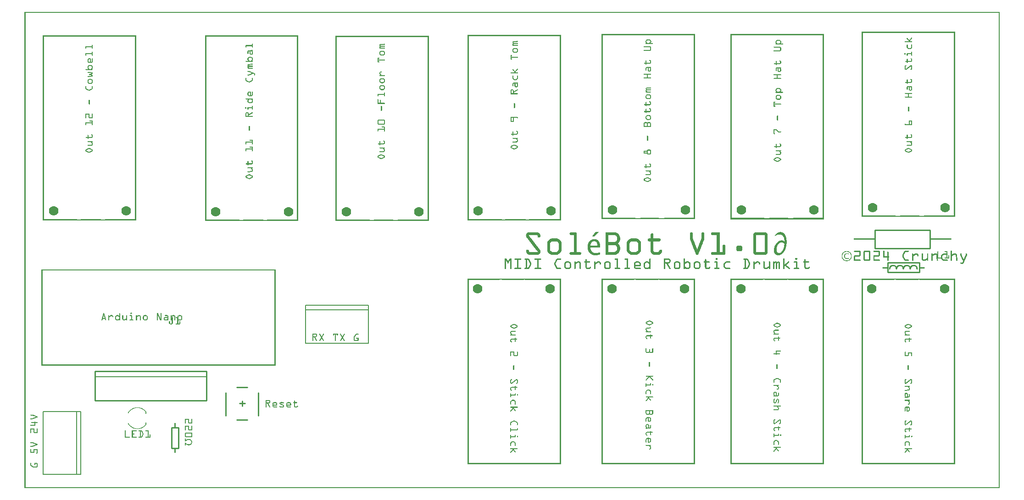
<source format=gto>
G04 MADE WITH FRITZING*
G04 WWW.FRITZING.ORG*
G04 DOUBLE SIDED*
G04 HOLES PLATED*
G04 CONTOUR ON CENTER OF CONTOUR VECTOR*
%ASAXBY*%
%FSLAX23Y23*%
%MOIN*%
%OFA0B0*%
%SFA1.0B1.0*%
%ADD10C,0.070000*%
%ADD11R,0.240000X0.080000X0.220000X0.060000*%
%ADD12C,0.010000*%
%ADD13C,0.008000*%
%ADD14C,0.005000*%
%ADD15R,0.001000X0.001000*%
%LNSILK1*%
G90*
G70*
G54D10*
X212Y2017D03*
X740Y2017D03*
X1390Y2013D03*
X1918Y2013D03*
X6684Y1453D03*
X6157Y1453D03*
X5732Y1453D03*
X5204Y1453D03*
X4795Y1453D03*
X4268Y1453D03*
X3819Y1453D03*
X3292Y1453D03*
X6162Y2042D03*
X6690Y2042D03*
X5210Y2025D03*
X5737Y2025D03*
X4273Y2025D03*
X4801Y2025D03*
X3297Y2017D03*
X3825Y2017D03*
X2339Y2012D03*
X2867Y2012D03*
G54D12*
X6272Y1640D02*
X6502Y1640D01*
X6502Y1570D01*
X6272Y1570D01*
X6272Y1640D01*
D02*
G54D13*
X2499Y1055D02*
X2042Y1055D01*
D02*
X2042Y1055D02*
X2042Y1299D01*
D02*
X2042Y1299D02*
X2042Y1331D01*
D02*
X2042Y1331D02*
X2499Y1331D01*
D02*
X2499Y1331D02*
X2499Y1299D01*
D02*
X2499Y1299D02*
X2499Y1055D01*
D02*
X2042Y1299D02*
X2499Y1299D01*
D02*
X134Y100D02*
X134Y557D01*
D02*
X134Y557D02*
X378Y557D01*
D02*
X378Y557D02*
X409Y557D01*
D02*
X409Y557D02*
X409Y100D01*
D02*
X409Y100D02*
X378Y100D01*
D02*
X378Y100D02*
X134Y100D01*
D02*
X378Y557D02*
X378Y100D01*
G54D12*
D02*
X1120Y441D02*
X1120Y291D01*
D02*
X1120Y291D02*
X1070Y291D01*
D02*
X1070Y291D02*
X1070Y441D01*
D02*
X1070Y441D02*
X1120Y441D01*
D02*
X1620Y499D02*
X1542Y499D01*
D02*
X1699Y696D02*
X1699Y528D01*
D02*
X1463Y696D02*
X1463Y528D01*
D02*
X1620Y735D02*
X1542Y735D01*
D02*
X1601Y617D02*
X1561Y617D01*
D02*
X1581Y597D02*
X1581Y636D01*
D02*
X6179Y1878D02*
X6579Y1878D01*
D02*
X6579Y1878D02*
X6579Y1746D01*
D02*
X6579Y1746D02*
X6179Y1746D01*
D02*
X6179Y1746D02*
X6179Y1878D01*
D02*
X512Y637D02*
X1322Y637D01*
D02*
X1322Y637D02*
X1322Y853D01*
D02*
X1322Y853D02*
X512Y853D01*
D02*
X512Y853D02*
X512Y637D01*
G54D14*
D02*
X1322Y813D02*
X512Y813D01*
G54D12*
X6267Y1605D02*
X6237Y1605D01*
D02*
X6507Y1605D02*
X6537Y1605D01*
D02*
G54D15*
X0Y3465D02*
X7085Y3465D01*
X0Y3464D02*
X7085Y3464D01*
X0Y3463D02*
X7085Y3463D01*
X0Y3462D02*
X7085Y3462D01*
X0Y3461D02*
X7085Y3461D01*
X0Y3460D02*
X7085Y3460D01*
X0Y3459D02*
X7085Y3459D01*
X0Y3458D02*
X7085Y3458D01*
X0Y3457D02*
X7Y3457D01*
X7078Y3457D02*
X7085Y3457D01*
X0Y3456D02*
X7Y3456D01*
X7078Y3456D02*
X7085Y3456D01*
X0Y3455D02*
X7Y3455D01*
X7078Y3455D02*
X7085Y3455D01*
X0Y3454D02*
X7Y3454D01*
X7078Y3454D02*
X7085Y3454D01*
X0Y3453D02*
X7Y3453D01*
X7078Y3453D02*
X7085Y3453D01*
X0Y3452D02*
X7Y3452D01*
X7078Y3452D02*
X7085Y3452D01*
X0Y3451D02*
X7Y3451D01*
X7078Y3451D02*
X7085Y3451D01*
X0Y3450D02*
X7Y3450D01*
X7078Y3450D02*
X7085Y3450D01*
X0Y3449D02*
X7Y3449D01*
X7078Y3449D02*
X7085Y3449D01*
X0Y3448D02*
X7Y3448D01*
X7078Y3448D02*
X7085Y3448D01*
X0Y3447D02*
X7Y3447D01*
X7078Y3447D02*
X7085Y3447D01*
X0Y3446D02*
X7Y3446D01*
X7078Y3446D02*
X7085Y3446D01*
X0Y3445D02*
X7Y3445D01*
X7078Y3445D02*
X7085Y3445D01*
X0Y3444D02*
X7Y3444D01*
X7078Y3444D02*
X7085Y3444D01*
X0Y3443D02*
X7Y3443D01*
X7078Y3443D02*
X7085Y3443D01*
X0Y3442D02*
X7Y3442D01*
X7078Y3442D02*
X7085Y3442D01*
X0Y3441D02*
X7Y3441D01*
X7078Y3441D02*
X7085Y3441D01*
X0Y3440D02*
X7Y3440D01*
X7078Y3440D02*
X7085Y3440D01*
X0Y3439D02*
X7Y3439D01*
X7078Y3439D02*
X7085Y3439D01*
X0Y3438D02*
X7Y3438D01*
X7078Y3438D02*
X7085Y3438D01*
X0Y3437D02*
X7Y3437D01*
X7078Y3437D02*
X7085Y3437D01*
X0Y3436D02*
X7Y3436D01*
X7078Y3436D02*
X7085Y3436D01*
X0Y3435D02*
X7Y3435D01*
X7078Y3435D02*
X7085Y3435D01*
X0Y3434D02*
X7Y3434D01*
X7078Y3434D02*
X7085Y3434D01*
X0Y3433D02*
X7Y3433D01*
X7078Y3433D02*
X7085Y3433D01*
X0Y3432D02*
X7Y3432D01*
X7078Y3432D02*
X7085Y3432D01*
X0Y3431D02*
X7Y3431D01*
X7078Y3431D02*
X7085Y3431D01*
X0Y3430D02*
X7Y3430D01*
X7078Y3430D02*
X7085Y3430D01*
X0Y3429D02*
X7Y3429D01*
X7078Y3429D02*
X7085Y3429D01*
X0Y3428D02*
X7Y3428D01*
X7078Y3428D02*
X7085Y3428D01*
X0Y3427D02*
X7Y3427D01*
X7078Y3427D02*
X7085Y3427D01*
X0Y3426D02*
X7Y3426D01*
X7078Y3426D02*
X7085Y3426D01*
X0Y3425D02*
X7Y3425D01*
X7078Y3425D02*
X7085Y3425D01*
X0Y3424D02*
X7Y3424D01*
X7078Y3424D02*
X7085Y3424D01*
X0Y3423D02*
X7Y3423D01*
X7078Y3423D02*
X7085Y3423D01*
X0Y3422D02*
X7Y3422D01*
X7078Y3422D02*
X7085Y3422D01*
X0Y3421D02*
X7Y3421D01*
X7078Y3421D02*
X7085Y3421D01*
X0Y3420D02*
X7Y3420D01*
X7078Y3420D02*
X7085Y3420D01*
X0Y3419D02*
X7Y3419D01*
X7078Y3419D02*
X7085Y3419D01*
X0Y3418D02*
X7Y3418D01*
X7078Y3418D02*
X7085Y3418D01*
X0Y3417D02*
X7Y3417D01*
X7078Y3417D02*
X7085Y3417D01*
X0Y3416D02*
X7Y3416D01*
X7078Y3416D02*
X7085Y3416D01*
X0Y3415D02*
X7Y3415D01*
X7078Y3415D02*
X7085Y3415D01*
X0Y3414D02*
X7Y3414D01*
X7078Y3414D02*
X7085Y3414D01*
X0Y3413D02*
X7Y3413D01*
X7078Y3413D02*
X7085Y3413D01*
X0Y3412D02*
X7Y3412D01*
X7078Y3412D02*
X7085Y3412D01*
X0Y3411D02*
X7Y3411D01*
X7078Y3411D02*
X7085Y3411D01*
X0Y3410D02*
X7Y3410D01*
X7078Y3410D02*
X7085Y3410D01*
X0Y3409D02*
X7Y3409D01*
X7078Y3409D02*
X7085Y3409D01*
X0Y3408D02*
X7Y3408D01*
X7078Y3408D02*
X7085Y3408D01*
X0Y3407D02*
X7Y3407D01*
X7078Y3407D02*
X7085Y3407D01*
X0Y3406D02*
X7Y3406D01*
X7078Y3406D02*
X7085Y3406D01*
X0Y3405D02*
X7Y3405D01*
X7078Y3405D02*
X7085Y3405D01*
X0Y3404D02*
X7Y3404D01*
X7078Y3404D02*
X7085Y3404D01*
X0Y3403D02*
X7Y3403D01*
X7078Y3403D02*
X7085Y3403D01*
X0Y3402D02*
X7Y3402D01*
X7078Y3402D02*
X7085Y3402D01*
X0Y3401D02*
X7Y3401D01*
X7078Y3401D02*
X7085Y3401D01*
X0Y3400D02*
X7Y3400D01*
X7078Y3400D02*
X7085Y3400D01*
X0Y3399D02*
X7Y3399D01*
X7078Y3399D02*
X7085Y3399D01*
X0Y3398D02*
X7Y3398D01*
X7078Y3398D02*
X7085Y3398D01*
X0Y3397D02*
X7Y3397D01*
X7078Y3397D02*
X7085Y3397D01*
X0Y3396D02*
X7Y3396D01*
X7078Y3396D02*
X7085Y3396D01*
X0Y3395D02*
X7Y3395D01*
X7078Y3395D02*
X7085Y3395D01*
X0Y3394D02*
X7Y3394D01*
X7078Y3394D02*
X7085Y3394D01*
X0Y3393D02*
X7Y3393D01*
X7078Y3393D02*
X7085Y3393D01*
X0Y3392D02*
X7Y3392D01*
X7078Y3392D02*
X7085Y3392D01*
X0Y3391D02*
X7Y3391D01*
X7078Y3391D02*
X7085Y3391D01*
X0Y3390D02*
X7Y3390D01*
X7078Y3390D02*
X7085Y3390D01*
X0Y3389D02*
X7Y3389D01*
X7078Y3389D02*
X7085Y3389D01*
X0Y3388D02*
X7Y3388D01*
X7078Y3388D02*
X7085Y3388D01*
X0Y3387D02*
X7Y3387D01*
X7078Y3387D02*
X7085Y3387D01*
X0Y3386D02*
X7Y3386D01*
X7078Y3386D02*
X7085Y3386D01*
X0Y3385D02*
X7Y3385D01*
X7078Y3385D02*
X7085Y3385D01*
X0Y3384D02*
X7Y3384D01*
X7078Y3384D02*
X7085Y3384D01*
X0Y3383D02*
X7Y3383D01*
X7078Y3383D02*
X7085Y3383D01*
X0Y3382D02*
X7Y3382D01*
X7078Y3382D02*
X7085Y3382D01*
X0Y3381D02*
X7Y3381D01*
X7078Y3381D02*
X7085Y3381D01*
X0Y3380D02*
X7Y3380D01*
X7078Y3380D02*
X7085Y3380D01*
X0Y3379D02*
X7Y3379D01*
X7078Y3379D02*
X7085Y3379D01*
X0Y3378D02*
X7Y3378D01*
X7078Y3378D02*
X7085Y3378D01*
X0Y3377D02*
X7Y3377D01*
X7078Y3377D02*
X7085Y3377D01*
X0Y3376D02*
X7Y3376D01*
X7078Y3376D02*
X7085Y3376D01*
X0Y3375D02*
X7Y3375D01*
X7078Y3375D02*
X7085Y3375D01*
X0Y3374D02*
X7Y3374D01*
X7078Y3374D02*
X7085Y3374D01*
X0Y3373D02*
X7Y3373D01*
X7078Y3373D02*
X7085Y3373D01*
X0Y3372D02*
X7Y3372D01*
X7078Y3372D02*
X7085Y3372D01*
X0Y3371D02*
X7Y3371D01*
X7078Y3371D02*
X7085Y3371D01*
X0Y3370D02*
X7Y3370D01*
X7078Y3370D02*
X7085Y3370D01*
X0Y3369D02*
X7Y3369D01*
X7078Y3369D02*
X7085Y3369D01*
X0Y3368D02*
X7Y3368D01*
X7078Y3368D02*
X7085Y3368D01*
X0Y3367D02*
X7Y3367D01*
X7078Y3367D02*
X7085Y3367D01*
X0Y3366D02*
X7Y3366D01*
X7078Y3366D02*
X7085Y3366D01*
X0Y3365D02*
X7Y3365D01*
X7078Y3365D02*
X7085Y3365D01*
X0Y3364D02*
X7Y3364D01*
X7078Y3364D02*
X7085Y3364D01*
X0Y3363D02*
X7Y3363D01*
X7078Y3363D02*
X7085Y3363D01*
X0Y3362D02*
X7Y3362D01*
X7078Y3362D02*
X7085Y3362D01*
X0Y3361D02*
X7Y3361D01*
X7078Y3361D02*
X7085Y3361D01*
X0Y3360D02*
X7Y3360D01*
X7078Y3360D02*
X7085Y3360D01*
X0Y3359D02*
X7Y3359D01*
X7078Y3359D02*
X7085Y3359D01*
X0Y3358D02*
X7Y3358D01*
X7078Y3358D02*
X7085Y3358D01*
X0Y3357D02*
X7Y3357D01*
X7078Y3357D02*
X7085Y3357D01*
X0Y3356D02*
X7Y3356D01*
X7078Y3356D02*
X7085Y3356D01*
X0Y3355D02*
X7Y3355D01*
X7078Y3355D02*
X7085Y3355D01*
X0Y3354D02*
X7Y3354D01*
X7078Y3354D02*
X7085Y3354D01*
X0Y3353D02*
X7Y3353D01*
X7078Y3353D02*
X7085Y3353D01*
X0Y3352D02*
X7Y3352D01*
X7078Y3352D02*
X7085Y3352D01*
X0Y3351D02*
X7Y3351D01*
X7078Y3351D02*
X7085Y3351D01*
X0Y3350D02*
X7Y3350D01*
X7078Y3350D02*
X7085Y3350D01*
X0Y3349D02*
X7Y3349D01*
X7078Y3349D02*
X7085Y3349D01*
X0Y3348D02*
X7Y3348D01*
X7078Y3348D02*
X7085Y3348D01*
X0Y3347D02*
X7Y3347D01*
X7078Y3347D02*
X7085Y3347D01*
X0Y3346D02*
X7Y3346D01*
X7078Y3346D02*
X7085Y3346D01*
X0Y3345D02*
X7Y3345D01*
X7078Y3345D02*
X7085Y3345D01*
X0Y3344D02*
X7Y3344D01*
X7078Y3344D02*
X7085Y3344D01*
X0Y3343D02*
X7Y3343D01*
X7078Y3343D02*
X7085Y3343D01*
X0Y3342D02*
X7Y3342D01*
X7078Y3342D02*
X7085Y3342D01*
X0Y3341D02*
X7Y3341D01*
X7078Y3341D02*
X7085Y3341D01*
X0Y3340D02*
X7Y3340D01*
X7078Y3340D02*
X7085Y3340D01*
X0Y3339D02*
X7Y3339D01*
X7078Y3339D02*
X7085Y3339D01*
X0Y3338D02*
X7Y3338D01*
X7078Y3338D02*
X7085Y3338D01*
X0Y3337D02*
X7Y3337D01*
X7078Y3337D02*
X7085Y3337D01*
X0Y3336D02*
X7Y3336D01*
X7078Y3336D02*
X7085Y3336D01*
X0Y3335D02*
X7Y3335D01*
X7078Y3335D02*
X7085Y3335D01*
X0Y3334D02*
X7Y3334D01*
X7078Y3334D02*
X7085Y3334D01*
X0Y3333D02*
X7Y3333D01*
X7078Y3333D02*
X7085Y3333D01*
X0Y3332D02*
X7Y3332D01*
X7078Y3332D02*
X7085Y3332D01*
X0Y3331D02*
X7Y3331D01*
X7078Y3331D02*
X7085Y3331D01*
X0Y3330D02*
X7Y3330D01*
X7078Y3330D02*
X7085Y3330D01*
X0Y3329D02*
X7Y3329D01*
X7078Y3329D02*
X7085Y3329D01*
X0Y3328D02*
X7Y3328D01*
X7078Y3328D02*
X7085Y3328D01*
X0Y3327D02*
X7Y3327D01*
X7078Y3327D02*
X7085Y3327D01*
X0Y3326D02*
X7Y3326D01*
X7078Y3326D02*
X7085Y3326D01*
X0Y3325D02*
X7Y3325D01*
X7078Y3325D02*
X7085Y3325D01*
X0Y3324D02*
X7Y3324D01*
X7078Y3324D02*
X7085Y3324D01*
X0Y3323D02*
X7Y3323D01*
X7078Y3323D02*
X7085Y3323D01*
X0Y3322D02*
X7Y3322D01*
X6083Y3322D02*
X6761Y3322D01*
X7078Y3322D02*
X7085Y3322D01*
X0Y3321D02*
X7Y3321D01*
X6083Y3321D02*
X6761Y3321D01*
X7078Y3321D02*
X7085Y3321D01*
X0Y3320D02*
X7Y3320D01*
X6083Y3320D02*
X6761Y3320D01*
X7078Y3320D02*
X7085Y3320D01*
X0Y3319D02*
X7Y3319D01*
X6083Y3319D02*
X6761Y3319D01*
X7078Y3319D02*
X7085Y3319D01*
X0Y3318D02*
X7Y3318D01*
X6083Y3318D02*
X6761Y3318D01*
X7078Y3318D02*
X7085Y3318D01*
X0Y3317D02*
X7Y3317D01*
X6083Y3317D02*
X6761Y3317D01*
X7078Y3317D02*
X7085Y3317D01*
X0Y3316D02*
X7Y3316D01*
X6083Y3316D02*
X6761Y3316D01*
X7078Y3316D02*
X7085Y3316D01*
X0Y3315D02*
X7Y3315D01*
X6083Y3315D02*
X6761Y3315D01*
X7078Y3315D02*
X7085Y3315D01*
X0Y3314D02*
X7Y3314D01*
X6083Y3314D02*
X6761Y3314D01*
X7078Y3314D02*
X7085Y3314D01*
X0Y3313D02*
X7Y3313D01*
X6083Y3313D02*
X6761Y3313D01*
X7078Y3313D02*
X7085Y3313D01*
X0Y3312D02*
X7Y3312D01*
X6083Y3312D02*
X6092Y3312D01*
X6752Y3312D02*
X6761Y3312D01*
X7078Y3312D02*
X7085Y3312D01*
X0Y3311D02*
X7Y3311D01*
X6083Y3311D02*
X6092Y3311D01*
X6752Y3311D02*
X6761Y3311D01*
X7078Y3311D02*
X7085Y3311D01*
X0Y3310D02*
X7Y3310D01*
X6083Y3310D02*
X6092Y3310D01*
X6752Y3310D02*
X6761Y3310D01*
X7078Y3310D02*
X7085Y3310D01*
X0Y3309D02*
X7Y3309D01*
X6083Y3309D02*
X6092Y3309D01*
X6752Y3309D02*
X6761Y3309D01*
X7078Y3309D02*
X7085Y3309D01*
X0Y3308D02*
X7Y3308D01*
X6083Y3308D02*
X6092Y3308D01*
X6752Y3308D02*
X6761Y3308D01*
X7078Y3308D02*
X7085Y3308D01*
X0Y3307D02*
X7Y3307D01*
X6083Y3307D02*
X6092Y3307D01*
X6752Y3307D02*
X6761Y3307D01*
X7078Y3307D02*
X7085Y3307D01*
X0Y3306D02*
X7Y3306D01*
X6083Y3306D02*
X6092Y3306D01*
X6752Y3306D02*
X6761Y3306D01*
X7078Y3306D02*
X7085Y3306D01*
X0Y3305D02*
X7Y3305D01*
X4194Y3305D02*
X4872Y3305D01*
X5131Y3305D02*
X5809Y3305D01*
X6083Y3305D02*
X6092Y3305D01*
X6752Y3305D02*
X6761Y3305D01*
X7078Y3305D02*
X7085Y3305D01*
X0Y3304D02*
X7Y3304D01*
X4194Y3304D02*
X4872Y3304D01*
X5131Y3304D02*
X5809Y3304D01*
X6083Y3304D02*
X6092Y3304D01*
X6752Y3304D02*
X6761Y3304D01*
X7078Y3304D02*
X7085Y3304D01*
X0Y3303D02*
X7Y3303D01*
X4194Y3303D02*
X4872Y3303D01*
X5131Y3303D02*
X5809Y3303D01*
X6083Y3303D02*
X6092Y3303D01*
X6752Y3303D02*
X6761Y3303D01*
X7078Y3303D02*
X7085Y3303D01*
X0Y3302D02*
X7Y3302D01*
X4194Y3302D02*
X4872Y3302D01*
X5131Y3302D02*
X5809Y3302D01*
X6083Y3302D02*
X6092Y3302D01*
X6752Y3302D02*
X6761Y3302D01*
X7078Y3302D02*
X7085Y3302D01*
X0Y3301D02*
X7Y3301D01*
X4194Y3301D02*
X4872Y3301D01*
X5131Y3301D02*
X5809Y3301D01*
X6083Y3301D02*
X6092Y3301D01*
X6752Y3301D02*
X6761Y3301D01*
X7078Y3301D02*
X7085Y3301D01*
X0Y3300D02*
X7Y3300D01*
X4194Y3300D02*
X4872Y3300D01*
X5131Y3300D02*
X5809Y3300D01*
X6083Y3300D02*
X6092Y3300D01*
X6752Y3300D02*
X6761Y3300D01*
X7078Y3300D02*
X7085Y3300D01*
X0Y3299D02*
X7Y3299D01*
X4194Y3299D02*
X4872Y3299D01*
X5131Y3299D02*
X5809Y3299D01*
X6083Y3299D02*
X6092Y3299D01*
X6752Y3299D02*
X6761Y3299D01*
X7078Y3299D02*
X7085Y3299D01*
X0Y3298D02*
X7Y3298D01*
X4194Y3298D02*
X4872Y3298D01*
X5131Y3298D02*
X5809Y3298D01*
X6083Y3298D02*
X6092Y3298D01*
X6752Y3298D02*
X6761Y3298D01*
X7078Y3298D02*
X7085Y3298D01*
X0Y3297D02*
X7Y3297D01*
X3218Y3297D02*
X3897Y3297D01*
X4194Y3297D02*
X4872Y3297D01*
X5131Y3297D02*
X5809Y3297D01*
X6083Y3297D02*
X6092Y3297D01*
X6752Y3297D02*
X6761Y3297D01*
X7078Y3297D02*
X7085Y3297D01*
X0Y3296D02*
X7Y3296D01*
X133Y3296D02*
X812Y3296D01*
X3218Y3296D02*
X3897Y3296D01*
X4194Y3296D02*
X4872Y3296D01*
X5131Y3296D02*
X5809Y3296D01*
X6083Y3296D02*
X6092Y3296D01*
X6752Y3296D02*
X6761Y3296D01*
X7078Y3296D02*
X7085Y3296D01*
X0Y3295D02*
X7Y3295D01*
X133Y3295D02*
X812Y3295D01*
X3218Y3295D02*
X3897Y3295D01*
X4194Y3295D02*
X4203Y3295D01*
X4863Y3295D02*
X4872Y3295D01*
X5131Y3295D02*
X5140Y3295D01*
X5800Y3295D02*
X5809Y3295D01*
X6083Y3295D02*
X6092Y3295D01*
X6752Y3295D02*
X6761Y3295D01*
X7078Y3295D02*
X7085Y3295D01*
X0Y3294D02*
X7Y3294D01*
X133Y3294D02*
X812Y3294D01*
X3218Y3294D02*
X3897Y3294D01*
X4194Y3294D02*
X4203Y3294D01*
X4863Y3294D02*
X4872Y3294D01*
X5131Y3294D02*
X5140Y3294D01*
X5800Y3294D02*
X5809Y3294D01*
X6083Y3294D02*
X6092Y3294D01*
X6752Y3294D02*
X6761Y3294D01*
X7078Y3294D02*
X7085Y3294D01*
X0Y3293D02*
X7Y3293D01*
X133Y3293D02*
X812Y3293D01*
X1312Y3293D02*
X1990Y3293D01*
X3218Y3293D02*
X3897Y3293D01*
X4194Y3293D02*
X4203Y3293D01*
X4863Y3293D02*
X4872Y3293D01*
X5131Y3293D02*
X5140Y3293D01*
X5800Y3293D02*
X5809Y3293D01*
X6083Y3293D02*
X6092Y3293D01*
X6752Y3293D02*
X6761Y3293D01*
X7078Y3293D02*
X7085Y3293D01*
X0Y3292D02*
X7Y3292D01*
X133Y3292D02*
X812Y3292D01*
X1312Y3292D02*
X1990Y3292D01*
X2260Y3292D02*
X2938Y3292D01*
X3218Y3292D02*
X3897Y3292D01*
X4194Y3292D02*
X4203Y3292D01*
X4863Y3292D02*
X4872Y3292D01*
X5131Y3292D02*
X5140Y3292D01*
X5800Y3292D02*
X5809Y3292D01*
X6083Y3292D02*
X6092Y3292D01*
X6752Y3292D02*
X6761Y3292D01*
X7078Y3292D02*
X7085Y3292D01*
X0Y3291D02*
X7Y3291D01*
X133Y3291D02*
X812Y3291D01*
X1312Y3291D02*
X1990Y3291D01*
X2260Y3291D02*
X2938Y3291D01*
X3218Y3291D02*
X3897Y3291D01*
X4194Y3291D02*
X4203Y3291D01*
X4863Y3291D02*
X4872Y3291D01*
X5131Y3291D02*
X5140Y3291D01*
X5800Y3291D02*
X5809Y3291D01*
X6083Y3291D02*
X6092Y3291D01*
X6752Y3291D02*
X6761Y3291D01*
X7078Y3291D02*
X7085Y3291D01*
X0Y3290D02*
X7Y3290D01*
X133Y3290D02*
X812Y3290D01*
X1312Y3290D02*
X1990Y3290D01*
X2260Y3290D02*
X2938Y3290D01*
X3218Y3290D02*
X3897Y3290D01*
X4194Y3290D02*
X4203Y3290D01*
X4863Y3290D02*
X4872Y3290D01*
X5131Y3290D02*
X5140Y3290D01*
X5800Y3290D02*
X5809Y3290D01*
X6083Y3290D02*
X6092Y3290D01*
X6752Y3290D02*
X6761Y3290D01*
X7078Y3290D02*
X7085Y3290D01*
X0Y3289D02*
X7Y3289D01*
X133Y3289D02*
X812Y3289D01*
X1312Y3289D02*
X1990Y3289D01*
X2260Y3289D02*
X2938Y3289D01*
X3218Y3289D02*
X3897Y3289D01*
X4194Y3289D02*
X4203Y3289D01*
X4863Y3289D02*
X4872Y3289D01*
X5131Y3289D02*
X5140Y3289D01*
X5800Y3289D02*
X5809Y3289D01*
X6083Y3289D02*
X6092Y3289D01*
X6752Y3289D02*
X6761Y3289D01*
X7078Y3289D02*
X7085Y3289D01*
X0Y3288D02*
X7Y3288D01*
X133Y3288D02*
X812Y3288D01*
X1312Y3288D02*
X1990Y3288D01*
X2260Y3288D02*
X2938Y3288D01*
X3218Y3288D02*
X3897Y3288D01*
X4194Y3288D02*
X4203Y3288D01*
X4863Y3288D02*
X4872Y3288D01*
X5131Y3288D02*
X5140Y3288D01*
X5800Y3288D02*
X5809Y3288D01*
X6083Y3288D02*
X6092Y3288D01*
X6752Y3288D02*
X6761Y3288D01*
X7078Y3288D02*
X7085Y3288D01*
X0Y3287D02*
X7Y3287D01*
X133Y3287D02*
X812Y3287D01*
X1312Y3287D02*
X1990Y3287D01*
X2260Y3287D02*
X2938Y3287D01*
X3218Y3287D02*
X3227Y3287D01*
X3888Y3287D02*
X3897Y3287D01*
X4194Y3287D02*
X4203Y3287D01*
X4863Y3287D02*
X4872Y3287D01*
X5131Y3287D02*
X5140Y3287D01*
X5800Y3287D02*
X5809Y3287D01*
X6083Y3287D02*
X6092Y3287D01*
X6752Y3287D02*
X6761Y3287D01*
X7078Y3287D02*
X7085Y3287D01*
X0Y3286D02*
X7Y3286D01*
X133Y3286D02*
X142Y3286D01*
X803Y3286D02*
X812Y3286D01*
X1312Y3286D02*
X1990Y3286D01*
X2260Y3286D02*
X2938Y3286D01*
X3218Y3286D02*
X3227Y3286D01*
X3888Y3286D02*
X3897Y3286D01*
X4194Y3286D02*
X4203Y3286D01*
X4863Y3286D02*
X4872Y3286D01*
X5131Y3286D02*
X5140Y3286D01*
X5800Y3286D02*
X5809Y3286D01*
X6083Y3286D02*
X6092Y3286D01*
X6752Y3286D02*
X6761Y3286D01*
X7078Y3286D02*
X7085Y3286D01*
X0Y3285D02*
X7Y3285D01*
X133Y3285D02*
X142Y3285D01*
X803Y3285D02*
X812Y3285D01*
X1312Y3285D02*
X1990Y3285D01*
X2260Y3285D02*
X2938Y3285D01*
X3218Y3285D02*
X3227Y3285D01*
X3888Y3285D02*
X3897Y3285D01*
X4194Y3285D02*
X4203Y3285D01*
X4863Y3285D02*
X4872Y3285D01*
X5131Y3285D02*
X5140Y3285D01*
X5800Y3285D02*
X5809Y3285D01*
X6083Y3285D02*
X6092Y3285D01*
X6752Y3285D02*
X6761Y3285D01*
X7078Y3285D02*
X7085Y3285D01*
X0Y3284D02*
X7Y3284D01*
X133Y3284D02*
X142Y3284D01*
X803Y3284D02*
X812Y3284D01*
X1312Y3284D02*
X1990Y3284D01*
X2260Y3284D02*
X2938Y3284D01*
X3218Y3284D02*
X3227Y3284D01*
X3888Y3284D02*
X3897Y3284D01*
X4194Y3284D02*
X4203Y3284D01*
X4863Y3284D02*
X4872Y3284D01*
X5131Y3284D02*
X5140Y3284D01*
X5800Y3284D02*
X5809Y3284D01*
X6083Y3284D02*
X6092Y3284D01*
X6752Y3284D02*
X6761Y3284D01*
X7078Y3284D02*
X7085Y3284D01*
X0Y3283D02*
X7Y3283D01*
X133Y3283D02*
X142Y3283D01*
X803Y3283D02*
X812Y3283D01*
X1312Y3283D02*
X1321Y3283D01*
X1981Y3283D02*
X1990Y3283D01*
X2260Y3283D02*
X2938Y3283D01*
X3218Y3283D02*
X3227Y3283D01*
X3888Y3283D02*
X3897Y3283D01*
X4194Y3283D02*
X4203Y3283D01*
X4863Y3283D02*
X4872Y3283D01*
X5131Y3283D02*
X5140Y3283D01*
X5800Y3283D02*
X5809Y3283D01*
X6083Y3283D02*
X6092Y3283D01*
X6752Y3283D02*
X6761Y3283D01*
X7078Y3283D02*
X7085Y3283D01*
X0Y3282D02*
X7Y3282D01*
X133Y3282D02*
X142Y3282D01*
X803Y3282D02*
X812Y3282D01*
X1312Y3282D02*
X1321Y3282D01*
X1981Y3282D02*
X1990Y3282D01*
X2260Y3282D02*
X2269Y3282D01*
X2929Y3282D02*
X2938Y3282D01*
X3218Y3282D02*
X3227Y3282D01*
X3888Y3282D02*
X3897Y3282D01*
X4194Y3282D02*
X4203Y3282D01*
X4863Y3282D02*
X4872Y3282D01*
X5131Y3282D02*
X5140Y3282D01*
X5800Y3282D02*
X5809Y3282D01*
X6083Y3282D02*
X6092Y3282D01*
X6752Y3282D02*
X6761Y3282D01*
X7078Y3282D02*
X7085Y3282D01*
X0Y3281D02*
X7Y3281D01*
X133Y3281D02*
X142Y3281D01*
X803Y3281D02*
X812Y3281D01*
X1312Y3281D02*
X1321Y3281D01*
X1981Y3281D02*
X1990Y3281D01*
X2260Y3281D02*
X2269Y3281D01*
X2929Y3281D02*
X2938Y3281D01*
X3218Y3281D02*
X3227Y3281D01*
X3888Y3281D02*
X3897Y3281D01*
X4194Y3281D02*
X4203Y3281D01*
X4863Y3281D02*
X4872Y3281D01*
X5131Y3281D02*
X5140Y3281D01*
X5800Y3281D02*
X5809Y3281D01*
X6083Y3281D02*
X6092Y3281D01*
X6752Y3281D02*
X6761Y3281D01*
X7078Y3281D02*
X7085Y3281D01*
X0Y3280D02*
X7Y3280D01*
X133Y3280D02*
X142Y3280D01*
X803Y3280D02*
X812Y3280D01*
X1312Y3280D02*
X1321Y3280D01*
X1981Y3280D02*
X1990Y3280D01*
X2260Y3280D02*
X2269Y3280D01*
X2929Y3280D02*
X2938Y3280D01*
X3218Y3280D02*
X3227Y3280D01*
X3888Y3280D02*
X3897Y3280D01*
X4194Y3280D02*
X4203Y3280D01*
X4863Y3280D02*
X4872Y3280D01*
X5131Y3280D02*
X5140Y3280D01*
X5800Y3280D02*
X5809Y3280D01*
X6083Y3280D02*
X6092Y3280D01*
X6752Y3280D02*
X6761Y3280D01*
X7078Y3280D02*
X7085Y3280D01*
X0Y3279D02*
X7Y3279D01*
X133Y3279D02*
X142Y3279D01*
X803Y3279D02*
X812Y3279D01*
X1312Y3279D02*
X1321Y3279D01*
X1981Y3279D02*
X1990Y3279D01*
X2260Y3279D02*
X2269Y3279D01*
X2929Y3279D02*
X2938Y3279D01*
X3218Y3279D02*
X3227Y3279D01*
X3888Y3279D02*
X3897Y3279D01*
X4194Y3279D02*
X4203Y3279D01*
X4863Y3279D02*
X4872Y3279D01*
X5131Y3279D02*
X5140Y3279D01*
X5800Y3279D02*
X5809Y3279D01*
X6083Y3279D02*
X6092Y3279D01*
X6752Y3279D02*
X6761Y3279D01*
X7078Y3279D02*
X7085Y3279D01*
X0Y3278D02*
X7Y3278D01*
X133Y3278D02*
X142Y3278D01*
X803Y3278D02*
X812Y3278D01*
X1312Y3278D02*
X1321Y3278D01*
X1981Y3278D02*
X1990Y3278D01*
X2260Y3278D02*
X2269Y3278D01*
X2929Y3278D02*
X2938Y3278D01*
X3218Y3278D02*
X3227Y3278D01*
X3888Y3278D02*
X3897Y3278D01*
X4194Y3278D02*
X4203Y3278D01*
X4863Y3278D02*
X4872Y3278D01*
X5131Y3278D02*
X5140Y3278D01*
X5800Y3278D02*
X5809Y3278D01*
X6083Y3278D02*
X6092Y3278D01*
X6445Y3278D02*
X6447Y3278D01*
X6752Y3278D02*
X6761Y3278D01*
X7078Y3278D02*
X7085Y3278D01*
X0Y3277D02*
X7Y3277D01*
X133Y3277D02*
X142Y3277D01*
X803Y3277D02*
X812Y3277D01*
X1312Y3277D02*
X1321Y3277D01*
X1981Y3277D02*
X1990Y3277D01*
X2260Y3277D02*
X2269Y3277D01*
X2929Y3277D02*
X2938Y3277D01*
X3218Y3277D02*
X3227Y3277D01*
X3888Y3277D02*
X3897Y3277D01*
X4194Y3277D02*
X4203Y3277D01*
X4863Y3277D02*
X4872Y3277D01*
X5131Y3277D02*
X5140Y3277D01*
X5800Y3277D02*
X5809Y3277D01*
X6083Y3277D02*
X6092Y3277D01*
X6444Y3277D02*
X6449Y3277D01*
X6752Y3277D02*
X6761Y3277D01*
X7078Y3277D02*
X7085Y3277D01*
X0Y3276D02*
X7Y3276D01*
X133Y3276D02*
X142Y3276D01*
X803Y3276D02*
X812Y3276D01*
X1312Y3276D02*
X1321Y3276D01*
X1981Y3276D02*
X1990Y3276D01*
X2260Y3276D02*
X2269Y3276D01*
X2929Y3276D02*
X2938Y3276D01*
X3218Y3276D02*
X3227Y3276D01*
X3888Y3276D02*
X3897Y3276D01*
X4194Y3276D02*
X4203Y3276D01*
X4863Y3276D02*
X4872Y3276D01*
X5131Y3276D02*
X5140Y3276D01*
X5800Y3276D02*
X5809Y3276D01*
X6083Y3276D02*
X6092Y3276D01*
X6443Y3276D02*
X6449Y3276D01*
X6752Y3276D02*
X6761Y3276D01*
X7078Y3276D02*
X7085Y3276D01*
X0Y3275D02*
X7Y3275D01*
X133Y3275D02*
X142Y3275D01*
X803Y3275D02*
X812Y3275D01*
X1312Y3275D02*
X1321Y3275D01*
X1981Y3275D02*
X1990Y3275D01*
X2260Y3275D02*
X2269Y3275D01*
X2929Y3275D02*
X2938Y3275D01*
X3218Y3275D02*
X3227Y3275D01*
X3888Y3275D02*
X3897Y3275D01*
X4194Y3275D02*
X4203Y3275D01*
X4863Y3275D02*
X4872Y3275D01*
X5131Y3275D02*
X5140Y3275D01*
X5800Y3275D02*
X5809Y3275D01*
X6083Y3275D02*
X6092Y3275D01*
X6442Y3275D02*
X6449Y3275D01*
X6752Y3275D02*
X6761Y3275D01*
X7078Y3275D02*
X7085Y3275D01*
X0Y3274D02*
X7Y3274D01*
X133Y3274D02*
X142Y3274D01*
X803Y3274D02*
X812Y3274D01*
X1312Y3274D02*
X1321Y3274D01*
X1981Y3274D02*
X1990Y3274D01*
X2260Y3274D02*
X2269Y3274D01*
X2929Y3274D02*
X2938Y3274D01*
X3218Y3274D02*
X3227Y3274D01*
X3888Y3274D02*
X3897Y3274D01*
X4194Y3274D02*
X4203Y3274D01*
X4863Y3274D02*
X4872Y3274D01*
X5131Y3274D02*
X5140Y3274D01*
X5800Y3274D02*
X5809Y3274D01*
X6083Y3274D02*
X6092Y3274D01*
X6412Y3274D02*
X6416Y3274D01*
X6441Y3274D02*
X6449Y3274D01*
X6752Y3274D02*
X6761Y3274D01*
X7078Y3274D02*
X7085Y3274D01*
X0Y3273D02*
X7Y3273D01*
X133Y3273D02*
X142Y3273D01*
X803Y3273D02*
X812Y3273D01*
X1312Y3273D02*
X1321Y3273D01*
X1981Y3273D02*
X1990Y3273D01*
X2260Y3273D02*
X2269Y3273D01*
X2929Y3273D02*
X2938Y3273D01*
X3218Y3273D02*
X3227Y3273D01*
X3888Y3273D02*
X3897Y3273D01*
X4194Y3273D02*
X4203Y3273D01*
X4863Y3273D02*
X4872Y3273D01*
X5131Y3273D02*
X5140Y3273D01*
X5800Y3273D02*
X5809Y3273D01*
X6083Y3273D02*
X6092Y3273D01*
X6411Y3273D02*
X6417Y3273D01*
X6441Y3273D02*
X6449Y3273D01*
X6752Y3273D02*
X6761Y3273D01*
X7078Y3273D02*
X7085Y3273D01*
X0Y3272D02*
X7Y3272D01*
X133Y3272D02*
X142Y3272D01*
X803Y3272D02*
X812Y3272D01*
X1312Y3272D02*
X1321Y3272D01*
X1981Y3272D02*
X1990Y3272D01*
X2260Y3272D02*
X2269Y3272D01*
X2929Y3272D02*
X2938Y3272D01*
X3218Y3272D02*
X3227Y3272D01*
X3888Y3272D02*
X3897Y3272D01*
X4194Y3272D02*
X4203Y3272D01*
X4863Y3272D02*
X4872Y3272D01*
X5131Y3272D02*
X5140Y3272D01*
X5800Y3272D02*
X5809Y3272D01*
X6083Y3272D02*
X6092Y3272D01*
X6411Y3272D02*
X6417Y3272D01*
X6440Y3272D02*
X6448Y3272D01*
X6752Y3272D02*
X6761Y3272D01*
X7078Y3272D02*
X7085Y3272D01*
X0Y3271D02*
X7Y3271D01*
X133Y3271D02*
X142Y3271D01*
X803Y3271D02*
X812Y3271D01*
X1312Y3271D02*
X1321Y3271D01*
X1981Y3271D02*
X1990Y3271D01*
X2260Y3271D02*
X2269Y3271D01*
X2929Y3271D02*
X2938Y3271D01*
X3218Y3271D02*
X3227Y3271D01*
X3888Y3271D02*
X3897Y3271D01*
X4194Y3271D02*
X4203Y3271D01*
X4863Y3271D02*
X4872Y3271D01*
X5131Y3271D02*
X5140Y3271D01*
X5800Y3271D02*
X5809Y3271D01*
X6083Y3271D02*
X6092Y3271D01*
X6411Y3271D02*
X6418Y3271D01*
X6439Y3271D02*
X6447Y3271D01*
X6752Y3271D02*
X6761Y3271D01*
X7078Y3271D02*
X7085Y3271D01*
X0Y3270D02*
X7Y3270D01*
X133Y3270D02*
X142Y3270D01*
X803Y3270D02*
X812Y3270D01*
X1312Y3270D02*
X1321Y3270D01*
X1981Y3270D02*
X1990Y3270D01*
X2260Y3270D02*
X2269Y3270D01*
X2929Y3270D02*
X2938Y3270D01*
X3218Y3270D02*
X3227Y3270D01*
X3888Y3270D02*
X3897Y3270D01*
X4194Y3270D02*
X4203Y3270D01*
X4863Y3270D02*
X4872Y3270D01*
X5131Y3270D02*
X5140Y3270D01*
X5800Y3270D02*
X5809Y3270D01*
X6083Y3270D02*
X6092Y3270D01*
X6411Y3270D02*
X6419Y3270D01*
X6438Y3270D02*
X6446Y3270D01*
X6752Y3270D02*
X6761Y3270D01*
X7078Y3270D02*
X7085Y3270D01*
X0Y3269D02*
X7Y3269D01*
X133Y3269D02*
X142Y3269D01*
X803Y3269D02*
X812Y3269D01*
X1312Y3269D02*
X1321Y3269D01*
X1981Y3269D02*
X1990Y3269D01*
X2260Y3269D02*
X2269Y3269D01*
X2929Y3269D02*
X2938Y3269D01*
X3218Y3269D02*
X3227Y3269D01*
X3888Y3269D02*
X3897Y3269D01*
X4194Y3269D02*
X4203Y3269D01*
X4863Y3269D02*
X4872Y3269D01*
X5131Y3269D02*
X5140Y3269D01*
X5800Y3269D02*
X5809Y3269D01*
X6083Y3269D02*
X6092Y3269D01*
X6412Y3269D02*
X6420Y3269D01*
X6437Y3269D02*
X6445Y3269D01*
X6752Y3269D02*
X6761Y3269D01*
X7078Y3269D02*
X7085Y3269D01*
X0Y3268D02*
X7Y3268D01*
X133Y3268D02*
X142Y3268D01*
X803Y3268D02*
X812Y3268D01*
X1312Y3268D02*
X1321Y3268D01*
X1981Y3268D02*
X1990Y3268D01*
X2260Y3268D02*
X2269Y3268D01*
X2929Y3268D02*
X2938Y3268D01*
X3218Y3268D02*
X3227Y3268D01*
X3888Y3268D02*
X3897Y3268D01*
X4194Y3268D02*
X4203Y3268D01*
X4863Y3268D02*
X4872Y3268D01*
X5131Y3268D02*
X5140Y3268D01*
X5800Y3268D02*
X5809Y3268D01*
X6083Y3268D02*
X6092Y3268D01*
X6413Y3268D02*
X6421Y3268D01*
X6436Y3268D02*
X6445Y3268D01*
X6752Y3268D02*
X6761Y3268D01*
X7078Y3268D02*
X7085Y3268D01*
X0Y3267D02*
X7Y3267D01*
X133Y3267D02*
X142Y3267D01*
X803Y3267D02*
X812Y3267D01*
X1312Y3267D02*
X1321Y3267D01*
X1981Y3267D02*
X1990Y3267D01*
X2260Y3267D02*
X2269Y3267D01*
X2929Y3267D02*
X2938Y3267D01*
X3218Y3267D02*
X3227Y3267D01*
X3888Y3267D02*
X3897Y3267D01*
X4194Y3267D02*
X4203Y3267D01*
X4863Y3267D02*
X4872Y3267D01*
X5131Y3267D02*
X5140Y3267D01*
X5800Y3267D02*
X5809Y3267D01*
X6083Y3267D02*
X6092Y3267D01*
X6414Y3267D02*
X6422Y3267D01*
X6435Y3267D02*
X6444Y3267D01*
X6752Y3267D02*
X6761Y3267D01*
X7078Y3267D02*
X7085Y3267D01*
X0Y3266D02*
X7Y3266D01*
X133Y3266D02*
X142Y3266D01*
X803Y3266D02*
X812Y3266D01*
X1312Y3266D02*
X1321Y3266D01*
X1981Y3266D02*
X1990Y3266D01*
X2260Y3266D02*
X2269Y3266D01*
X2929Y3266D02*
X2938Y3266D01*
X3218Y3266D02*
X3227Y3266D01*
X3888Y3266D02*
X3897Y3266D01*
X4194Y3266D02*
X4203Y3266D01*
X4526Y3266D02*
X4541Y3266D01*
X4863Y3266D02*
X4872Y3266D01*
X5131Y3266D02*
X5140Y3266D01*
X5800Y3266D02*
X5809Y3266D01*
X6083Y3266D02*
X6092Y3266D01*
X6414Y3266D02*
X6423Y3266D01*
X6435Y3266D02*
X6443Y3266D01*
X6752Y3266D02*
X6761Y3266D01*
X7078Y3266D02*
X7085Y3266D01*
X0Y3265D02*
X7Y3265D01*
X133Y3265D02*
X142Y3265D01*
X803Y3265D02*
X812Y3265D01*
X1312Y3265D02*
X1321Y3265D01*
X1981Y3265D02*
X1990Y3265D01*
X2260Y3265D02*
X2269Y3265D01*
X2929Y3265D02*
X2938Y3265D01*
X3218Y3265D02*
X3227Y3265D01*
X3888Y3265D02*
X3897Y3265D01*
X4194Y3265D02*
X4203Y3265D01*
X4523Y3265D02*
X4543Y3265D01*
X4863Y3265D02*
X4872Y3265D01*
X5131Y3265D02*
X5140Y3265D01*
X5800Y3265D02*
X5809Y3265D01*
X6083Y3265D02*
X6092Y3265D01*
X6415Y3265D02*
X6423Y3265D01*
X6434Y3265D02*
X6442Y3265D01*
X6752Y3265D02*
X6761Y3265D01*
X7078Y3265D02*
X7085Y3265D01*
X0Y3264D02*
X7Y3264D01*
X133Y3264D02*
X142Y3264D01*
X803Y3264D02*
X812Y3264D01*
X1312Y3264D02*
X1321Y3264D01*
X1981Y3264D02*
X1990Y3264D01*
X2260Y3264D02*
X2269Y3264D01*
X2929Y3264D02*
X2938Y3264D01*
X3218Y3264D02*
X3227Y3264D01*
X3888Y3264D02*
X3897Y3264D01*
X4194Y3264D02*
X4203Y3264D01*
X4522Y3264D02*
X4545Y3264D01*
X4863Y3264D02*
X4872Y3264D01*
X5131Y3264D02*
X5140Y3264D01*
X5800Y3264D02*
X5809Y3264D01*
X6083Y3264D02*
X6092Y3264D01*
X6416Y3264D02*
X6424Y3264D01*
X6433Y3264D02*
X6441Y3264D01*
X6752Y3264D02*
X6761Y3264D01*
X7078Y3264D02*
X7085Y3264D01*
X0Y3263D02*
X7Y3263D01*
X133Y3263D02*
X142Y3263D01*
X803Y3263D02*
X812Y3263D01*
X1312Y3263D02*
X1321Y3263D01*
X1981Y3263D02*
X1990Y3263D01*
X2260Y3263D02*
X2269Y3263D01*
X2929Y3263D02*
X2938Y3263D01*
X3218Y3263D02*
X3227Y3263D01*
X3888Y3263D02*
X3897Y3263D01*
X4194Y3263D02*
X4203Y3263D01*
X4520Y3263D02*
X4546Y3263D01*
X4863Y3263D02*
X4872Y3263D01*
X5131Y3263D02*
X5140Y3263D01*
X5800Y3263D02*
X5809Y3263D01*
X6083Y3263D02*
X6092Y3263D01*
X6417Y3263D02*
X6425Y3263D01*
X6432Y3263D02*
X6440Y3263D01*
X6752Y3263D02*
X6761Y3263D01*
X7078Y3263D02*
X7085Y3263D01*
X0Y3262D02*
X7Y3262D01*
X133Y3262D02*
X142Y3262D01*
X803Y3262D02*
X812Y3262D01*
X1312Y3262D02*
X1321Y3262D01*
X1981Y3262D02*
X1990Y3262D01*
X2260Y3262D02*
X2269Y3262D01*
X2929Y3262D02*
X2938Y3262D01*
X3218Y3262D02*
X3227Y3262D01*
X3888Y3262D02*
X3897Y3262D01*
X4194Y3262D02*
X4203Y3262D01*
X4520Y3262D02*
X4547Y3262D01*
X4863Y3262D02*
X4872Y3262D01*
X5131Y3262D02*
X5140Y3262D01*
X5469Y3262D02*
X5487Y3262D01*
X5800Y3262D02*
X5809Y3262D01*
X6083Y3262D02*
X6092Y3262D01*
X6418Y3262D02*
X6426Y3262D01*
X6431Y3262D02*
X6439Y3262D01*
X6752Y3262D02*
X6761Y3262D01*
X7078Y3262D02*
X7085Y3262D01*
X0Y3261D02*
X7Y3261D01*
X133Y3261D02*
X142Y3261D01*
X803Y3261D02*
X812Y3261D01*
X1312Y3261D02*
X1321Y3261D01*
X1981Y3261D02*
X1990Y3261D01*
X2260Y3261D02*
X2269Y3261D01*
X2929Y3261D02*
X2938Y3261D01*
X3218Y3261D02*
X3227Y3261D01*
X3888Y3261D02*
X3897Y3261D01*
X4194Y3261D02*
X4203Y3261D01*
X4519Y3261D02*
X4547Y3261D01*
X4863Y3261D02*
X4872Y3261D01*
X5131Y3261D02*
X5140Y3261D01*
X5467Y3261D02*
X5489Y3261D01*
X5800Y3261D02*
X5809Y3261D01*
X6083Y3261D02*
X6092Y3261D01*
X6419Y3261D02*
X6427Y3261D01*
X6430Y3261D02*
X6439Y3261D01*
X6752Y3261D02*
X6761Y3261D01*
X7078Y3261D02*
X7085Y3261D01*
X0Y3260D02*
X7Y3260D01*
X133Y3260D02*
X142Y3260D01*
X803Y3260D02*
X812Y3260D01*
X1312Y3260D02*
X1321Y3260D01*
X1981Y3260D02*
X1990Y3260D01*
X2260Y3260D02*
X2269Y3260D01*
X2929Y3260D02*
X2938Y3260D01*
X3218Y3260D02*
X3227Y3260D01*
X3888Y3260D02*
X3897Y3260D01*
X4194Y3260D02*
X4203Y3260D01*
X4518Y3260D02*
X4548Y3260D01*
X4863Y3260D02*
X4872Y3260D01*
X5131Y3260D02*
X5140Y3260D01*
X5466Y3260D02*
X5490Y3260D01*
X5800Y3260D02*
X5809Y3260D01*
X6083Y3260D02*
X6092Y3260D01*
X6419Y3260D02*
X6438Y3260D01*
X6752Y3260D02*
X6761Y3260D01*
X7078Y3260D02*
X7085Y3260D01*
X0Y3259D02*
X7Y3259D01*
X133Y3259D02*
X142Y3259D01*
X803Y3259D02*
X812Y3259D01*
X1312Y3259D02*
X1321Y3259D01*
X1981Y3259D02*
X1990Y3259D01*
X2260Y3259D02*
X2269Y3259D01*
X2929Y3259D02*
X2938Y3259D01*
X3218Y3259D02*
X3227Y3259D01*
X3888Y3259D02*
X3897Y3259D01*
X4194Y3259D02*
X4203Y3259D01*
X4517Y3259D02*
X4526Y3259D01*
X4540Y3259D02*
X4549Y3259D01*
X4863Y3259D02*
X4872Y3259D01*
X5131Y3259D02*
X5140Y3259D01*
X5465Y3259D02*
X5491Y3259D01*
X5800Y3259D02*
X5809Y3259D01*
X6083Y3259D02*
X6092Y3259D01*
X6420Y3259D02*
X6437Y3259D01*
X6752Y3259D02*
X6761Y3259D01*
X7078Y3259D02*
X7085Y3259D01*
X0Y3258D02*
X7Y3258D01*
X133Y3258D02*
X142Y3258D01*
X803Y3258D02*
X812Y3258D01*
X1312Y3258D02*
X1321Y3258D01*
X1981Y3258D02*
X1990Y3258D01*
X2260Y3258D02*
X2269Y3258D01*
X2929Y3258D02*
X2938Y3258D01*
X3218Y3258D02*
X3227Y3258D01*
X3888Y3258D02*
X3897Y3258D01*
X4194Y3258D02*
X4203Y3258D01*
X4516Y3258D02*
X4524Y3258D01*
X4542Y3258D02*
X4550Y3258D01*
X4863Y3258D02*
X4872Y3258D01*
X5131Y3258D02*
X5140Y3258D01*
X5464Y3258D02*
X5492Y3258D01*
X5800Y3258D02*
X5809Y3258D01*
X6083Y3258D02*
X6092Y3258D01*
X6421Y3258D02*
X6436Y3258D01*
X6752Y3258D02*
X6761Y3258D01*
X7078Y3258D02*
X7085Y3258D01*
X0Y3257D02*
X7Y3257D01*
X133Y3257D02*
X142Y3257D01*
X803Y3257D02*
X812Y3257D01*
X1312Y3257D02*
X1321Y3257D01*
X1981Y3257D02*
X1990Y3257D01*
X2260Y3257D02*
X2269Y3257D01*
X2929Y3257D02*
X2938Y3257D01*
X3218Y3257D02*
X3227Y3257D01*
X3888Y3257D02*
X3897Y3257D01*
X4194Y3257D02*
X4203Y3257D01*
X4515Y3257D02*
X4524Y3257D01*
X4543Y3257D02*
X4551Y3257D01*
X4863Y3257D02*
X4872Y3257D01*
X5131Y3257D02*
X5140Y3257D01*
X5463Y3257D02*
X5493Y3257D01*
X5800Y3257D02*
X5809Y3257D01*
X6083Y3257D02*
X6092Y3257D01*
X6422Y3257D02*
X6435Y3257D01*
X6752Y3257D02*
X6761Y3257D01*
X7078Y3257D02*
X7085Y3257D01*
X0Y3256D02*
X7Y3256D01*
X133Y3256D02*
X142Y3256D01*
X803Y3256D02*
X812Y3256D01*
X1312Y3256D02*
X1321Y3256D01*
X1981Y3256D02*
X1990Y3256D01*
X2260Y3256D02*
X2269Y3256D01*
X2929Y3256D02*
X2938Y3256D01*
X3218Y3256D02*
X3227Y3256D01*
X3888Y3256D02*
X3897Y3256D01*
X4194Y3256D02*
X4203Y3256D01*
X4514Y3256D02*
X4523Y3256D01*
X4544Y3256D02*
X4552Y3256D01*
X4863Y3256D02*
X4872Y3256D01*
X5131Y3256D02*
X5140Y3256D01*
X5462Y3256D02*
X5493Y3256D01*
X5800Y3256D02*
X5809Y3256D01*
X6083Y3256D02*
X6092Y3256D01*
X6423Y3256D02*
X6434Y3256D01*
X6752Y3256D02*
X6761Y3256D01*
X7078Y3256D02*
X7085Y3256D01*
X0Y3255D02*
X7Y3255D01*
X133Y3255D02*
X142Y3255D01*
X803Y3255D02*
X812Y3255D01*
X1312Y3255D02*
X1321Y3255D01*
X1981Y3255D02*
X1990Y3255D01*
X2260Y3255D02*
X2269Y3255D01*
X2929Y3255D02*
X2938Y3255D01*
X3218Y3255D02*
X3227Y3255D01*
X3888Y3255D02*
X3897Y3255D01*
X4194Y3255D02*
X4203Y3255D01*
X4514Y3255D02*
X4522Y3255D01*
X4544Y3255D02*
X4552Y3255D01*
X4863Y3255D02*
X4872Y3255D01*
X5131Y3255D02*
X5140Y3255D01*
X5461Y3255D02*
X5470Y3255D01*
X5486Y3255D02*
X5494Y3255D01*
X5800Y3255D02*
X5809Y3255D01*
X6083Y3255D02*
X6092Y3255D01*
X6424Y3255D02*
X6433Y3255D01*
X6752Y3255D02*
X6761Y3255D01*
X7078Y3255D02*
X7085Y3255D01*
X0Y3254D02*
X7Y3254D01*
X133Y3254D02*
X142Y3254D01*
X803Y3254D02*
X812Y3254D01*
X1312Y3254D02*
X1321Y3254D01*
X1981Y3254D02*
X1990Y3254D01*
X2260Y3254D02*
X2269Y3254D01*
X2929Y3254D02*
X2938Y3254D01*
X3218Y3254D02*
X3227Y3254D01*
X3888Y3254D02*
X3897Y3254D01*
X4194Y3254D02*
X4203Y3254D01*
X4513Y3254D02*
X4521Y3254D01*
X4545Y3254D02*
X4553Y3254D01*
X4863Y3254D02*
X4872Y3254D01*
X5131Y3254D02*
X5140Y3254D01*
X5460Y3254D02*
X5469Y3254D01*
X5487Y3254D02*
X5495Y3254D01*
X5800Y3254D02*
X5809Y3254D01*
X6083Y3254D02*
X6092Y3254D01*
X6425Y3254D02*
X6433Y3254D01*
X6752Y3254D02*
X6761Y3254D01*
X7078Y3254D02*
X7085Y3254D01*
X0Y3253D02*
X7Y3253D01*
X133Y3253D02*
X142Y3253D01*
X803Y3253D02*
X812Y3253D01*
X1312Y3253D02*
X1321Y3253D01*
X1981Y3253D02*
X1990Y3253D01*
X2260Y3253D02*
X2269Y3253D01*
X2929Y3253D02*
X2938Y3253D01*
X3218Y3253D02*
X3227Y3253D01*
X3576Y3253D02*
X3582Y3253D01*
X3888Y3253D02*
X3897Y3253D01*
X4194Y3253D02*
X4203Y3253D01*
X4513Y3253D02*
X4520Y3253D01*
X4546Y3253D02*
X4553Y3253D01*
X4863Y3253D02*
X4872Y3253D01*
X5131Y3253D02*
X5140Y3253D01*
X5459Y3253D02*
X5468Y3253D01*
X5488Y3253D02*
X5496Y3253D01*
X5800Y3253D02*
X5809Y3253D01*
X6083Y3253D02*
X6092Y3253D01*
X6425Y3253D02*
X6434Y3253D01*
X6752Y3253D02*
X6761Y3253D01*
X7078Y3253D02*
X7085Y3253D01*
X0Y3252D02*
X7Y3252D01*
X133Y3252D02*
X142Y3252D01*
X803Y3252D02*
X812Y3252D01*
X1312Y3252D02*
X1321Y3252D01*
X1981Y3252D02*
X1990Y3252D01*
X2260Y3252D02*
X2269Y3252D01*
X2929Y3252D02*
X2938Y3252D01*
X3218Y3252D02*
X3227Y3252D01*
X3553Y3252D02*
X3584Y3252D01*
X3888Y3252D02*
X3897Y3252D01*
X4194Y3252D02*
X4203Y3252D01*
X4513Y3252D02*
X4519Y3252D01*
X4547Y3252D02*
X4554Y3252D01*
X4863Y3252D02*
X4872Y3252D01*
X5131Y3252D02*
X5140Y3252D01*
X5459Y3252D02*
X5467Y3252D01*
X5489Y3252D02*
X5497Y3252D01*
X5800Y3252D02*
X5809Y3252D01*
X6083Y3252D02*
X6092Y3252D01*
X6426Y3252D02*
X6435Y3252D01*
X6752Y3252D02*
X6761Y3252D01*
X7078Y3252D02*
X7085Y3252D01*
X0Y3251D02*
X7Y3251D01*
X133Y3251D02*
X142Y3251D01*
X803Y3251D02*
X812Y3251D01*
X1312Y3251D02*
X1321Y3251D01*
X1981Y3251D02*
X1990Y3251D01*
X2260Y3251D02*
X2269Y3251D01*
X2929Y3251D02*
X2938Y3251D01*
X3218Y3251D02*
X3227Y3251D01*
X3551Y3251D02*
X3585Y3251D01*
X3888Y3251D02*
X3897Y3251D01*
X4194Y3251D02*
X4203Y3251D01*
X4513Y3251D02*
X4519Y3251D01*
X4547Y3251D02*
X4554Y3251D01*
X4863Y3251D02*
X4872Y3251D01*
X5131Y3251D02*
X5140Y3251D01*
X5458Y3251D02*
X5466Y3251D01*
X5489Y3251D02*
X5497Y3251D01*
X5800Y3251D02*
X5809Y3251D01*
X6083Y3251D02*
X6092Y3251D01*
X6427Y3251D02*
X6436Y3251D01*
X6752Y3251D02*
X6761Y3251D01*
X7078Y3251D02*
X7085Y3251D01*
X0Y3250D02*
X7Y3250D01*
X133Y3250D02*
X142Y3250D01*
X803Y3250D02*
X812Y3250D01*
X1312Y3250D02*
X1321Y3250D01*
X1981Y3250D02*
X1990Y3250D01*
X2260Y3250D02*
X2269Y3250D01*
X2929Y3250D02*
X2938Y3250D01*
X3218Y3250D02*
X3227Y3250D01*
X3549Y3250D02*
X3585Y3250D01*
X3888Y3250D02*
X3897Y3250D01*
X4194Y3250D02*
X4203Y3250D01*
X4512Y3250D02*
X4518Y3250D01*
X4548Y3250D02*
X4554Y3250D01*
X4863Y3250D02*
X4872Y3250D01*
X5131Y3250D02*
X5140Y3250D01*
X5458Y3250D02*
X5465Y3250D01*
X5490Y3250D02*
X5498Y3250D01*
X5800Y3250D02*
X5809Y3250D01*
X6083Y3250D02*
X6092Y3250D01*
X6397Y3250D02*
X6448Y3250D01*
X6752Y3250D02*
X6761Y3250D01*
X7078Y3250D02*
X7085Y3250D01*
X0Y3249D02*
X7Y3249D01*
X133Y3249D02*
X142Y3249D01*
X803Y3249D02*
X812Y3249D01*
X1312Y3249D02*
X1321Y3249D01*
X1981Y3249D02*
X1990Y3249D01*
X2260Y3249D02*
X2269Y3249D01*
X2929Y3249D02*
X2938Y3249D01*
X3218Y3249D02*
X3227Y3249D01*
X3548Y3249D02*
X3585Y3249D01*
X3888Y3249D02*
X3897Y3249D01*
X4194Y3249D02*
X4203Y3249D01*
X4512Y3249D02*
X4518Y3249D01*
X4548Y3249D02*
X4554Y3249D01*
X4863Y3249D02*
X4872Y3249D01*
X5131Y3249D02*
X5140Y3249D01*
X5457Y3249D02*
X5464Y3249D01*
X5491Y3249D02*
X5498Y3249D01*
X5800Y3249D02*
X5809Y3249D01*
X6083Y3249D02*
X6092Y3249D01*
X6397Y3249D02*
X6449Y3249D01*
X6752Y3249D02*
X6761Y3249D01*
X7078Y3249D02*
X7085Y3249D01*
X0Y3248D02*
X7Y3248D01*
X133Y3248D02*
X142Y3248D01*
X803Y3248D02*
X812Y3248D01*
X1312Y3248D02*
X1321Y3248D01*
X1981Y3248D02*
X1990Y3248D01*
X2260Y3248D02*
X2269Y3248D01*
X2929Y3248D02*
X2938Y3248D01*
X3218Y3248D02*
X3227Y3248D01*
X3548Y3248D02*
X3584Y3248D01*
X3888Y3248D02*
X3897Y3248D01*
X4194Y3248D02*
X4203Y3248D01*
X4512Y3248D02*
X4518Y3248D01*
X4548Y3248D02*
X4554Y3248D01*
X4863Y3248D02*
X4872Y3248D01*
X5131Y3248D02*
X5140Y3248D01*
X5457Y3248D02*
X5463Y3248D01*
X5492Y3248D02*
X5498Y3248D01*
X5800Y3248D02*
X5809Y3248D01*
X6083Y3248D02*
X6092Y3248D01*
X6396Y3248D02*
X6449Y3248D01*
X6752Y3248D02*
X6761Y3248D01*
X7078Y3248D02*
X7085Y3248D01*
X0Y3247D02*
X7Y3247D01*
X133Y3247D02*
X142Y3247D01*
X803Y3247D02*
X812Y3247D01*
X1312Y3247D02*
X1321Y3247D01*
X1981Y3247D02*
X1990Y3247D01*
X2260Y3247D02*
X2269Y3247D01*
X2929Y3247D02*
X2938Y3247D01*
X3218Y3247D02*
X3227Y3247D01*
X3547Y3247D02*
X3583Y3247D01*
X3888Y3247D02*
X3897Y3247D01*
X4194Y3247D02*
X4203Y3247D01*
X4512Y3247D02*
X4519Y3247D01*
X4547Y3247D02*
X4554Y3247D01*
X4863Y3247D02*
X4872Y3247D01*
X5131Y3247D02*
X5140Y3247D01*
X5457Y3247D02*
X5463Y3247D01*
X5492Y3247D02*
X5498Y3247D01*
X5800Y3247D02*
X5809Y3247D01*
X6083Y3247D02*
X6092Y3247D01*
X6396Y3247D02*
X6449Y3247D01*
X6752Y3247D02*
X6761Y3247D01*
X7078Y3247D02*
X7085Y3247D01*
X0Y3246D02*
X7Y3246D01*
X133Y3246D02*
X142Y3246D01*
X803Y3246D02*
X812Y3246D01*
X1312Y3246D02*
X1321Y3246D01*
X1981Y3246D02*
X1990Y3246D01*
X2260Y3246D02*
X2269Y3246D01*
X2929Y3246D02*
X2938Y3246D01*
X3218Y3246D02*
X3227Y3246D01*
X3547Y3246D02*
X3575Y3246D01*
X3888Y3246D02*
X3897Y3246D01*
X4194Y3246D02*
X4203Y3246D01*
X4513Y3246D02*
X4519Y3246D01*
X4547Y3246D02*
X4553Y3246D01*
X4863Y3246D02*
X4872Y3246D01*
X5131Y3246D02*
X5140Y3246D01*
X5457Y3246D02*
X5463Y3246D01*
X5492Y3246D02*
X5498Y3246D01*
X5800Y3246D02*
X5809Y3246D01*
X6083Y3246D02*
X6092Y3246D01*
X6396Y3246D02*
X6449Y3246D01*
X6752Y3246D02*
X6761Y3246D01*
X7078Y3246D02*
X7085Y3246D01*
X0Y3245D02*
X7Y3245D01*
X133Y3245D02*
X142Y3245D01*
X803Y3245D02*
X812Y3245D01*
X1312Y3245D02*
X1321Y3245D01*
X1981Y3245D02*
X1990Y3245D01*
X2260Y3245D02*
X2269Y3245D01*
X2929Y3245D02*
X2938Y3245D01*
X3218Y3245D02*
X3227Y3245D01*
X3547Y3245D02*
X3553Y3245D01*
X3888Y3245D02*
X3897Y3245D01*
X4194Y3245D02*
X4203Y3245D01*
X4513Y3245D02*
X4520Y3245D01*
X4546Y3245D02*
X4553Y3245D01*
X4863Y3245D02*
X4872Y3245D01*
X5131Y3245D02*
X5140Y3245D01*
X5457Y3245D02*
X5463Y3245D01*
X5492Y3245D02*
X5498Y3245D01*
X5800Y3245D02*
X5809Y3245D01*
X6083Y3245D02*
X6092Y3245D01*
X6397Y3245D02*
X6448Y3245D01*
X6752Y3245D02*
X6761Y3245D01*
X7078Y3245D02*
X7085Y3245D01*
X0Y3244D02*
X7Y3244D01*
X133Y3244D02*
X142Y3244D01*
X803Y3244D02*
X812Y3244D01*
X1312Y3244D02*
X1321Y3244D01*
X1981Y3244D02*
X1990Y3244D01*
X2260Y3244D02*
X2269Y3244D01*
X2929Y3244D02*
X2938Y3244D01*
X3218Y3244D02*
X3227Y3244D01*
X3547Y3244D02*
X3552Y3244D01*
X3888Y3244D02*
X3897Y3244D01*
X4194Y3244D02*
X4203Y3244D01*
X4513Y3244D02*
X4521Y3244D01*
X4545Y3244D02*
X4553Y3244D01*
X4863Y3244D02*
X4872Y3244D01*
X5131Y3244D02*
X5140Y3244D01*
X5457Y3244D02*
X5463Y3244D01*
X5492Y3244D02*
X5498Y3244D01*
X5800Y3244D02*
X5809Y3244D01*
X6083Y3244D02*
X6092Y3244D01*
X6399Y3244D02*
X6447Y3244D01*
X6752Y3244D02*
X6761Y3244D01*
X7078Y3244D02*
X7085Y3244D01*
X0Y3243D02*
X7Y3243D01*
X133Y3243D02*
X142Y3243D01*
X803Y3243D02*
X812Y3243D01*
X1312Y3243D02*
X1321Y3243D01*
X1981Y3243D02*
X1990Y3243D01*
X2260Y3243D02*
X2269Y3243D01*
X2929Y3243D02*
X2938Y3243D01*
X3218Y3243D02*
X3227Y3243D01*
X3547Y3243D02*
X3553Y3243D01*
X3888Y3243D02*
X3897Y3243D01*
X4194Y3243D02*
X4203Y3243D01*
X4514Y3243D02*
X4522Y3243D01*
X4544Y3243D02*
X4552Y3243D01*
X4863Y3243D02*
X4872Y3243D01*
X5131Y3243D02*
X5140Y3243D01*
X5457Y3243D02*
X5464Y3243D01*
X5492Y3243D02*
X5498Y3243D01*
X5800Y3243D02*
X5809Y3243D01*
X6083Y3243D02*
X6092Y3243D01*
X6752Y3243D02*
X6761Y3243D01*
X7078Y3243D02*
X7085Y3243D01*
X0Y3242D02*
X7Y3242D01*
X133Y3242D02*
X142Y3242D01*
X803Y3242D02*
X812Y3242D01*
X1312Y3242D02*
X1321Y3242D01*
X1981Y3242D02*
X1990Y3242D01*
X2260Y3242D02*
X2269Y3242D01*
X2929Y3242D02*
X2938Y3242D01*
X3218Y3242D02*
X3227Y3242D01*
X3547Y3242D02*
X3554Y3242D01*
X3888Y3242D02*
X3897Y3242D01*
X4194Y3242D02*
X4203Y3242D01*
X4515Y3242D02*
X4523Y3242D01*
X4543Y3242D02*
X4552Y3242D01*
X4863Y3242D02*
X4872Y3242D01*
X5131Y3242D02*
X5140Y3242D01*
X5457Y3242D02*
X5464Y3242D01*
X5491Y3242D02*
X5498Y3242D01*
X5800Y3242D02*
X5809Y3242D01*
X6083Y3242D02*
X6092Y3242D01*
X6752Y3242D02*
X6761Y3242D01*
X7078Y3242D02*
X7085Y3242D01*
X0Y3241D02*
X7Y3241D01*
X133Y3241D02*
X142Y3241D01*
X803Y3241D02*
X812Y3241D01*
X1312Y3241D02*
X1321Y3241D01*
X1981Y3241D02*
X1990Y3241D01*
X2260Y3241D02*
X2269Y3241D01*
X2929Y3241D02*
X2938Y3241D01*
X3218Y3241D02*
X3227Y3241D01*
X3547Y3241D02*
X3555Y3241D01*
X3888Y3241D02*
X3897Y3241D01*
X4194Y3241D02*
X4203Y3241D01*
X4515Y3241D02*
X4524Y3241D01*
X4542Y3241D02*
X4551Y3241D01*
X4863Y3241D02*
X4872Y3241D01*
X5131Y3241D02*
X5140Y3241D01*
X5458Y3241D02*
X5465Y3241D01*
X5490Y3241D02*
X5498Y3241D01*
X5800Y3241D02*
X5809Y3241D01*
X6083Y3241D02*
X6092Y3241D01*
X6752Y3241D02*
X6761Y3241D01*
X7078Y3241D02*
X7085Y3241D01*
X0Y3240D02*
X7Y3240D01*
X133Y3240D02*
X142Y3240D01*
X803Y3240D02*
X812Y3240D01*
X1312Y3240D02*
X1321Y3240D01*
X1981Y3240D02*
X1990Y3240D01*
X2260Y3240D02*
X2269Y3240D01*
X2929Y3240D02*
X2938Y3240D01*
X3218Y3240D02*
X3227Y3240D01*
X3548Y3240D02*
X3555Y3240D01*
X3888Y3240D02*
X3897Y3240D01*
X4194Y3240D02*
X4203Y3240D01*
X4516Y3240D02*
X4525Y3240D01*
X4541Y3240D02*
X4550Y3240D01*
X4863Y3240D02*
X4872Y3240D01*
X5131Y3240D02*
X5140Y3240D01*
X5458Y3240D02*
X5466Y3240D01*
X5489Y3240D02*
X5497Y3240D01*
X5800Y3240D02*
X5809Y3240D01*
X6083Y3240D02*
X6092Y3240D01*
X6752Y3240D02*
X6761Y3240D01*
X7078Y3240D02*
X7085Y3240D01*
X0Y3239D02*
X7Y3239D01*
X133Y3239D02*
X142Y3239D01*
X803Y3239D02*
X812Y3239D01*
X1312Y3239D02*
X1321Y3239D01*
X1981Y3239D02*
X1990Y3239D01*
X2260Y3239D02*
X2269Y3239D01*
X2929Y3239D02*
X2938Y3239D01*
X3218Y3239D02*
X3227Y3239D01*
X3548Y3239D02*
X3557Y3239D01*
X3888Y3239D02*
X3897Y3239D01*
X4194Y3239D02*
X4203Y3239D01*
X4517Y3239D02*
X4527Y3239D01*
X4539Y3239D02*
X4549Y3239D01*
X4863Y3239D02*
X4872Y3239D01*
X5131Y3239D02*
X5140Y3239D01*
X5459Y3239D02*
X5467Y3239D01*
X5488Y3239D02*
X5497Y3239D01*
X5800Y3239D02*
X5809Y3239D01*
X6083Y3239D02*
X6092Y3239D01*
X6752Y3239D02*
X6761Y3239D01*
X7078Y3239D02*
X7085Y3239D01*
X0Y3238D02*
X7Y3238D01*
X133Y3238D02*
X142Y3238D01*
X803Y3238D02*
X812Y3238D01*
X1312Y3238D02*
X1321Y3238D01*
X1981Y3238D02*
X1990Y3238D01*
X2260Y3238D02*
X2269Y3238D01*
X2929Y3238D02*
X2938Y3238D01*
X3218Y3238D02*
X3227Y3238D01*
X3549Y3238D02*
X3584Y3238D01*
X3888Y3238D02*
X3897Y3238D01*
X4194Y3238D02*
X4203Y3238D01*
X4514Y3238D02*
X4566Y3238D01*
X4863Y3238D02*
X4872Y3238D01*
X5131Y3238D02*
X5140Y3238D01*
X5460Y3238D02*
X5469Y3238D01*
X5487Y3238D02*
X5496Y3238D01*
X5800Y3238D02*
X5809Y3238D01*
X6083Y3238D02*
X6092Y3238D01*
X6752Y3238D02*
X6761Y3238D01*
X7078Y3238D02*
X7085Y3238D01*
X0Y3237D02*
X7Y3237D01*
X133Y3237D02*
X142Y3237D01*
X803Y3237D02*
X812Y3237D01*
X1312Y3237D02*
X1321Y3237D01*
X1981Y3237D02*
X1990Y3237D01*
X2260Y3237D02*
X2269Y3237D01*
X2929Y3237D02*
X2938Y3237D01*
X3218Y3237D02*
X3227Y3237D01*
X3549Y3237D02*
X3584Y3237D01*
X3888Y3237D02*
X3897Y3237D01*
X4194Y3237D02*
X4203Y3237D01*
X4513Y3237D02*
X4566Y3237D01*
X4863Y3237D02*
X4872Y3237D01*
X5131Y3237D02*
X5140Y3237D01*
X5461Y3237D02*
X5470Y3237D01*
X5486Y3237D02*
X5495Y3237D01*
X5800Y3237D02*
X5809Y3237D01*
X6083Y3237D02*
X6092Y3237D01*
X6752Y3237D02*
X6761Y3237D01*
X7078Y3237D02*
X7085Y3237D01*
X0Y3236D02*
X7Y3236D01*
X133Y3236D02*
X142Y3236D01*
X803Y3236D02*
X812Y3236D01*
X1312Y3236D02*
X1321Y3236D01*
X1981Y3236D02*
X1990Y3236D01*
X2260Y3236D02*
X2269Y3236D01*
X2929Y3236D02*
X2938Y3236D01*
X3218Y3236D02*
X3227Y3236D01*
X3548Y3236D02*
X3585Y3236D01*
X3888Y3236D02*
X3897Y3236D01*
X4194Y3236D02*
X4203Y3236D01*
X4513Y3236D02*
X4567Y3236D01*
X4863Y3236D02*
X4872Y3236D01*
X5131Y3236D02*
X5140Y3236D01*
X5462Y3236D02*
X5471Y3236D01*
X5485Y3236D02*
X5494Y3236D01*
X5800Y3236D02*
X5809Y3236D01*
X6083Y3236D02*
X6092Y3236D01*
X6752Y3236D02*
X6761Y3236D01*
X7078Y3236D02*
X7085Y3236D01*
X0Y3235D02*
X7Y3235D01*
X133Y3235D02*
X142Y3235D01*
X803Y3235D02*
X812Y3235D01*
X1312Y3235D02*
X1321Y3235D01*
X1981Y3235D02*
X1990Y3235D01*
X2260Y3235D02*
X2269Y3235D01*
X2929Y3235D02*
X2938Y3235D01*
X3218Y3235D02*
X3227Y3235D01*
X3548Y3235D02*
X3585Y3235D01*
X3888Y3235D02*
X3897Y3235D01*
X4194Y3235D02*
X4203Y3235D01*
X4512Y3235D02*
X4567Y3235D01*
X4863Y3235D02*
X4872Y3235D01*
X5131Y3235D02*
X5140Y3235D01*
X5459Y3235D02*
X5509Y3235D01*
X5800Y3235D02*
X5809Y3235D01*
X6083Y3235D02*
X6092Y3235D01*
X6752Y3235D02*
X6761Y3235D01*
X7078Y3235D02*
X7085Y3235D01*
X0Y3234D02*
X7Y3234D01*
X133Y3234D02*
X142Y3234D01*
X803Y3234D02*
X812Y3234D01*
X1312Y3234D02*
X1321Y3234D01*
X1656Y3234D02*
X1657Y3234D01*
X1981Y3234D02*
X1990Y3234D01*
X2260Y3234D02*
X2269Y3234D01*
X2929Y3234D02*
X2938Y3234D01*
X3218Y3234D02*
X3227Y3234D01*
X3547Y3234D02*
X3584Y3234D01*
X3888Y3234D02*
X3897Y3234D01*
X4194Y3234D02*
X4203Y3234D01*
X4513Y3234D02*
X4567Y3234D01*
X4863Y3234D02*
X4872Y3234D01*
X5131Y3234D02*
X5140Y3234D01*
X5458Y3234D02*
X5511Y3234D01*
X5800Y3234D02*
X5809Y3234D01*
X6083Y3234D02*
X6092Y3234D01*
X6752Y3234D02*
X6761Y3234D01*
X7078Y3234D02*
X7085Y3234D01*
X0Y3233D02*
X7Y3233D01*
X133Y3233D02*
X142Y3233D01*
X803Y3233D02*
X812Y3233D01*
X1312Y3233D02*
X1321Y3233D01*
X1655Y3233D02*
X1659Y3233D01*
X1981Y3233D02*
X1990Y3233D01*
X2260Y3233D02*
X2269Y3233D01*
X2614Y3233D02*
X2615Y3233D01*
X2929Y3233D02*
X2938Y3233D01*
X3218Y3233D02*
X3227Y3233D01*
X3547Y3233D02*
X3584Y3233D01*
X3888Y3233D02*
X3897Y3233D01*
X4194Y3233D02*
X4203Y3233D01*
X4513Y3233D02*
X4566Y3233D01*
X4863Y3233D02*
X4872Y3233D01*
X5131Y3233D02*
X5140Y3233D01*
X5457Y3233D02*
X5511Y3233D01*
X5800Y3233D02*
X5809Y3233D01*
X6083Y3233D02*
X6092Y3233D01*
X6752Y3233D02*
X6761Y3233D01*
X7078Y3233D02*
X7085Y3233D01*
X0Y3232D02*
X7Y3232D01*
X133Y3232D02*
X142Y3232D01*
X803Y3232D02*
X812Y3232D01*
X1312Y3232D02*
X1321Y3232D01*
X1654Y3232D02*
X1659Y3232D01*
X1981Y3232D02*
X1990Y3232D01*
X2260Y3232D02*
X2269Y3232D01*
X2588Y3232D02*
X2617Y3232D01*
X2929Y3232D02*
X2938Y3232D01*
X3218Y3232D02*
X3227Y3232D01*
X3547Y3232D02*
X3582Y3232D01*
X3888Y3232D02*
X3897Y3232D01*
X4194Y3232D02*
X4203Y3232D01*
X4515Y3232D02*
X4565Y3232D01*
X4863Y3232D02*
X4872Y3232D01*
X5131Y3232D02*
X5140Y3232D01*
X5457Y3232D02*
X5512Y3232D01*
X5800Y3232D02*
X5809Y3232D01*
X6083Y3232D02*
X6092Y3232D01*
X6752Y3232D02*
X6761Y3232D01*
X7078Y3232D02*
X7085Y3232D01*
X0Y3231D02*
X7Y3231D01*
X133Y3231D02*
X142Y3231D01*
X803Y3231D02*
X812Y3231D01*
X1312Y3231D02*
X1321Y3231D01*
X1654Y3231D02*
X1659Y3231D01*
X1981Y3231D02*
X1990Y3231D01*
X2260Y3231D02*
X2269Y3231D01*
X2584Y3231D02*
X2618Y3231D01*
X2929Y3231D02*
X2938Y3231D01*
X3218Y3231D02*
X3227Y3231D01*
X3546Y3231D02*
X3553Y3231D01*
X3888Y3231D02*
X3897Y3231D01*
X4194Y3231D02*
X4203Y3231D01*
X4863Y3231D02*
X4872Y3231D01*
X5131Y3231D02*
X5140Y3231D01*
X5457Y3231D02*
X5511Y3231D01*
X5800Y3231D02*
X5809Y3231D01*
X6083Y3231D02*
X6092Y3231D01*
X6752Y3231D02*
X6761Y3231D01*
X7078Y3231D02*
X7085Y3231D01*
X0Y3230D02*
X7Y3230D01*
X133Y3230D02*
X142Y3230D01*
X803Y3230D02*
X812Y3230D01*
X1312Y3230D02*
X1321Y3230D01*
X1654Y3230D02*
X1660Y3230D01*
X1981Y3230D02*
X1990Y3230D01*
X2260Y3230D02*
X2269Y3230D01*
X2583Y3230D02*
X2618Y3230D01*
X2929Y3230D02*
X2938Y3230D01*
X3218Y3230D02*
X3227Y3230D01*
X3546Y3230D02*
X3552Y3230D01*
X3888Y3230D02*
X3897Y3230D01*
X4194Y3230D02*
X4203Y3230D01*
X4863Y3230D02*
X4872Y3230D01*
X5131Y3230D02*
X5140Y3230D01*
X5458Y3230D02*
X5511Y3230D01*
X5800Y3230D02*
X5809Y3230D01*
X6083Y3230D02*
X6092Y3230D01*
X6752Y3230D02*
X6761Y3230D01*
X7078Y3230D02*
X7085Y3230D01*
X0Y3229D02*
X7Y3229D01*
X133Y3229D02*
X142Y3229D01*
X803Y3229D02*
X812Y3229D01*
X1312Y3229D02*
X1321Y3229D01*
X1654Y3229D02*
X1660Y3229D01*
X1981Y3229D02*
X1990Y3229D01*
X2260Y3229D02*
X2269Y3229D01*
X2582Y3229D02*
X2618Y3229D01*
X2929Y3229D02*
X2938Y3229D01*
X3218Y3229D02*
X3227Y3229D01*
X3547Y3229D02*
X3553Y3229D01*
X3888Y3229D02*
X3897Y3229D01*
X4194Y3229D02*
X4203Y3229D01*
X4863Y3229D02*
X4872Y3229D01*
X5131Y3229D02*
X5140Y3229D01*
X5458Y3229D02*
X5510Y3229D01*
X5800Y3229D02*
X5809Y3229D01*
X6083Y3229D02*
X6092Y3229D01*
X6752Y3229D02*
X6761Y3229D01*
X7078Y3229D02*
X7085Y3229D01*
X0Y3228D02*
X7Y3228D01*
X133Y3228D02*
X142Y3228D01*
X803Y3228D02*
X812Y3228D01*
X1312Y3228D02*
X1321Y3228D01*
X1654Y3228D02*
X1660Y3228D01*
X1981Y3228D02*
X1990Y3228D01*
X2260Y3228D02*
X2269Y3228D01*
X2581Y3228D02*
X2618Y3228D01*
X2929Y3228D02*
X2938Y3228D01*
X3218Y3228D02*
X3227Y3228D01*
X3547Y3228D02*
X3554Y3228D01*
X3888Y3228D02*
X3897Y3228D01*
X4194Y3228D02*
X4203Y3228D01*
X4863Y3228D02*
X4872Y3228D01*
X5131Y3228D02*
X5140Y3228D01*
X5800Y3228D02*
X5809Y3228D01*
X6083Y3228D02*
X6092Y3228D01*
X6413Y3228D02*
X6414Y3228D01*
X6446Y3228D02*
X6447Y3228D01*
X6752Y3228D02*
X6761Y3228D01*
X7078Y3228D02*
X7085Y3228D01*
X0Y3227D02*
X7Y3227D01*
X133Y3227D02*
X142Y3227D01*
X803Y3227D02*
X812Y3227D01*
X1312Y3227D02*
X1321Y3227D01*
X1654Y3227D02*
X1660Y3227D01*
X1981Y3227D02*
X1990Y3227D01*
X2260Y3227D02*
X2269Y3227D01*
X2581Y3227D02*
X2617Y3227D01*
X2929Y3227D02*
X2938Y3227D01*
X3218Y3227D02*
X3227Y3227D01*
X3547Y3227D02*
X3555Y3227D01*
X3888Y3227D02*
X3897Y3227D01*
X4194Y3227D02*
X4203Y3227D01*
X4863Y3227D02*
X4872Y3227D01*
X5131Y3227D02*
X5140Y3227D01*
X5800Y3227D02*
X5809Y3227D01*
X6083Y3227D02*
X6092Y3227D01*
X6412Y3227D02*
X6416Y3227D01*
X6444Y3227D02*
X6448Y3227D01*
X6752Y3227D02*
X6761Y3227D01*
X7078Y3227D02*
X7085Y3227D01*
X0Y3226D02*
X7Y3226D01*
X133Y3226D02*
X142Y3226D01*
X803Y3226D02*
X812Y3226D01*
X1312Y3226D02*
X1321Y3226D01*
X1654Y3226D02*
X1660Y3226D01*
X1981Y3226D02*
X1990Y3226D01*
X2260Y3226D02*
X2269Y3226D01*
X2581Y3226D02*
X2614Y3226D01*
X2929Y3226D02*
X2938Y3226D01*
X3218Y3226D02*
X3227Y3226D01*
X3548Y3226D02*
X3556Y3226D01*
X3888Y3226D02*
X3897Y3226D01*
X4194Y3226D02*
X4203Y3226D01*
X4863Y3226D02*
X4872Y3226D01*
X5131Y3226D02*
X5140Y3226D01*
X5800Y3226D02*
X5809Y3226D01*
X6083Y3226D02*
X6092Y3226D01*
X6411Y3226D02*
X6417Y3226D01*
X6444Y3226D02*
X6449Y3226D01*
X6752Y3226D02*
X6761Y3226D01*
X7078Y3226D02*
X7085Y3226D01*
X0Y3225D02*
X7Y3225D01*
X133Y3225D02*
X142Y3225D01*
X803Y3225D02*
X812Y3225D01*
X1312Y3225D02*
X1321Y3225D01*
X1654Y3225D02*
X1660Y3225D01*
X1981Y3225D02*
X1990Y3225D01*
X2260Y3225D02*
X2269Y3225D01*
X2580Y3225D02*
X2587Y3225D01*
X2929Y3225D02*
X2938Y3225D01*
X3218Y3225D02*
X3227Y3225D01*
X3548Y3225D02*
X3557Y3225D01*
X3888Y3225D02*
X3897Y3225D01*
X4194Y3225D02*
X4203Y3225D01*
X4863Y3225D02*
X4872Y3225D01*
X5131Y3225D02*
X5140Y3225D01*
X5800Y3225D02*
X5809Y3225D01*
X6083Y3225D02*
X6092Y3225D01*
X6411Y3225D02*
X6417Y3225D01*
X6443Y3225D02*
X6449Y3225D01*
X6752Y3225D02*
X6761Y3225D01*
X7078Y3225D02*
X7085Y3225D01*
X0Y3224D02*
X7Y3224D01*
X133Y3224D02*
X142Y3224D01*
X492Y3224D02*
X495Y3224D01*
X803Y3224D02*
X812Y3224D01*
X1312Y3224D02*
X1321Y3224D01*
X1653Y3224D02*
X1660Y3224D01*
X1981Y3224D02*
X1990Y3224D01*
X2260Y3224D02*
X2269Y3224D01*
X2580Y3224D02*
X2586Y3224D01*
X2929Y3224D02*
X2938Y3224D01*
X3218Y3224D02*
X3227Y3224D01*
X3548Y3224D02*
X3583Y3224D01*
X3888Y3224D02*
X3897Y3224D01*
X4194Y3224D02*
X4203Y3224D01*
X4863Y3224D02*
X4872Y3224D01*
X5131Y3224D02*
X5140Y3224D01*
X5800Y3224D02*
X5809Y3224D01*
X6083Y3224D02*
X6092Y3224D01*
X6411Y3224D02*
X6417Y3224D01*
X6443Y3224D02*
X6449Y3224D01*
X6752Y3224D02*
X6761Y3224D01*
X7078Y3224D02*
X7085Y3224D01*
X0Y3223D02*
X7Y3223D01*
X133Y3223D02*
X142Y3223D01*
X491Y3223D02*
X496Y3223D01*
X803Y3223D02*
X812Y3223D01*
X1312Y3223D02*
X1321Y3223D01*
X1608Y3223D02*
X1660Y3223D01*
X1981Y3223D02*
X1990Y3223D01*
X2260Y3223D02*
X2269Y3223D01*
X2580Y3223D02*
X2586Y3223D01*
X2929Y3223D02*
X2938Y3223D01*
X3218Y3223D02*
X3227Y3223D01*
X3547Y3223D02*
X3584Y3223D01*
X3888Y3223D02*
X3897Y3223D01*
X4194Y3223D02*
X4203Y3223D01*
X4863Y3223D02*
X4872Y3223D01*
X5131Y3223D02*
X5140Y3223D01*
X5800Y3223D02*
X5809Y3223D01*
X6083Y3223D02*
X6092Y3223D01*
X6411Y3223D02*
X6417Y3223D01*
X6443Y3223D02*
X6449Y3223D01*
X6752Y3223D02*
X6761Y3223D01*
X7078Y3223D02*
X7085Y3223D01*
X0Y3222D02*
X7Y3222D01*
X133Y3222D02*
X142Y3222D01*
X490Y3222D02*
X496Y3222D01*
X803Y3222D02*
X812Y3222D01*
X1312Y3222D02*
X1321Y3222D01*
X1607Y3222D02*
X1660Y3222D01*
X1981Y3222D02*
X1990Y3222D01*
X2260Y3222D02*
X2269Y3222D01*
X2580Y3222D02*
X2587Y3222D01*
X2929Y3222D02*
X2938Y3222D01*
X3218Y3222D02*
X3227Y3222D01*
X3547Y3222D02*
X3585Y3222D01*
X3888Y3222D02*
X3897Y3222D01*
X4194Y3222D02*
X4203Y3222D01*
X4863Y3222D02*
X4872Y3222D01*
X5131Y3222D02*
X5140Y3222D01*
X5800Y3222D02*
X5809Y3222D01*
X6083Y3222D02*
X6092Y3222D01*
X6411Y3222D02*
X6417Y3222D01*
X6443Y3222D02*
X6449Y3222D01*
X6752Y3222D02*
X6761Y3222D01*
X7078Y3222D02*
X7085Y3222D01*
X0Y3221D02*
X7Y3221D01*
X133Y3221D02*
X142Y3221D01*
X490Y3221D02*
X496Y3221D01*
X803Y3221D02*
X812Y3221D01*
X1312Y3221D02*
X1321Y3221D01*
X1607Y3221D02*
X1660Y3221D01*
X1981Y3221D02*
X1990Y3221D01*
X2260Y3221D02*
X2269Y3221D01*
X2581Y3221D02*
X2588Y3221D01*
X2929Y3221D02*
X2938Y3221D01*
X3218Y3221D02*
X3227Y3221D01*
X3546Y3221D02*
X3585Y3221D01*
X3888Y3221D02*
X3897Y3221D01*
X4194Y3221D02*
X4203Y3221D01*
X4863Y3221D02*
X4872Y3221D01*
X5131Y3221D02*
X5140Y3221D01*
X5800Y3221D02*
X5809Y3221D01*
X6083Y3221D02*
X6092Y3221D01*
X6411Y3221D02*
X6417Y3221D01*
X6443Y3221D02*
X6449Y3221D01*
X6752Y3221D02*
X6761Y3221D01*
X7078Y3221D02*
X7085Y3221D01*
X0Y3220D02*
X7Y3220D01*
X133Y3220D02*
X142Y3220D01*
X490Y3220D02*
X496Y3220D01*
X803Y3220D02*
X812Y3220D01*
X1312Y3220D02*
X1321Y3220D01*
X1606Y3220D02*
X1660Y3220D01*
X1981Y3220D02*
X1990Y3220D01*
X2260Y3220D02*
X2269Y3220D01*
X2581Y3220D02*
X2589Y3220D01*
X2929Y3220D02*
X2938Y3220D01*
X3218Y3220D02*
X3227Y3220D01*
X3547Y3220D02*
X3585Y3220D01*
X3888Y3220D02*
X3897Y3220D01*
X4194Y3220D02*
X4203Y3220D01*
X4863Y3220D02*
X4872Y3220D01*
X5131Y3220D02*
X5140Y3220D01*
X5800Y3220D02*
X5809Y3220D01*
X6083Y3220D02*
X6092Y3220D01*
X6411Y3220D02*
X6417Y3220D01*
X6443Y3220D02*
X6449Y3220D01*
X6752Y3220D02*
X6761Y3220D01*
X7078Y3220D02*
X7085Y3220D01*
X0Y3219D02*
X7Y3219D01*
X133Y3219D02*
X142Y3219D01*
X490Y3219D02*
X496Y3219D01*
X803Y3219D02*
X812Y3219D01*
X1312Y3219D02*
X1321Y3219D01*
X1606Y3219D02*
X1660Y3219D01*
X1981Y3219D02*
X1990Y3219D01*
X2260Y3219D02*
X2269Y3219D01*
X2582Y3219D02*
X2590Y3219D01*
X2929Y3219D02*
X2938Y3219D01*
X3218Y3219D02*
X3227Y3219D01*
X3547Y3219D02*
X3584Y3219D01*
X3888Y3219D02*
X3897Y3219D01*
X4194Y3219D02*
X4203Y3219D01*
X4863Y3219D02*
X4872Y3219D01*
X5131Y3219D02*
X5140Y3219D01*
X5800Y3219D02*
X5809Y3219D01*
X6083Y3219D02*
X6092Y3219D01*
X6411Y3219D02*
X6417Y3219D01*
X6443Y3219D02*
X6449Y3219D01*
X6752Y3219D02*
X6761Y3219D01*
X7078Y3219D02*
X7085Y3219D01*
X0Y3218D02*
X7Y3218D01*
X133Y3218D02*
X142Y3218D01*
X490Y3218D02*
X496Y3218D01*
X803Y3218D02*
X812Y3218D01*
X1312Y3218D02*
X1321Y3218D01*
X1606Y3218D02*
X1660Y3218D01*
X1981Y3218D02*
X1990Y3218D01*
X2260Y3218D02*
X2269Y3218D01*
X2582Y3218D02*
X2617Y3218D01*
X2929Y3218D02*
X2938Y3218D01*
X3218Y3218D02*
X3227Y3218D01*
X3548Y3218D02*
X3583Y3218D01*
X3888Y3218D02*
X3897Y3218D01*
X4194Y3218D02*
X4203Y3218D01*
X4863Y3218D02*
X4872Y3218D01*
X5131Y3218D02*
X5140Y3218D01*
X5800Y3218D02*
X5809Y3218D01*
X6083Y3218D02*
X6092Y3218D01*
X6411Y3218D02*
X6417Y3218D01*
X6443Y3218D02*
X6449Y3218D01*
X6752Y3218D02*
X6761Y3218D01*
X7078Y3218D02*
X7085Y3218D01*
X0Y3217D02*
X7Y3217D01*
X133Y3217D02*
X142Y3217D01*
X490Y3217D02*
X496Y3217D01*
X803Y3217D02*
X812Y3217D01*
X1312Y3217D02*
X1321Y3217D01*
X1606Y3217D02*
X1660Y3217D01*
X1981Y3217D02*
X1990Y3217D01*
X2260Y3217D02*
X2269Y3217D01*
X2583Y3217D02*
X2618Y3217D01*
X2929Y3217D02*
X2938Y3217D01*
X3218Y3217D02*
X3227Y3217D01*
X3888Y3217D02*
X3897Y3217D01*
X4194Y3217D02*
X4203Y3217D01*
X4863Y3217D02*
X4872Y3217D01*
X5131Y3217D02*
X5140Y3217D01*
X5800Y3217D02*
X5809Y3217D01*
X6083Y3217D02*
X6092Y3217D01*
X6411Y3217D02*
X6417Y3217D01*
X6443Y3217D02*
X6449Y3217D01*
X6752Y3217D02*
X6761Y3217D01*
X7078Y3217D02*
X7085Y3217D01*
X0Y3216D02*
X7Y3216D01*
X133Y3216D02*
X142Y3216D01*
X490Y3216D02*
X496Y3216D01*
X803Y3216D02*
X812Y3216D01*
X1312Y3216D02*
X1321Y3216D01*
X1606Y3216D02*
X1612Y3216D01*
X1654Y3216D02*
X1660Y3216D01*
X1981Y3216D02*
X1990Y3216D01*
X2260Y3216D02*
X2269Y3216D01*
X2582Y3216D02*
X2618Y3216D01*
X2929Y3216D02*
X2938Y3216D01*
X3218Y3216D02*
X3227Y3216D01*
X3888Y3216D02*
X3897Y3216D01*
X4194Y3216D02*
X4203Y3216D01*
X4502Y3216D02*
X4543Y3216D01*
X4863Y3216D02*
X4872Y3216D01*
X5131Y3216D02*
X5140Y3216D01*
X5800Y3216D02*
X5809Y3216D01*
X6083Y3216D02*
X6092Y3216D01*
X6411Y3216D02*
X6417Y3216D01*
X6443Y3216D02*
X6449Y3216D01*
X6752Y3216D02*
X6761Y3216D01*
X7078Y3216D02*
X7085Y3216D01*
X0Y3215D02*
X7Y3215D01*
X133Y3215D02*
X142Y3215D01*
X490Y3215D02*
X496Y3215D01*
X803Y3215D02*
X812Y3215D01*
X1312Y3215D02*
X1321Y3215D01*
X1606Y3215D02*
X1612Y3215D01*
X1654Y3215D02*
X1660Y3215D01*
X1981Y3215D02*
X1990Y3215D01*
X2260Y3215D02*
X2269Y3215D01*
X2581Y3215D02*
X2618Y3215D01*
X2929Y3215D02*
X2938Y3215D01*
X3218Y3215D02*
X3227Y3215D01*
X3888Y3215D02*
X3897Y3215D01*
X4194Y3215D02*
X4203Y3215D01*
X4500Y3215D02*
X4546Y3215D01*
X4863Y3215D02*
X4872Y3215D01*
X5131Y3215D02*
X5140Y3215D01*
X5800Y3215D02*
X5809Y3215D01*
X6083Y3215D02*
X6092Y3215D01*
X6411Y3215D02*
X6417Y3215D01*
X6443Y3215D02*
X6449Y3215D01*
X6752Y3215D02*
X6761Y3215D01*
X7078Y3215D02*
X7085Y3215D01*
X0Y3214D02*
X7Y3214D01*
X133Y3214D02*
X142Y3214D01*
X445Y3214D02*
X496Y3214D01*
X803Y3214D02*
X812Y3214D01*
X1312Y3214D02*
X1321Y3214D01*
X1606Y3214D02*
X1612Y3214D01*
X1654Y3214D02*
X1660Y3214D01*
X1981Y3214D02*
X1990Y3214D01*
X2260Y3214D02*
X2269Y3214D01*
X2581Y3214D02*
X2618Y3214D01*
X2929Y3214D02*
X2938Y3214D01*
X3218Y3214D02*
X3227Y3214D01*
X3888Y3214D02*
X3897Y3214D01*
X4194Y3214D02*
X4203Y3214D01*
X4500Y3214D02*
X4548Y3214D01*
X4863Y3214D02*
X4872Y3214D01*
X5131Y3214D02*
X5140Y3214D01*
X5800Y3214D02*
X5809Y3214D01*
X6083Y3214D02*
X6092Y3214D01*
X6411Y3214D02*
X6417Y3214D01*
X6443Y3214D02*
X6449Y3214D01*
X6752Y3214D02*
X6761Y3214D01*
X7078Y3214D02*
X7085Y3214D01*
X0Y3213D02*
X7Y3213D01*
X133Y3213D02*
X142Y3213D01*
X444Y3213D02*
X496Y3213D01*
X803Y3213D02*
X812Y3213D01*
X1312Y3213D02*
X1321Y3213D01*
X1606Y3213D02*
X1612Y3213D01*
X1654Y3213D02*
X1660Y3213D01*
X1981Y3213D02*
X1990Y3213D01*
X2260Y3213D02*
X2269Y3213D01*
X2580Y3213D02*
X2617Y3213D01*
X2929Y3213D02*
X2938Y3213D01*
X3218Y3213D02*
X3227Y3213D01*
X3888Y3213D02*
X3897Y3213D01*
X4194Y3213D02*
X4203Y3213D01*
X4499Y3213D02*
X4549Y3213D01*
X4863Y3213D02*
X4872Y3213D01*
X5131Y3213D02*
X5140Y3213D01*
X5800Y3213D02*
X5809Y3213D01*
X6083Y3213D02*
X6092Y3213D01*
X6411Y3213D02*
X6417Y3213D01*
X6443Y3213D02*
X6449Y3213D01*
X6752Y3213D02*
X6761Y3213D01*
X7078Y3213D02*
X7085Y3213D01*
X0Y3212D02*
X7Y3212D01*
X133Y3212D02*
X142Y3212D01*
X443Y3212D02*
X496Y3212D01*
X803Y3212D02*
X812Y3212D01*
X1312Y3212D02*
X1321Y3212D01*
X1606Y3212D02*
X1612Y3212D01*
X1654Y3212D02*
X1660Y3212D01*
X1981Y3212D02*
X1990Y3212D01*
X2260Y3212D02*
X2269Y3212D01*
X2580Y3212D02*
X2616Y3212D01*
X2929Y3212D02*
X2938Y3212D01*
X3218Y3212D02*
X3227Y3212D01*
X3888Y3212D02*
X3897Y3212D01*
X4194Y3212D02*
X4203Y3212D01*
X4499Y3212D02*
X4550Y3212D01*
X4863Y3212D02*
X4872Y3212D01*
X5131Y3212D02*
X5140Y3212D01*
X5445Y3212D02*
X5490Y3212D01*
X5800Y3212D02*
X5809Y3212D01*
X6083Y3212D02*
X6092Y3212D01*
X6411Y3212D02*
X6417Y3212D01*
X6443Y3212D02*
X6449Y3212D01*
X6752Y3212D02*
X6761Y3212D01*
X7078Y3212D02*
X7085Y3212D01*
X0Y3211D02*
X7Y3211D01*
X133Y3211D02*
X142Y3211D01*
X443Y3211D02*
X496Y3211D01*
X803Y3211D02*
X812Y3211D01*
X1312Y3211D02*
X1321Y3211D01*
X1606Y3211D02*
X1612Y3211D01*
X1654Y3211D02*
X1660Y3211D01*
X1981Y3211D02*
X1990Y3211D01*
X2260Y3211D02*
X2269Y3211D01*
X2580Y3211D02*
X2586Y3211D01*
X2929Y3211D02*
X2938Y3211D01*
X3218Y3211D02*
X3227Y3211D01*
X3888Y3211D02*
X3897Y3211D01*
X4194Y3211D02*
X4203Y3211D01*
X4500Y3211D02*
X4551Y3211D01*
X4863Y3211D02*
X4872Y3211D01*
X5131Y3211D02*
X5140Y3211D01*
X5444Y3211D02*
X5492Y3211D01*
X5800Y3211D02*
X5809Y3211D01*
X6083Y3211D02*
X6092Y3211D01*
X6411Y3211D02*
X6417Y3211D01*
X6443Y3211D02*
X6449Y3211D01*
X6752Y3211D02*
X6761Y3211D01*
X7078Y3211D02*
X7085Y3211D01*
X0Y3210D02*
X7Y3210D01*
X133Y3210D02*
X142Y3210D01*
X443Y3210D02*
X496Y3210D01*
X803Y3210D02*
X812Y3210D01*
X1312Y3210D02*
X1321Y3210D01*
X1606Y3210D02*
X1612Y3210D01*
X1654Y3210D02*
X1660Y3210D01*
X1981Y3210D02*
X1990Y3210D01*
X2260Y3210D02*
X2269Y3210D01*
X2580Y3210D02*
X2586Y3210D01*
X2929Y3210D02*
X2938Y3210D01*
X3218Y3210D02*
X3227Y3210D01*
X3888Y3210D02*
X3897Y3210D01*
X4194Y3210D02*
X4203Y3210D01*
X4500Y3210D02*
X4551Y3210D01*
X4863Y3210D02*
X4872Y3210D01*
X5131Y3210D02*
X5140Y3210D01*
X5444Y3210D02*
X5493Y3210D01*
X5800Y3210D02*
X5809Y3210D01*
X6083Y3210D02*
X6092Y3210D01*
X6411Y3210D02*
X6417Y3210D01*
X6443Y3210D02*
X6449Y3210D01*
X6752Y3210D02*
X6761Y3210D01*
X7078Y3210D02*
X7085Y3210D01*
X0Y3209D02*
X7Y3209D01*
X133Y3209D02*
X142Y3209D01*
X443Y3209D02*
X496Y3209D01*
X803Y3209D02*
X812Y3209D01*
X1312Y3209D02*
X1321Y3209D01*
X1607Y3209D02*
X1612Y3209D01*
X1654Y3209D02*
X1659Y3209D01*
X1981Y3209D02*
X1990Y3209D01*
X2260Y3209D02*
X2269Y3209D01*
X2580Y3209D02*
X2587Y3209D01*
X2929Y3209D02*
X2938Y3209D01*
X3218Y3209D02*
X3227Y3209D01*
X3888Y3209D02*
X3897Y3209D01*
X4194Y3209D02*
X4203Y3209D01*
X4543Y3209D02*
X4552Y3209D01*
X4863Y3209D02*
X4872Y3209D01*
X5131Y3209D02*
X5140Y3209D01*
X5444Y3209D02*
X5494Y3209D01*
X5800Y3209D02*
X5809Y3209D01*
X6083Y3209D02*
X6092Y3209D01*
X6411Y3209D02*
X6417Y3209D01*
X6443Y3209D02*
X6449Y3209D01*
X6752Y3209D02*
X6761Y3209D01*
X7078Y3209D02*
X7085Y3209D01*
X0Y3208D02*
X7Y3208D01*
X133Y3208D02*
X142Y3208D01*
X443Y3208D02*
X496Y3208D01*
X803Y3208D02*
X812Y3208D01*
X1312Y3208D02*
X1321Y3208D01*
X1607Y3208D02*
X1612Y3208D01*
X1654Y3208D02*
X1659Y3208D01*
X1981Y3208D02*
X1990Y3208D01*
X2260Y3208D02*
X2269Y3208D01*
X2580Y3208D02*
X2587Y3208D01*
X2929Y3208D02*
X2938Y3208D01*
X3218Y3208D02*
X3227Y3208D01*
X3888Y3208D02*
X3897Y3208D01*
X4194Y3208D02*
X4203Y3208D01*
X4545Y3208D02*
X4552Y3208D01*
X4863Y3208D02*
X4872Y3208D01*
X5131Y3208D02*
X5140Y3208D01*
X5444Y3208D02*
X5495Y3208D01*
X5800Y3208D02*
X5809Y3208D01*
X6083Y3208D02*
X6092Y3208D01*
X6411Y3208D02*
X6418Y3208D01*
X6443Y3208D02*
X6449Y3208D01*
X6752Y3208D02*
X6761Y3208D01*
X7078Y3208D02*
X7085Y3208D01*
X0Y3207D02*
X7Y3207D01*
X133Y3207D02*
X142Y3207D01*
X443Y3207D02*
X449Y3207D01*
X490Y3207D02*
X496Y3207D01*
X803Y3207D02*
X812Y3207D01*
X1312Y3207D02*
X1321Y3207D01*
X1608Y3207D02*
X1611Y3207D01*
X1655Y3207D02*
X1658Y3207D01*
X1981Y3207D02*
X1990Y3207D01*
X2260Y3207D02*
X2269Y3207D01*
X2581Y3207D02*
X2588Y3207D01*
X2929Y3207D02*
X2938Y3207D01*
X3218Y3207D02*
X3227Y3207D01*
X3888Y3207D02*
X3897Y3207D01*
X4194Y3207D02*
X4203Y3207D01*
X4546Y3207D02*
X4552Y3207D01*
X4863Y3207D02*
X4872Y3207D01*
X5131Y3207D02*
X5140Y3207D01*
X5445Y3207D02*
X5496Y3207D01*
X5800Y3207D02*
X5809Y3207D01*
X6083Y3207D02*
X6092Y3207D01*
X6411Y3207D02*
X6418Y3207D01*
X6442Y3207D02*
X6449Y3207D01*
X6752Y3207D02*
X6761Y3207D01*
X7078Y3207D02*
X7085Y3207D01*
X0Y3206D02*
X7Y3206D01*
X133Y3206D02*
X142Y3206D01*
X443Y3206D02*
X449Y3206D01*
X490Y3206D02*
X496Y3206D01*
X803Y3206D02*
X812Y3206D01*
X1312Y3206D02*
X1321Y3206D01*
X1981Y3206D02*
X1990Y3206D01*
X2260Y3206D02*
X2269Y3206D01*
X2581Y3206D02*
X2589Y3206D01*
X2929Y3206D02*
X2938Y3206D01*
X3218Y3206D02*
X3227Y3206D01*
X3888Y3206D02*
X3897Y3206D01*
X4194Y3206D02*
X4203Y3206D01*
X4546Y3206D02*
X4552Y3206D01*
X4863Y3206D02*
X4872Y3206D01*
X5131Y3206D02*
X5140Y3206D01*
X5446Y3206D02*
X5496Y3206D01*
X5800Y3206D02*
X5809Y3206D01*
X6083Y3206D02*
X6092Y3206D01*
X6412Y3206D02*
X6419Y3206D01*
X6441Y3206D02*
X6448Y3206D01*
X6752Y3206D02*
X6761Y3206D01*
X7078Y3206D02*
X7085Y3206D01*
X0Y3205D02*
X7Y3205D01*
X133Y3205D02*
X142Y3205D01*
X443Y3205D02*
X449Y3205D01*
X490Y3205D02*
X496Y3205D01*
X803Y3205D02*
X812Y3205D01*
X1312Y3205D02*
X1321Y3205D01*
X1981Y3205D02*
X1990Y3205D01*
X2260Y3205D02*
X2269Y3205D01*
X2582Y3205D02*
X2590Y3205D01*
X2929Y3205D02*
X2938Y3205D01*
X3218Y3205D02*
X3227Y3205D01*
X3888Y3205D02*
X3897Y3205D01*
X4194Y3205D02*
X4203Y3205D01*
X4546Y3205D02*
X4552Y3205D01*
X4863Y3205D02*
X4872Y3205D01*
X5131Y3205D02*
X5140Y3205D01*
X5489Y3205D02*
X5496Y3205D01*
X5800Y3205D02*
X5809Y3205D01*
X6083Y3205D02*
X6092Y3205D01*
X6412Y3205D02*
X6420Y3205D01*
X6440Y3205D02*
X6448Y3205D01*
X6752Y3205D02*
X6761Y3205D01*
X7078Y3205D02*
X7085Y3205D01*
X0Y3204D02*
X7Y3204D01*
X133Y3204D02*
X142Y3204D01*
X443Y3204D02*
X449Y3204D01*
X490Y3204D02*
X496Y3204D01*
X803Y3204D02*
X812Y3204D01*
X1312Y3204D02*
X1321Y3204D01*
X1981Y3204D02*
X1990Y3204D01*
X2260Y3204D02*
X2269Y3204D01*
X2582Y3204D02*
X2616Y3204D01*
X2929Y3204D02*
X2938Y3204D01*
X3218Y3204D02*
X3227Y3204D01*
X3888Y3204D02*
X3897Y3204D01*
X4194Y3204D02*
X4203Y3204D01*
X4546Y3204D02*
X4552Y3204D01*
X4863Y3204D02*
X4872Y3204D01*
X5131Y3204D02*
X5140Y3204D01*
X5490Y3204D02*
X5497Y3204D01*
X5800Y3204D02*
X5809Y3204D01*
X6083Y3204D02*
X6092Y3204D01*
X6413Y3204D02*
X6421Y3204D01*
X6439Y3204D02*
X6447Y3204D01*
X6752Y3204D02*
X6761Y3204D01*
X7078Y3204D02*
X7085Y3204D01*
X0Y3203D02*
X7Y3203D01*
X133Y3203D02*
X142Y3203D01*
X443Y3203D02*
X449Y3203D01*
X490Y3203D02*
X496Y3203D01*
X803Y3203D02*
X812Y3203D01*
X1312Y3203D02*
X1321Y3203D01*
X1981Y3203D02*
X1990Y3203D01*
X2260Y3203D02*
X2269Y3203D01*
X2581Y3203D02*
X2618Y3203D01*
X2929Y3203D02*
X2938Y3203D01*
X3218Y3203D02*
X3227Y3203D01*
X3888Y3203D02*
X3897Y3203D01*
X4194Y3203D02*
X4203Y3203D01*
X4546Y3203D02*
X4552Y3203D01*
X4863Y3203D02*
X4872Y3203D01*
X5131Y3203D02*
X5140Y3203D01*
X5491Y3203D02*
X5497Y3203D01*
X5800Y3203D02*
X5809Y3203D01*
X6083Y3203D02*
X6092Y3203D01*
X6413Y3203D02*
X6422Y3203D01*
X6438Y3203D02*
X6447Y3203D01*
X6752Y3203D02*
X6761Y3203D01*
X7078Y3203D02*
X7085Y3203D01*
X0Y3202D02*
X7Y3202D01*
X133Y3202D02*
X142Y3202D01*
X443Y3202D02*
X449Y3202D01*
X490Y3202D02*
X496Y3202D01*
X803Y3202D02*
X812Y3202D01*
X1312Y3202D02*
X1321Y3202D01*
X1981Y3202D02*
X1990Y3202D01*
X2260Y3202D02*
X2269Y3202D01*
X2580Y3202D02*
X2618Y3202D01*
X2929Y3202D02*
X2938Y3202D01*
X3218Y3202D02*
X3227Y3202D01*
X3556Y3202D02*
X3575Y3202D01*
X3888Y3202D02*
X3897Y3202D01*
X4194Y3202D02*
X4203Y3202D01*
X4546Y3202D02*
X4552Y3202D01*
X4863Y3202D02*
X4872Y3202D01*
X5131Y3202D02*
X5140Y3202D01*
X5491Y3202D02*
X5497Y3202D01*
X5800Y3202D02*
X5809Y3202D01*
X6083Y3202D02*
X6092Y3202D01*
X6414Y3202D02*
X6423Y3202D01*
X6437Y3202D02*
X6446Y3202D01*
X6752Y3202D02*
X6761Y3202D01*
X7078Y3202D02*
X7085Y3202D01*
X0Y3201D02*
X7Y3201D01*
X133Y3201D02*
X142Y3201D01*
X443Y3201D02*
X449Y3201D01*
X490Y3201D02*
X496Y3201D01*
X803Y3201D02*
X812Y3201D01*
X1312Y3201D02*
X1321Y3201D01*
X1981Y3201D02*
X1990Y3201D01*
X2260Y3201D02*
X2269Y3201D01*
X2580Y3201D02*
X2618Y3201D01*
X2929Y3201D02*
X2938Y3201D01*
X3218Y3201D02*
X3227Y3201D01*
X3554Y3201D02*
X3578Y3201D01*
X3888Y3201D02*
X3897Y3201D01*
X4194Y3201D02*
X4203Y3201D01*
X4546Y3201D02*
X4552Y3201D01*
X4863Y3201D02*
X4872Y3201D01*
X5131Y3201D02*
X5140Y3201D01*
X5491Y3201D02*
X5497Y3201D01*
X5800Y3201D02*
X5809Y3201D01*
X6083Y3201D02*
X6092Y3201D01*
X6415Y3201D02*
X6424Y3201D01*
X6436Y3201D02*
X6445Y3201D01*
X6752Y3201D02*
X6761Y3201D01*
X7078Y3201D02*
X7085Y3201D01*
X0Y3200D02*
X7Y3200D01*
X133Y3200D02*
X142Y3200D01*
X443Y3200D02*
X449Y3200D01*
X490Y3200D02*
X496Y3200D01*
X803Y3200D02*
X812Y3200D01*
X1312Y3200D02*
X1321Y3200D01*
X1981Y3200D02*
X1990Y3200D01*
X2260Y3200D02*
X2269Y3200D01*
X2580Y3200D02*
X2618Y3200D01*
X2929Y3200D02*
X2938Y3200D01*
X3218Y3200D02*
X3227Y3200D01*
X3552Y3200D02*
X3579Y3200D01*
X3888Y3200D02*
X3897Y3200D01*
X4194Y3200D02*
X4203Y3200D01*
X4546Y3200D02*
X4552Y3200D01*
X4863Y3200D02*
X4872Y3200D01*
X5131Y3200D02*
X5140Y3200D01*
X5491Y3200D02*
X5497Y3200D01*
X5800Y3200D02*
X5809Y3200D01*
X6083Y3200D02*
X6092Y3200D01*
X6416Y3200D02*
X6444Y3200D01*
X6752Y3200D02*
X6761Y3200D01*
X7078Y3200D02*
X7085Y3200D01*
X0Y3199D02*
X7Y3199D01*
X133Y3199D02*
X142Y3199D01*
X443Y3199D02*
X449Y3199D01*
X491Y3199D02*
X496Y3199D01*
X803Y3199D02*
X812Y3199D01*
X1312Y3199D02*
X1321Y3199D01*
X1981Y3199D02*
X1990Y3199D01*
X2260Y3199D02*
X2269Y3199D01*
X2581Y3199D02*
X2618Y3199D01*
X2929Y3199D02*
X2938Y3199D01*
X3218Y3199D02*
X3227Y3199D01*
X3551Y3199D02*
X3580Y3199D01*
X3888Y3199D02*
X3897Y3199D01*
X4194Y3199D02*
X4203Y3199D01*
X4546Y3199D02*
X4552Y3199D01*
X4863Y3199D02*
X4872Y3199D01*
X5131Y3199D02*
X5140Y3199D01*
X5491Y3199D02*
X5497Y3199D01*
X5800Y3199D02*
X5809Y3199D01*
X6083Y3199D02*
X6092Y3199D01*
X6417Y3199D02*
X6443Y3199D01*
X6752Y3199D02*
X6761Y3199D01*
X7078Y3199D02*
X7085Y3199D01*
X0Y3198D02*
X7Y3198D01*
X133Y3198D02*
X142Y3198D01*
X444Y3198D02*
X448Y3198D01*
X491Y3198D02*
X495Y3198D01*
X803Y3198D02*
X812Y3198D01*
X1312Y3198D02*
X1321Y3198D01*
X1981Y3198D02*
X1990Y3198D01*
X2260Y3198D02*
X2269Y3198D01*
X2582Y3198D02*
X2617Y3198D01*
X2929Y3198D02*
X2938Y3198D01*
X3218Y3198D02*
X3227Y3198D01*
X3550Y3198D02*
X3581Y3198D01*
X3888Y3198D02*
X3897Y3198D01*
X4194Y3198D02*
X4203Y3198D01*
X4546Y3198D02*
X4552Y3198D01*
X4863Y3198D02*
X4872Y3198D01*
X5131Y3198D02*
X5140Y3198D01*
X5491Y3198D02*
X5497Y3198D01*
X5800Y3198D02*
X5809Y3198D01*
X6083Y3198D02*
X6092Y3198D01*
X6418Y3198D02*
X6442Y3198D01*
X6752Y3198D02*
X6761Y3198D01*
X7078Y3198D02*
X7085Y3198D01*
X0Y3197D02*
X7Y3197D01*
X133Y3197D02*
X142Y3197D01*
X446Y3197D02*
X446Y3197D01*
X493Y3197D02*
X493Y3197D01*
X803Y3197D02*
X812Y3197D01*
X1312Y3197D02*
X1321Y3197D01*
X1981Y3197D02*
X1990Y3197D01*
X2260Y3197D02*
X2269Y3197D01*
X2929Y3197D02*
X2938Y3197D01*
X3218Y3197D02*
X3227Y3197D01*
X3549Y3197D02*
X3582Y3197D01*
X3888Y3197D02*
X3897Y3197D01*
X4194Y3197D02*
X4203Y3197D01*
X4546Y3197D02*
X4552Y3197D01*
X4863Y3197D02*
X4872Y3197D01*
X5131Y3197D02*
X5140Y3197D01*
X5491Y3197D02*
X5497Y3197D01*
X5800Y3197D02*
X5809Y3197D01*
X6083Y3197D02*
X6092Y3197D01*
X6419Y3197D02*
X6441Y3197D01*
X6752Y3197D02*
X6761Y3197D01*
X7078Y3197D02*
X7085Y3197D01*
X0Y3196D02*
X7Y3196D01*
X133Y3196D02*
X142Y3196D01*
X803Y3196D02*
X812Y3196D01*
X1312Y3196D02*
X1321Y3196D01*
X1981Y3196D02*
X1990Y3196D01*
X2260Y3196D02*
X2269Y3196D01*
X2929Y3196D02*
X2938Y3196D01*
X3218Y3196D02*
X3227Y3196D01*
X3549Y3196D02*
X3583Y3196D01*
X3888Y3196D02*
X3897Y3196D01*
X4194Y3196D02*
X4203Y3196D01*
X4546Y3196D02*
X4552Y3196D01*
X4863Y3196D02*
X4872Y3196D01*
X5131Y3196D02*
X5140Y3196D01*
X5491Y3196D02*
X5497Y3196D01*
X5800Y3196D02*
X5809Y3196D01*
X6083Y3196D02*
X6092Y3196D01*
X6420Y3196D02*
X6440Y3196D01*
X6752Y3196D02*
X6761Y3196D01*
X7078Y3196D02*
X7085Y3196D01*
X0Y3195D02*
X7Y3195D01*
X133Y3195D02*
X142Y3195D01*
X803Y3195D02*
X812Y3195D01*
X1312Y3195D02*
X1321Y3195D01*
X1981Y3195D02*
X1990Y3195D01*
X2260Y3195D02*
X2269Y3195D01*
X2929Y3195D02*
X2938Y3195D01*
X3218Y3195D02*
X3227Y3195D01*
X3548Y3195D02*
X3556Y3195D01*
X3575Y3195D02*
X3583Y3195D01*
X3888Y3195D02*
X3897Y3195D01*
X4194Y3195D02*
X4203Y3195D01*
X4546Y3195D02*
X4552Y3195D01*
X4863Y3195D02*
X4872Y3195D01*
X5131Y3195D02*
X5140Y3195D01*
X5491Y3195D02*
X5497Y3195D01*
X5800Y3195D02*
X5809Y3195D01*
X6083Y3195D02*
X6092Y3195D01*
X6421Y3195D02*
X6439Y3195D01*
X6752Y3195D02*
X6761Y3195D01*
X7078Y3195D02*
X7085Y3195D01*
X0Y3194D02*
X7Y3194D01*
X133Y3194D02*
X142Y3194D01*
X803Y3194D02*
X812Y3194D01*
X1312Y3194D02*
X1321Y3194D01*
X1981Y3194D02*
X1990Y3194D01*
X2260Y3194D02*
X2269Y3194D01*
X2929Y3194D02*
X2938Y3194D01*
X3218Y3194D02*
X3227Y3194D01*
X3547Y3194D02*
X3555Y3194D01*
X3576Y3194D02*
X3584Y3194D01*
X3888Y3194D02*
X3897Y3194D01*
X4194Y3194D02*
X4203Y3194D01*
X4546Y3194D02*
X4552Y3194D01*
X4863Y3194D02*
X4872Y3194D01*
X5131Y3194D02*
X5140Y3194D01*
X5491Y3194D02*
X5497Y3194D01*
X5800Y3194D02*
X5809Y3194D01*
X6083Y3194D02*
X6092Y3194D01*
X6424Y3194D02*
X6436Y3194D01*
X6752Y3194D02*
X6761Y3194D01*
X7078Y3194D02*
X7085Y3194D01*
X0Y3193D02*
X7Y3193D01*
X133Y3193D02*
X142Y3193D01*
X803Y3193D02*
X812Y3193D01*
X1312Y3193D02*
X1321Y3193D01*
X1981Y3193D02*
X1990Y3193D01*
X2260Y3193D02*
X2269Y3193D01*
X2929Y3193D02*
X2938Y3193D01*
X3218Y3193D02*
X3227Y3193D01*
X3547Y3193D02*
X3554Y3193D01*
X3577Y3193D02*
X3584Y3193D01*
X3888Y3193D02*
X3897Y3193D01*
X4194Y3193D02*
X4203Y3193D01*
X4546Y3193D02*
X4552Y3193D01*
X4863Y3193D02*
X4872Y3193D01*
X5131Y3193D02*
X5140Y3193D01*
X5491Y3193D02*
X5497Y3193D01*
X5800Y3193D02*
X5809Y3193D01*
X6083Y3193D02*
X6092Y3193D01*
X6752Y3193D02*
X6761Y3193D01*
X7078Y3193D02*
X7085Y3193D01*
X0Y3192D02*
X7Y3192D01*
X133Y3192D02*
X142Y3192D01*
X803Y3192D02*
X812Y3192D01*
X1312Y3192D02*
X1321Y3192D01*
X1981Y3192D02*
X1990Y3192D01*
X2260Y3192D02*
X2269Y3192D01*
X2929Y3192D02*
X2938Y3192D01*
X3218Y3192D02*
X3227Y3192D01*
X3547Y3192D02*
X3553Y3192D01*
X3578Y3192D02*
X3584Y3192D01*
X3888Y3192D02*
X3897Y3192D01*
X4194Y3192D02*
X4203Y3192D01*
X4546Y3192D02*
X4552Y3192D01*
X4863Y3192D02*
X4872Y3192D01*
X5131Y3192D02*
X5140Y3192D01*
X5491Y3192D02*
X5497Y3192D01*
X5800Y3192D02*
X5809Y3192D01*
X6083Y3192D02*
X6092Y3192D01*
X6752Y3192D02*
X6761Y3192D01*
X7078Y3192D02*
X7085Y3192D01*
X0Y3191D02*
X7Y3191D01*
X133Y3191D02*
X142Y3191D01*
X803Y3191D02*
X812Y3191D01*
X1312Y3191D02*
X1321Y3191D01*
X1981Y3191D02*
X1990Y3191D01*
X2260Y3191D02*
X2269Y3191D01*
X2929Y3191D02*
X2938Y3191D01*
X3218Y3191D02*
X3227Y3191D01*
X3546Y3191D02*
X3553Y3191D01*
X3578Y3191D02*
X3585Y3191D01*
X3888Y3191D02*
X3897Y3191D01*
X4194Y3191D02*
X4203Y3191D01*
X4546Y3191D02*
X4552Y3191D01*
X4863Y3191D02*
X4872Y3191D01*
X5131Y3191D02*
X5140Y3191D01*
X5491Y3191D02*
X5497Y3191D01*
X5800Y3191D02*
X5809Y3191D01*
X6083Y3191D02*
X6092Y3191D01*
X6752Y3191D02*
X6761Y3191D01*
X7078Y3191D02*
X7085Y3191D01*
X0Y3190D02*
X7Y3190D01*
X133Y3190D02*
X142Y3190D01*
X803Y3190D02*
X812Y3190D01*
X1312Y3190D02*
X1321Y3190D01*
X1981Y3190D02*
X1990Y3190D01*
X2260Y3190D02*
X2269Y3190D01*
X2929Y3190D02*
X2938Y3190D01*
X3218Y3190D02*
X3227Y3190D01*
X3546Y3190D02*
X3552Y3190D01*
X3579Y3190D02*
X3585Y3190D01*
X3888Y3190D02*
X3897Y3190D01*
X4194Y3190D02*
X4203Y3190D01*
X4546Y3190D02*
X4552Y3190D01*
X4863Y3190D02*
X4872Y3190D01*
X5131Y3190D02*
X5140Y3190D01*
X5491Y3190D02*
X5497Y3190D01*
X5800Y3190D02*
X5809Y3190D01*
X6083Y3190D02*
X6092Y3190D01*
X6752Y3190D02*
X6761Y3190D01*
X7078Y3190D02*
X7085Y3190D01*
X0Y3189D02*
X7Y3189D01*
X133Y3189D02*
X142Y3189D01*
X803Y3189D02*
X812Y3189D01*
X1312Y3189D02*
X1321Y3189D01*
X1981Y3189D02*
X1990Y3189D01*
X2260Y3189D02*
X2269Y3189D01*
X2929Y3189D02*
X2938Y3189D01*
X3218Y3189D02*
X3227Y3189D01*
X3546Y3189D02*
X3552Y3189D01*
X3579Y3189D02*
X3585Y3189D01*
X3888Y3189D02*
X3897Y3189D01*
X4194Y3189D02*
X4203Y3189D01*
X4544Y3189D02*
X4552Y3189D01*
X4863Y3189D02*
X4872Y3189D01*
X5131Y3189D02*
X5140Y3189D01*
X5491Y3189D02*
X5497Y3189D01*
X5800Y3189D02*
X5809Y3189D01*
X6083Y3189D02*
X6092Y3189D01*
X6752Y3189D02*
X6761Y3189D01*
X7078Y3189D02*
X7085Y3189D01*
X0Y3188D02*
X7Y3188D01*
X133Y3188D02*
X142Y3188D01*
X803Y3188D02*
X812Y3188D01*
X1312Y3188D02*
X1321Y3188D01*
X1981Y3188D02*
X1990Y3188D01*
X2260Y3188D02*
X2269Y3188D01*
X2929Y3188D02*
X2938Y3188D01*
X3218Y3188D02*
X3227Y3188D01*
X3546Y3188D02*
X3552Y3188D01*
X3579Y3188D02*
X3585Y3188D01*
X3888Y3188D02*
X3897Y3188D01*
X4194Y3188D02*
X4203Y3188D01*
X4501Y3188D02*
X4552Y3188D01*
X4863Y3188D02*
X4872Y3188D01*
X5131Y3188D02*
X5140Y3188D01*
X5491Y3188D02*
X5497Y3188D01*
X5800Y3188D02*
X5809Y3188D01*
X6083Y3188D02*
X6092Y3188D01*
X6752Y3188D02*
X6761Y3188D01*
X7078Y3188D02*
X7085Y3188D01*
X0Y3187D02*
X7Y3187D01*
X133Y3187D02*
X142Y3187D01*
X803Y3187D02*
X812Y3187D01*
X1312Y3187D02*
X1321Y3187D01*
X1643Y3187D02*
X1658Y3187D01*
X1981Y3187D02*
X1990Y3187D01*
X2260Y3187D02*
X2269Y3187D01*
X2929Y3187D02*
X2938Y3187D01*
X3218Y3187D02*
X3227Y3187D01*
X3546Y3187D02*
X3552Y3187D01*
X3579Y3187D02*
X3585Y3187D01*
X3888Y3187D02*
X3897Y3187D01*
X4194Y3187D02*
X4203Y3187D01*
X4500Y3187D02*
X4551Y3187D01*
X4863Y3187D02*
X4872Y3187D01*
X5131Y3187D02*
X5140Y3187D01*
X5490Y3187D02*
X5497Y3187D01*
X5800Y3187D02*
X5809Y3187D01*
X6083Y3187D02*
X6092Y3187D01*
X6752Y3187D02*
X6761Y3187D01*
X7078Y3187D02*
X7085Y3187D01*
X0Y3186D02*
X7Y3186D01*
X133Y3186D02*
X142Y3186D01*
X803Y3186D02*
X812Y3186D01*
X1312Y3186D02*
X1321Y3186D01*
X1628Y3186D02*
X1659Y3186D01*
X1981Y3186D02*
X1990Y3186D01*
X2260Y3186D02*
X2269Y3186D01*
X2929Y3186D02*
X2938Y3186D01*
X3218Y3186D02*
X3227Y3186D01*
X3546Y3186D02*
X3552Y3186D01*
X3579Y3186D02*
X3585Y3186D01*
X3888Y3186D02*
X3897Y3186D01*
X4194Y3186D02*
X4203Y3186D01*
X4499Y3186D02*
X4550Y3186D01*
X4863Y3186D02*
X4872Y3186D01*
X5131Y3186D02*
X5140Y3186D01*
X5490Y3186D02*
X5497Y3186D01*
X5800Y3186D02*
X5809Y3186D01*
X6083Y3186D02*
X6092Y3186D01*
X6752Y3186D02*
X6761Y3186D01*
X7078Y3186D02*
X7085Y3186D01*
X0Y3185D02*
X7Y3185D01*
X133Y3185D02*
X142Y3185D01*
X803Y3185D02*
X812Y3185D01*
X1312Y3185D02*
X1321Y3185D01*
X1626Y3185D02*
X1659Y3185D01*
X1981Y3185D02*
X1990Y3185D01*
X2260Y3185D02*
X2269Y3185D01*
X2929Y3185D02*
X2938Y3185D01*
X3218Y3185D02*
X3227Y3185D01*
X3546Y3185D02*
X3552Y3185D01*
X3579Y3185D02*
X3585Y3185D01*
X3888Y3185D02*
X3897Y3185D01*
X4194Y3185D02*
X4203Y3185D01*
X4499Y3185D02*
X4550Y3185D01*
X4863Y3185D02*
X4872Y3185D01*
X5131Y3185D02*
X5140Y3185D01*
X5447Y3185D02*
X5496Y3185D01*
X5800Y3185D02*
X5809Y3185D01*
X6083Y3185D02*
X6092Y3185D01*
X6752Y3185D02*
X6761Y3185D01*
X7078Y3185D02*
X7085Y3185D01*
X0Y3184D02*
X7Y3184D01*
X133Y3184D02*
X142Y3184D01*
X803Y3184D02*
X812Y3184D01*
X1312Y3184D02*
X1321Y3184D01*
X1625Y3184D02*
X1660Y3184D01*
X1981Y3184D02*
X1990Y3184D01*
X2260Y3184D02*
X2269Y3184D01*
X2929Y3184D02*
X2938Y3184D01*
X3218Y3184D02*
X3227Y3184D01*
X3546Y3184D02*
X3552Y3184D01*
X3579Y3184D02*
X3585Y3184D01*
X3888Y3184D02*
X3897Y3184D01*
X4194Y3184D02*
X4203Y3184D01*
X4499Y3184D02*
X4549Y3184D01*
X4863Y3184D02*
X4872Y3184D01*
X5131Y3184D02*
X5140Y3184D01*
X5445Y3184D02*
X5496Y3184D01*
X5800Y3184D02*
X5809Y3184D01*
X6083Y3184D02*
X6092Y3184D01*
X6752Y3184D02*
X6761Y3184D01*
X7078Y3184D02*
X7085Y3184D01*
X0Y3183D02*
X7Y3183D01*
X133Y3183D02*
X142Y3183D01*
X803Y3183D02*
X812Y3183D01*
X1312Y3183D02*
X1321Y3183D01*
X1624Y3183D02*
X1659Y3183D01*
X1981Y3183D02*
X1990Y3183D01*
X2260Y3183D02*
X2269Y3183D01*
X2929Y3183D02*
X2938Y3183D01*
X3218Y3183D02*
X3227Y3183D01*
X3546Y3183D02*
X3552Y3183D01*
X3579Y3183D02*
X3585Y3183D01*
X3888Y3183D02*
X3897Y3183D01*
X4194Y3183D02*
X4203Y3183D01*
X4500Y3183D02*
X4547Y3183D01*
X4863Y3183D02*
X4872Y3183D01*
X5131Y3183D02*
X5140Y3183D01*
X5444Y3183D02*
X5495Y3183D01*
X5800Y3183D02*
X5809Y3183D01*
X6083Y3183D02*
X6092Y3183D01*
X6752Y3183D02*
X6761Y3183D01*
X7078Y3183D02*
X7085Y3183D01*
X0Y3182D02*
X7Y3182D01*
X133Y3182D02*
X142Y3182D01*
X803Y3182D02*
X812Y3182D01*
X1312Y3182D02*
X1321Y3182D01*
X1623Y3182D02*
X1659Y3182D01*
X1981Y3182D02*
X1990Y3182D01*
X2260Y3182D02*
X2269Y3182D01*
X2590Y3182D02*
X2609Y3182D01*
X2929Y3182D02*
X2938Y3182D01*
X3218Y3182D02*
X3227Y3182D01*
X3546Y3182D02*
X3552Y3182D01*
X3579Y3182D02*
X3585Y3182D01*
X3888Y3182D02*
X3897Y3182D01*
X4194Y3182D02*
X4203Y3182D01*
X4501Y3182D02*
X4545Y3182D01*
X4863Y3182D02*
X4872Y3182D01*
X5131Y3182D02*
X5140Y3182D01*
X5444Y3182D02*
X5495Y3182D01*
X5800Y3182D02*
X5809Y3182D01*
X6083Y3182D02*
X6092Y3182D01*
X6752Y3182D02*
X6761Y3182D01*
X7078Y3182D02*
X7085Y3182D01*
X0Y3181D02*
X7Y3181D01*
X133Y3181D02*
X142Y3181D01*
X803Y3181D02*
X812Y3181D01*
X1312Y3181D02*
X1321Y3181D01*
X1622Y3181D02*
X1658Y3181D01*
X1981Y3181D02*
X1990Y3181D01*
X2260Y3181D02*
X2269Y3181D01*
X2587Y3181D02*
X2611Y3181D01*
X2929Y3181D02*
X2938Y3181D01*
X3218Y3181D02*
X3227Y3181D01*
X3546Y3181D02*
X3552Y3181D01*
X3579Y3181D02*
X3585Y3181D01*
X3888Y3181D02*
X3897Y3181D01*
X4194Y3181D02*
X4203Y3181D01*
X4863Y3181D02*
X4872Y3181D01*
X5131Y3181D02*
X5140Y3181D01*
X5444Y3181D02*
X5494Y3181D01*
X5800Y3181D02*
X5809Y3181D01*
X6083Y3181D02*
X6092Y3181D01*
X6752Y3181D02*
X6761Y3181D01*
X7078Y3181D02*
X7085Y3181D01*
X0Y3180D02*
X7Y3180D01*
X133Y3180D02*
X142Y3180D01*
X803Y3180D02*
X812Y3180D01*
X1312Y3180D02*
X1321Y3180D01*
X1622Y3180D02*
X1645Y3180D01*
X1649Y3180D02*
X1656Y3180D01*
X1981Y3180D02*
X1990Y3180D01*
X2260Y3180D02*
X2269Y3180D01*
X2586Y3180D02*
X2612Y3180D01*
X2929Y3180D02*
X2938Y3180D01*
X3218Y3180D02*
X3227Y3180D01*
X3546Y3180D02*
X3553Y3180D01*
X3579Y3180D02*
X3585Y3180D01*
X3888Y3180D02*
X3897Y3180D01*
X4194Y3180D02*
X4203Y3180D01*
X4863Y3180D02*
X4872Y3180D01*
X5131Y3180D02*
X5140Y3180D01*
X5444Y3180D02*
X5492Y3180D01*
X5800Y3180D02*
X5809Y3180D01*
X6083Y3180D02*
X6092Y3180D01*
X6752Y3180D02*
X6761Y3180D01*
X7078Y3180D02*
X7085Y3180D01*
X0Y3179D02*
X7Y3179D01*
X133Y3179D02*
X142Y3179D01*
X803Y3179D02*
X812Y3179D01*
X1312Y3179D02*
X1321Y3179D01*
X1622Y3179D02*
X1629Y3179D01*
X1636Y3179D02*
X1643Y3179D01*
X1650Y3179D02*
X1657Y3179D01*
X1981Y3179D02*
X1990Y3179D01*
X2260Y3179D02*
X2269Y3179D01*
X2585Y3179D02*
X2613Y3179D01*
X2929Y3179D02*
X2938Y3179D01*
X3218Y3179D02*
X3227Y3179D01*
X3547Y3179D02*
X3553Y3179D01*
X3578Y3179D02*
X3585Y3179D01*
X3888Y3179D02*
X3897Y3179D01*
X4194Y3179D02*
X4203Y3179D01*
X4863Y3179D02*
X4872Y3179D01*
X5131Y3179D02*
X5140Y3179D01*
X5445Y3179D02*
X5491Y3179D01*
X5800Y3179D02*
X5809Y3179D01*
X6083Y3179D02*
X6092Y3179D01*
X6752Y3179D02*
X6761Y3179D01*
X7078Y3179D02*
X7085Y3179D01*
X0Y3178D02*
X7Y3178D01*
X133Y3178D02*
X142Y3178D01*
X803Y3178D02*
X812Y3178D01*
X1312Y3178D02*
X1321Y3178D01*
X1621Y3178D02*
X1628Y3178D01*
X1636Y3178D02*
X1642Y3178D01*
X1650Y3178D02*
X1658Y3178D01*
X1981Y3178D02*
X1990Y3178D01*
X2260Y3178D02*
X2269Y3178D01*
X2584Y3178D02*
X2614Y3178D01*
X2929Y3178D02*
X2938Y3178D01*
X3218Y3178D02*
X3227Y3178D01*
X3547Y3178D02*
X3554Y3178D01*
X3577Y3178D02*
X3584Y3178D01*
X3888Y3178D02*
X3897Y3178D01*
X4194Y3178D02*
X4203Y3178D01*
X4863Y3178D02*
X4872Y3178D01*
X5131Y3178D02*
X5140Y3178D01*
X5800Y3178D02*
X5809Y3178D01*
X6083Y3178D02*
X6092Y3178D01*
X6752Y3178D02*
X6761Y3178D01*
X7078Y3178D02*
X7085Y3178D01*
X0Y3177D02*
X7Y3177D01*
X133Y3177D02*
X142Y3177D01*
X803Y3177D02*
X812Y3177D01*
X1312Y3177D02*
X1321Y3177D01*
X1621Y3177D02*
X1627Y3177D01*
X1636Y3177D02*
X1642Y3177D01*
X1651Y3177D02*
X1658Y3177D01*
X1981Y3177D02*
X1990Y3177D01*
X2260Y3177D02*
X2269Y3177D01*
X2583Y3177D02*
X2615Y3177D01*
X2929Y3177D02*
X2938Y3177D01*
X3218Y3177D02*
X3227Y3177D01*
X3547Y3177D02*
X3555Y3177D01*
X3577Y3177D02*
X3584Y3177D01*
X3888Y3177D02*
X3897Y3177D01*
X4194Y3177D02*
X4203Y3177D01*
X4863Y3177D02*
X4872Y3177D01*
X5131Y3177D02*
X5140Y3177D01*
X5800Y3177D02*
X5809Y3177D01*
X6083Y3177D02*
X6092Y3177D01*
X6752Y3177D02*
X6761Y3177D01*
X7078Y3177D02*
X7085Y3177D01*
X0Y3176D02*
X7Y3176D01*
X133Y3176D02*
X142Y3176D01*
X803Y3176D02*
X812Y3176D01*
X1312Y3176D02*
X1321Y3176D01*
X1621Y3176D02*
X1627Y3176D01*
X1636Y3176D02*
X1642Y3176D01*
X1652Y3176D02*
X1659Y3176D01*
X1981Y3176D02*
X1990Y3176D01*
X2260Y3176D02*
X2269Y3176D01*
X2582Y3176D02*
X2616Y3176D01*
X2929Y3176D02*
X2938Y3176D01*
X3218Y3176D02*
X3227Y3176D01*
X3548Y3176D02*
X3556Y3176D01*
X3576Y3176D02*
X3584Y3176D01*
X3888Y3176D02*
X3897Y3176D01*
X4194Y3176D02*
X4203Y3176D01*
X4863Y3176D02*
X4872Y3176D01*
X5131Y3176D02*
X5140Y3176D01*
X5800Y3176D02*
X5809Y3176D01*
X6083Y3176D02*
X6092Y3176D01*
X6752Y3176D02*
X6761Y3176D01*
X7078Y3176D02*
X7085Y3176D01*
X0Y3175D02*
X7Y3175D01*
X133Y3175D02*
X142Y3175D01*
X803Y3175D02*
X812Y3175D01*
X1312Y3175D02*
X1321Y3175D01*
X1621Y3175D02*
X1627Y3175D01*
X1636Y3175D02*
X1642Y3175D01*
X1652Y3175D02*
X1659Y3175D01*
X1981Y3175D02*
X1990Y3175D01*
X2260Y3175D02*
X2269Y3175D01*
X2582Y3175D02*
X2590Y3175D01*
X2608Y3175D02*
X2617Y3175D01*
X2929Y3175D02*
X2938Y3175D01*
X3218Y3175D02*
X3227Y3175D01*
X3548Y3175D02*
X3558Y3175D01*
X3573Y3175D02*
X3583Y3175D01*
X3888Y3175D02*
X3897Y3175D01*
X4194Y3175D02*
X4203Y3175D01*
X4863Y3175D02*
X4872Y3175D01*
X5131Y3175D02*
X5140Y3175D01*
X5800Y3175D02*
X5809Y3175D01*
X6083Y3175D02*
X6092Y3175D01*
X6752Y3175D02*
X6761Y3175D01*
X7078Y3175D02*
X7085Y3175D01*
X0Y3174D02*
X7Y3174D01*
X133Y3174D02*
X142Y3174D01*
X492Y3174D02*
X494Y3174D01*
X803Y3174D02*
X812Y3174D01*
X1312Y3174D02*
X1321Y3174D01*
X1621Y3174D02*
X1627Y3174D01*
X1636Y3174D02*
X1642Y3174D01*
X1653Y3174D02*
X1660Y3174D01*
X1981Y3174D02*
X1990Y3174D01*
X2260Y3174D02*
X2269Y3174D01*
X2581Y3174D02*
X2589Y3174D01*
X2609Y3174D02*
X2617Y3174D01*
X2929Y3174D02*
X2938Y3174D01*
X3218Y3174D02*
X3227Y3174D01*
X3549Y3174D02*
X3582Y3174D01*
X3888Y3174D02*
X3897Y3174D01*
X4194Y3174D02*
X4203Y3174D01*
X4863Y3174D02*
X4872Y3174D01*
X5131Y3174D02*
X5140Y3174D01*
X5800Y3174D02*
X5809Y3174D01*
X6083Y3174D02*
X6092Y3174D01*
X6445Y3174D02*
X6447Y3174D01*
X6752Y3174D02*
X6761Y3174D01*
X7078Y3174D02*
X7085Y3174D01*
X0Y3173D02*
X7Y3173D01*
X133Y3173D02*
X142Y3173D01*
X491Y3173D02*
X495Y3173D01*
X803Y3173D02*
X812Y3173D01*
X1312Y3173D02*
X1321Y3173D01*
X1621Y3173D02*
X1627Y3173D01*
X1636Y3173D02*
X1642Y3173D01*
X1653Y3173D02*
X1660Y3173D01*
X1981Y3173D02*
X1990Y3173D01*
X2260Y3173D02*
X2269Y3173D01*
X2581Y3173D02*
X2588Y3173D01*
X2610Y3173D02*
X2618Y3173D01*
X2929Y3173D02*
X2938Y3173D01*
X3218Y3173D02*
X3227Y3173D01*
X3550Y3173D02*
X3581Y3173D01*
X3888Y3173D02*
X3897Y3173D01*
X4194Y3173D02*
X4203Y3173D01*
X4863Y3173D02*
X4872Y3173D01*
X5131Y3173D02*
X5140Y3173D01*
X5800Y3173D02*
X5809Y3173D01*
X6083Y3173D02*
X6092Y3173D01*
X6444Y3173D02*
X6449Y3173D01*
X6752Y3173D02*
X6761Y3173D01*
X7078Y3173D02*
X7085Y3173D01*
X0Y3172D02*
X7Y3172D01*
X133Y3172D02*
X142Y3172D01*
X490Y3172D02*
X496Y3172D01*
X803Y3172D02*
X812Y3172D01*
X1312Y3172D02*
X1321Y3172D01*
X1621Y3172D02*
X1627Y3172D01*
X1636Y3172D02*
X1642Y3172D01*
X1654Y3172D02*
X1660Y3172D01*
X1981Y3172D02*
X1990Y3172D01*
X2260Y3172D02*
X2269Y3172D01*
X2580Y3172D02*
X2587Y3172D01*
X2611Y3172D02*
X2618Y3172D01*
X2929Y3172D02*
X2938Y3172D01*
X3218Y3172D02*
X3227Y3172D01*
X3551Y3172D02*
X3581Y3172D01*
X3888Y3172D02*
X3897Y3172D01*
X4194Y3172D02*
X4203Y3172D01*
X4863Y3172D02*
X4872Y3172D01*
X5131Y3172D02*
X5140Y3172D01*
X5800Y3172D02*
X5809Y3172D01*
X6083Y3172D02*
X6092Y3172D01*
X6443Y3172D02*
X6449Y3172D01*
X6752Y3172D02*
X6761Y3172D01*
X7078Y3172D02*
X7085Y3172D01*
X0Y3171D02*
X7Y3171D01*
X133Y3171D02*
X142Y3171D01*
X490Y3171D02*
X496Y3171D01*
X803Y3171D02*
X812Y3171D01*
X1312Y3171D02*
X1321Y3171D01*
X1621Y3171D02*
X1627Y3171D01*
X1636Y3171D02*
X1642Y3171D01*
X1654Y3171D02*
X1660Y3171D01*
X1981Y3171D02*
X1990Y3171D01*
X2260Y3171D02*
X2269Y3171D01*
X2580Y3171D02*
X2586Y3171D01*
X2612Y3171D02*
X2618Y3171D01*
X2929Y3171D02*
X2938Y3171D01*
X3218Y3171D02*
X3227Y3171D01*
X3552Y3171D02*
X3580Y3171D01*
X3888Y3171D02*
X3897Y3171D01*
X4194Y3171D02*
X4203Y3171D01*
X4863Y3171D02*
X4872Y3171D01*
X5131Y3171D02*
X5140Y3171D01*
X5800Y3171D02*
X5809Y3171D01*
X6083Y3171D02*
X6092Y3171D01*
X6443Y3171D02*
X6449Y3171D01*
X6752Y3171D02*
X6761Y3171D01*
X7078Y3171D02*
X7085Y3171D01*
X0Y3170D02*
X7Y3170D01*
X133Y3170D02*
X142Y3170D01*
X490Y3170D02*
X496Y3170D01*
X803Y3170D02*
X812Y3170D01*
X1312Y3170D02*
X1321Y3170D01*
X1621Y3170D02*
X1627Y3170D01*
X1636Y3170D02*
X1642Y3170D01*
X1654Y3170D02*
X1660Y3170D01*
X1981Y3170D02*
X1990Y3170D01*
X2260Y3170D02*
X2269Y3170D01*
X2580Y3170D02*
X2586Y3170D01*
X2612Y3170D02*
X2618Y3170D01*
X2929Y3170D02*
X2938Y3170D01*
X3218Y3170D02*
X3227Y3170D01*
X3553Y3170D02*
X3578Y3170D01*
X3888Y3170D02*
X3897Y3170D01*
X4194Y3170D02*
X4203Y3170D01*
X4863Y3170D02*
X4872Y3170D01*
X5131Y3170D02*
X5140Y3170D01*
X5800Y3170D02*
X5809Y3170D01*
X6083Y3170D02*
X6092Y3170D01*
X6443Y3170D02*
X6449Y3170D01*
X6752Y3170D02*
X6761Y3170D01*
X7078Y3170D02*
X7085Y3170D01*
X0Y3169D02*
X7Y3169D01*
X133Y3169D02*
X142Y3169D01*
X490Y3169D02*
X496Y3169D01*
X803Y3169D02*
X812Y3169D01*
X1312Y3169D02*
X1321Y3169D01*
X1621Y3169D02*
X1627Y3169D01*
X1636Y3169D02*
X1642Y3169D01*
X1654Y3169D02*
X1660Y3169D01*
X1981Y3169D02*
X1990Y3169D01*
X2260Y3169D02*
X2269Y3169D01*
X2580Y3169D02*
X2586Y3169D01*
X2612Y3169D02*
X2618Y3169D01*
X2929Y3169D02*
X2938Y3169D01*
X3218Y3169D02*
X3227Y3169D01*
X3555Y3169D02*
X3577Y3169D01*
X3888Y3169D02*
X3897Y3169D01*
X4194Y3169D02*
X4203Y3169D01*
X4863Y3169D02*
X4872Y3169D01*
X5131Y3169D02*
X5140Y3169D01*
X5800Y3169D02*
X5809Y3169D01*
X6083Y3169D02*
X6092Y3169D01*
X6443Y3169D02*
X6449Y3169D01*
X6752Y3169D02*
X6761Y3169D01*
X7078Y3169D02*
X7085Y3169D01*
X0Y3168D02*
X7Y3168D01*
X133Y3168D02*
X142Y3168D01*
X490Y3168D02*
X496Y3168D01*
X803Y3168D02*
X812Y3168D01*
X1312Y3168D02*
X1321Y3168D01*
X1621Y3168D02*
X1627Y3168D01*
X1636Y3168D02*
X1642Y3168D01*
X1654Y3168D02*
X1660Y3168D01*
X1981Y3168D02*
X1990Y3168D01*
X2260Y3168D02*
X2269Y3168D01*
X2580Y3168D02*
X2586Y3168D01*
X2612Y3168D02*
X2618Y3168D01*
X2929Y3168D02*
X2938Y3168D01*
X3218Y3168D02*
X3227Y3168D01*
X3559Y3168D02*
X3573Y3168D01*
X3888Y3168D02*
X3897Y3168D01*
X4194Y3168D02*
X4203Y3168D01*
X4863Y3168D02*
X4872Y3168D01*
X5131Y3168D02*
X5140Y3168D01*
X5800Y3168D02*
X5809Y3168D01*
X6083Y3168D02*
X6092Y3168D01*
X6443Y3168D02*
X6449Y3168D01*
X6752Y3168D02*
X6761Y3168D01*
X7078Y3168D02*
X7085Y3168D01*
X0Y3167D02*
X7Y3167D01*
X133Y3167D02*
X142Y3167D01*
X490Y3167D02*
X496Y3167D01*
X803Y3167D02*
X812Y3167D01*
X1312Y3167D02*
X1321Y3167D01*
X1621Y3167D02*
X1627Y3167D01*
X1636Y3167D02*
X1642Y3167D01*
X1654Y3167D02*
X1660Y3167D01*
X1981Y3167D02*
X1990Y3167D01*
X2260Y3167D02*
X2269Y3167D01*
X2580Y3167D02*
X2586Y3167D01*
X2612Y3167D02*
X2618Y3167D01*
X2929Y3167D02*
X2938Y3167D01*
X3218Y3167D02*
X3227Y3167D01*
X3888Y3167D02*
X3897Y3167D01*
X4194Y3167D02*
X4203Y3167D01*
X4863Y3167D02*
X4872Y3167D01*
X5131Y3167D02*
X5140Y3167D01*
X5800Y3167D02*
X5809Y3167D01*
X6083Y3167D02*
X6092Y3167D01*
X6443Y3167D02*
X6449Y3167D01*
X6752Y3167D02*
X6761Y3167D01*
X7078Y3167D02*
X7085Y3167D01*
X0Y3166D02*
X7Y3166D01*
X133Y3166D02*
X142Y3166D01*
X490Y3166D02*
X496Y3166D01*
X803Y3166D02*
X812Y3166D01*
X1312Y3166D02*
X1321Y3166D01*
X1621Y3166D02*
X1627Y3166D01*
X1636Y3166D02*
X1642Y3166D01*
X1654Y3166D02*
X1660Y3166D01*
X1981Y3166D02*
X1990Y3166D01*
X2260Y3166D02*
X2269Y3166D01*
X2580Y3166D02*
X2586Y3166D01*
X2612Y3166D02*
X2618Y3166D01*
X2929Y3166D02*
X2938Y3166D01*
X3218Y3166D02*
X3227Y3166D01*
X3888Y3166D02*
X3897Y3166D01*
X4194Y3166D02*
X4203Y3166D01*
X4863Y3166D02*
X4872Y3166D01*
X5131Y3166D02*
X5140Y3166D01*
X5800Y3166D02*
X5809Y3166D01*
X6083Y3166D02*
X6092Y3166D01*
X6443Y3166D02*
X6449Y3166D01*
X6752Y3166D02*
X6761Y3166D01*
X7078Y3166D02*
X7085Y3166D01*
X0Y3165D02*
X7Y3165D01*
X133Y3165D02*
X142Y3165D01*
X490Y3165D02*
X496Y3165D01*
X803Y3165D02*
X812Y3165D01*
X1312Y3165D02*
X1321Y3165D01*
X1621Y3165D02*
X1627Y3165D01*
X1636Y3165D02*
X1642Y3165D01*
X1654Y3165D02*
X1660Y3165D01*
X1981Y3165D02*
X1990Y3165D01*
X2260Y3165D02*
X2269Y3165D01*
X2580Y3165D02*
X2586Y3165D01*
X2612Y3165D02*
X2618Y3165D01*
X2929Y3165D02*
X2938Y3165D01*
X3218Y3165D02*
X3227Y3165D01*
X3888Y3165D02*
X3897Y3165D01*
X4194Y3165D02*
X4203Y3165D01*
X4863Y3165D02*
X4872Y3165D01*
X5131Y3165D02*
X5140Y3165D01*
X5800Y3165D02*
X5809Y3165D01*
X6083Y3165D02*
X6092Y3165D01*
X6443Y3165D02*
X6449Y3165D01*
X6752Y3165D02*
X6761Y3165D01*
X7078Y3165D02*
X7085Y3165D01*
X0Y3164D02*
X7Y3164D01*
X133Y3164D02*
X142Y3164D01*
X446Y3164D02*
X496Y3164D01*
X803Y3164D02*
X812Y3164D01*
X1312Y3164D02*
X1321Y3164D01*
X1621Y3164D02*
X1627Y3164D01*
X1636Y3164D02*
X1642Y3164D01*
X1654Y3164D02*
X1660Y3164D01*
X1981Y3164D02*
X1990Y3164D01*
X2260Y3164D02*
X2269Y3164D01*
X2580Y3164D02*
X2586Y3164D01*
X2612Y3164D02*
X2618Y3164D01*
X2929Y3164D02*
X2938Y3164D01*
X3218Y3164D02*
X3227Y3164D01*
X3888Y3164D02*
X3897Y3164D01*
X4194Y3164D02*
X4203Y3164D01*
X4863Y3164D02*
X4872Y3164D01*
X5131Y3164D02*
X5140Y3164D01*
X5800Y3164D02*
X5809Y3164D01*
X6083Y3164D02*
X6092Y3164D01*
X6396Y3164D02*
X6400Y3164D01*
X6413Y3164D02*
X6449Y3164D01*
X6752Y3164D02*
X6761Y3164D01*
X7078Y3164D02*
X7085Y3164D01*
X0Y3163D02*
X7Y3163D01*
X133Y3163D02*
X142Y3163D01*
X444Y3163D02*
X496Y3163D01*
X803Y3163D02*
X812Y3163D01*
X1312Y3163D02*
X1321Y3163D01*
X1621Y3163D02*
X1627Y3163D01*
X1636Y3163D02*
X1642Y3163D01*
X1653Y3163D02*
X1660Y3163D01*
X1981Y3163D02*
X1990Y3163D01*
X2260Y3163D02*
X2269Y3163D01*
X2580Y3163D02*
X2586Y3163D01*
X2612Y3163D02*
X2618Y3163D01*
X2929Y3163D02*
X2938Y3163D01*
X3218Y3163D02*
X3227Y3163D01*
X3888Y3163D02*
X3897Y3163D01*
X4194Y3163D02*
X4203Y3163D01*
X4863Y3163D02*
X4872Y3163D01*
X5131Y3163D02*
X5140Y3163D01*
X5800Y3163D02*
X5809Y3163D01*
X6083Y3163D02*
X6092Y3163D01*
X6394Y3163D02*
X6401Y3163D01*
X6412Y3163D02*
X6449Y3163D01*
X6752Y3163D02*
X6761Y3163D01*
X7078Y3163D02*
X7085Y3163D01*
X0Y3162D02*
X7Y3162D01*
X133Y3162D02*
X142Y3162D01*
X443Y3162D02*
X496Y3162D01*
X803Y3162D02*
X812Y3162D01*
X1312Y3162D02*
X1321Y3162D01*
X1621Y3162D02*
X1627Y3162D01*
X1636Y3162D02*
X1642Y3162D01*
X1653Y3162D02*
X1659Y3162D01*
X1981Y3162D02*
X1990Y3162D01*
X2260Y3162D02*
X2269Y3162D01*
X2580Y3162D02*
X2586Y3162D01*
X2612Y3162D02*
X2618Y3162D01*
X2929Y3162D02*
X2938Y3162D01*
X3218Y3162D02*
X3227Y3162D01*
X3888Y3162D02*
X3897Y3162D01*
X4194Y3162D02*
X4203Y3162D01*
X4863Y3162D02*
X4872Y3162D01*
X5131Y3162D02*
X5140Y3162D01*
X5800Y3162D02*
X5809Y3162D01*
X6083Y3162D02*
X6092Y3162D01*
X6393Y3162D02*
X6402Y3162D01*
X6411Y3162D02*
X6449Y3162D01*
X6752Y3162D02*
X6761Y3162D01*
X7078Y3162D02*
X7085Y3162D01*
X0Y3161D02*
X7Y3161D01*
X133Y3161D02*
X142Y3161D01*
X443Y3161D02*
X496Y3161D01*
X803Y3161D02*
X812Y3161D01*
X1312Y3161D02*
X1321Y3161D01*
X1622Y3161D02*
X1626Y3161D01*
X1636Y3161D02*
X1643Y3161D01*
X1653Y3161D02*
X1659Y3161D01*
X1981Y3161D02*
X1990Y3161D01*
X2260Y3161D02*
X2269Y3161D01*
X2580Y3161D02*
X2586Y3161D01*
X2612Y3161D02*
X2618Y3161D01*
X2929Y3161D02*
X2938Y3161D01*
X3218Y3161D02*
X3227Y3161D01*
X3888Y3161D02*
X3897Y3161D01*
X4194Y3161D02*
X4203Y3161D01*
X4863Y3161D02*
X4872Y3161D01*
X5131Y3161D02*
X5140Y3161D01*
X5800Y3161D02*
X5809Y3161D01*
X6083Y3161D02*
X6092Y3161D01*
X6393Y3161D02*
X6402Y3161D01*
X6411Y3161D02*
X6449Y3161D01*
X6752Y3161D02*
X6761Y3161D01*
X7078Y3161D02*
X7085Y3161D01*
X0Y3160D02*
X7Y3160D01*
X133Y3160D02*
X142Y3160D01*
X443Y3160D02*
X496Y3160D01*
X803Y3160D02*
X812Y3160D01*
X1312Y3160D02*
X1321Y3160D01*
X1624Y3160D02*
X1625Y3160D01*
X1636Y3160D02*
X1645Y3160D01*
X1651Y3160D02*
X1659Y3160D01*
X1981Y3160D02*
X1990Y3160D01*
X2260Y3160D02*
X2269Y3160D01*
X2580Y3160D02*
X2586Y3160D01*
X2612Y3160D02*
X2618Y3160D01*
X2929Y3160D02*
X2938Y3160D01*
X3218Y3160D02*
X3227Y3160D01*
X3888Y3160D02*
X3897Y3160D01*
X4194Y3160D02*
X4203Y3160D01*
X4863Y3160D02*
X4872Y3160D01*
X5131Y3160D02*
X5140Y3160D01*
X5800Y3160D02*
X5809Y3160D01*
X6083Y3160D02*
X6092Y3160D01*
X6393Y3160D02*
X6402Y3160D01*
X6411Y3160D02*
X6449Y3160D01*
X6752Y3160D02*
X6761Y3160D01*
X7078Y3160D02*
X7085Y3160D01*
X0Y3159D02*
X7Y3159D01*
X133Y3159D02*
X142Y3159D01*
X443Y3159D02*
X496Y3159D01*
X803Y3159D02*
X812Y3159D01*
X1312Y3159D02*
X1321Y3159D01*
X1637Y3159D02*
X1659Y3159D01*
X1981Y3159D02*
X1990Y3159D01*
X2260Y3159D02*
X2269Y3159D01*
X2580Y3159D02*
X2586Y3159D01*
X2612Y3159D02*
X2618Y3159D01*
X2929Y3159D02*
X2938Y3159D01*
X3218Y3159D02*
X3227Y3159D01*
X3888Y3159D02*
X3897Y3159D01*
X4194Y3159D02*
X4203Y3159D01*
X4863Y3159D02*
X4872Y3159D01*
X5131Y3159D02*
X5140Y3159D01*
X5800Y3159D02*
X5809Y3159D01*
X6083Y3159D02*
X6092Y3159D01*
X6393Y3159D02*
X6402Y3159D01*
X6411Y3159D02*
X6449Y3159D01*
X6752Y3159D02*
X6761Y3159D01*
X7078Y3159D02*
X7085Y3159D01*
X0Y3158D02*
X7Y3158D01*
X133Y3158D02*
X142Y3158D01*
X443Y3158D02*
X496Y3158D01*
X803Y3158D02*
X812Y3158D01*
X1312Y3158D02*
X1321Y3158D01*
X1637Y3158D02*
X1658Y3158D01*
X1981Y3158D02*
X1990Y3158D01*
X2260Y3158D02*
X2269Y3158D01*
X2580Y3158D02*
X2587Y3158D01*
X2611Y3158D02*
X2618Y3158D01*
X2929Y3158D02*
X2938Y3158D01*
X3218Y3158D02*
X3227Y3158D01*
X3888Y3158D02*
X3897Y3158D01*
X4194Y3158D02*
X4203Y3158D01*
X4863Y3158D02*
X4872Y3158D01*
X5131Y3158D02*
X5140Y3158D01*
X5800Y3158D02*
X5809Y3158D01*
X6083Y3158D02*
X6092Y3158D01*
X6393Y3158D02*
X6402Y3158D01*
X6411Y3158D02*
X6449Y3158D01*
X6752Y3158D02*
X6761Y3158D01*
X7078Y3158D02*
X7085Y3158D01*
X0Y3157D02*
X7Y3157D01*
X133Y3157D02*
X142Y3157D01*
X443Y3157D02*
X450Y3157D01*
X490Y3157D02*
X496Y3157D01*
X803Y3157D02*
X812Y3157D01*
X1312Y3157D02*
X1321Y3157D01*
X1638Y3157D02*
X1657Y3157D01*
X1981Y3157D02*
X1990Y3157D01*
X2260Y3157D02*
X2269Y3157D01*
X2581Y3157D02*
X2588Y3157D01*
X2610Y3157D02*
X2618Y3157D01*
X2929Y3157D02*
X2938Y3157D01*
X3218Y3157D02*
X3227Y3157D01*
X3888Y3157D02*
X3897Y3157D01*
X4194Y3157D02*
X4203Y3157D01*
X4863Y3157D02*
X4872Y3157D01*
X5131Y3157D02*
X5140Y3157D01*
X5800Y3157D02*
X5809Y3157D01*
X6083Y3157D02*
X6092Y3157D01*
X6393Y3157D02*
X6402Y3157D01*
X6411Y3157D02*
X6417Y3157D01*
X6443Y3157D02*
X6449Y3157D01*
X6752Y3157D02*
X6761Y3157D01*
X7078Y3157D02*
X7085Y3157D01*
X0Y3156D02*
X7Y3156D01*
X133Y3156D02*
X142Y3156D01*
X443Y3156D02*
X449Y3156D01*
X490Y3156D02*
X496Y3156D01*
X803Y3156D02*
X812Y3156D01*
X1312Y3156D02*
X1321Y3156D01*
X1639Y3156D02*
X1656Y3156D01*
X1981Y3156D02*
X1990Y3156D01*
X2260Y3156D02*
X2269Y3156D01*
X2581Y3156D02*
X2589Y3156D01*
X2609Y3156D02*
X2617Y3156D01*
X2929Y3156D02*
X2938Y3156D01*
X3218Y3156D02*
X3227Y3156D01*
X3888Y3156D02*
X3897Y3156D01*
X4194Y3156D02*
X4203Y3156D01*
X4863Y3156D02*
X4872Y3156D01*
X5131Y3156D02*
X5140Y3156D01*
X5800Y3156D02*
X5809Y3156D01*
X6083Y3156D02*
X6092Y3156D01*
X6393Y3156D02*
X6402Y3156D01*
X6411Y3156D02*
X6417Y3156D01*
X6443Y3156D02*
X6449Y3156D01*
X6752Y3156D02*
X6761Y3156D01*
X7078Y3156D02*
X7085Y3156D01*
X0Y3155D02*
X7Y3155D01*
X133Y3155D02*
X142Y3155D01*
X443Y3155D02*
X449Y3155D01*
X490Y3155D02*
X496Y3155D01*
X803Y3155D02*
X812Y3155D01*
X1312Y3155D02*
X1321Y3155D01*
X1640Y3155D02*
X1655Y3155D01*
X1981Y3155D02*
X1990Y3155D01*
X2260Y3155D02*
X2269Y3155D01*
X2582Y3155D02*
X2591Y3155D01*
X2608Y3155D02*
X2617Y3155D01*
X2929Y3155D02*
X2938Y3155D01*
X3218Y3155D02*
X3227Y3155D01*
X3888Y3155D02*
X3897Y3155D01*
X4194Y3155D02*
X4203Y3155D01*
X4863Y3155D02*
X4872Y3155D01*
X5131Y3155D02*
X5140Y3155D01*
X5800Y3155D02*
X5809Y3155D01*
X6083Y3155D02*
X6092Y3155D01*
X6394Y3155D02*
X6401Y3155D01*
X6411Y3155D02*
X6417Y3155D01*
X6443Y3155D02*
X6449Y3155D01*
X6752Y3155D02*
X6761Y3155D01*
X7078Y3155D02*
X7085Y3155D01*
X0Y3154D02*
X7Y3154D01*
X133Y3154D02*
X142Y3154D01*
X443Y3154D02*
X449Y3154D01*
X490Y3154D02*
X496Y3154D01*
X803Y3154D02*
X812Y3154D01*
X1312Y3154D02*
X1321Y3154D01*
X1642Y3154D02*
X1654Y3154D01*
X1981Y3154D02*
X1990Y3154D01*
X2260Y3154D02*
X2269Y3154D01*
X2582Y3154D02*
X2616Y3154D01*
X2929Y3154D02*
X2938Y3154D01*
X3218Y3154D02*
X3227Y3154D01*
X3888Y3154D02*
X3897Y3154D01*
X4194Y3154D02*
X4203Y3154D01*
X4863Y3154D02*
X4872Y3154D01*
X5131Y3154D02*
X5140Y3154D01*
X5800Y3154D02*
X5809Y3154D01*
X6083Y3154D02*
X6092Y3154D01*
X6395Y3154D02*
X6400Y3154D01*
X6411Y3154D02*
X6417Y3154D01*
X6443Y3154D02*
X6449Y3154D01*
X6752Y3154D02*
X6761Y3154D01*
X7078Y3154D02*
X7085Y3154D01*
X0Y3153D02*
X7Y3153D01*
X133Y3153D02*
X142Y3153D01*
X443Y3153D02*
X449Y3153D01*
X490Y3153D02*
X496Y3153D01*
X803Y3153D02*
X812Y3153D01*
X1312Y3153D02*
X1321Y3153D01*
X1645Y3153D02*
X1650Y3153D01*
X1981Y3153D02*
X1990Y3153D01*
X2260Y3153D02*
X2269Y3153D01*
X2583Y3153D02*
X2615Y3153D01*
X2929Y3153D02*
X2938Y3153D01*
X3218Y3153D02*
X3227Y3153D01*
X3888Y3153D02*
X3897Y3153D01*
X4194Y3153D02*
X4203Y3153D01*
X4863Y3153D02*
X4872Y3153D01*
X5131Y3153D02*
X5140Y3153D01*
X5800Y3153D02*
X5809Y3153D01*
X6083Y3153D02*
X6092Y3153D01*
X6411Y3153D02*
X6417Y3153D01*
X6443Y3153D02*
X6449Y3153D01*
X6752Y3153D02*
X6761Y3153D01*
X7078Y3153D02*
X7085Y3153D01*
X0Y3152D02*
X7Y3152D01*
X133Y3152D02*
X142Y3152D01*
X443Y3152D02*
X449Y3152D01*
X490Y3152D02*
X496Y3152D01*
X803Y3152D02*
X812Y3152D01*
X1312Y3152D02*
X1321Y3152D01*
X1981Y3152D02*
X1990Y3152D01*
X2260Y3152D02*
X2269Y3152D01*
X2584Y3152D02*
X2614Y3152D01*
X2929Y3152D02*
X2938Y3152D01*
X3218Y3152D02*
X3227Y3152D01*
X3532Y3152D02*
X3541Y3152D01*
X3888Y3152D02*
X3897Y3152D01*
X4194Y3152D02*
X4203Y3152D01*
X4863Y3152D02*
X4872Y3152D01*
X5131Y3152D02*
X5140Y3152D01*
X5800Y3152D02*
X5809Y3152D01*
X6083Y3152D02*
X6092Y3152D01*
X6411Y3152D02*
X6417Y3152D01*
X6443Y3152D02*
X6449Y3152D01*
X6752Y3152D02*
X6761Y3152D01*
X7078Y3152D02*
X7085Y3152D01*
X0Y3151D02*
X7Y3151D01*
X133Y3151D02*
X142Y3151D01*
X443Y3151D02*
X449Y3151D01*
X490Y3151D02*
X496Y3151D01*
X803Y3151D02*
X812Y3151D01*
X1312Y3151D02*
X1321Y3151D01*
X1981Y3151D02*
X1990Y3151D01*
X2260Y3151D02*
X2269Y3151D01*
X2585Y3151D02*
X2613Y3151D01*
X2929Y3151D02*
X2938Y3151D01*
X3218Y3151D02*
X3227Y3151D01*
X3532Y3151D02*
X3543Y3151D01*
X3888Y3151D02*
X3897Y3151D01*
X4194Y3151D02*
X4203Y3151D01*
X4863Y3151D02*
X4872Y3151D01*
X5131Y3151D02*
X5140Y3151D01*
X5800Y3151D02*
X5809Y3151D01*
X6083Y3151D02*
X6092Y3151D01*
X6411Y3151D02*
X6417Y3151D01*
X6443Y3151D02*
X6449Y3151D01*
X6752Y3151D02*
X6761Y3151D01*
X7078Y3151D02*
X7085Y3151D01*
X0Y3150D02*
X7Y3150D01*
X133Y3150D02*
X142Y3150D01*
X443Y3150D02*
X449Y3150D01*
X490Y3150D02*
X496Y3150D01*
X803Y3150D02*
X812Y3150D01*
X1312Y3150D02*
X1321Y3150D01*
X1981Y3150D02*
X1990Y3150D01*
X2260Y3150D02*
X2269Y3150D01*
X2586Y3150D02*
X2612Y3150D01*
X2929Y3150D02*
X2938Y3150D01*
X3218Y3150D02*
X3227Y3150D01*
X3532Y3150D02*
X3543Y3150D01*
X3888Y3150D02*
X3897Y3150D01*
X4194Y3150D02*
X4203Y3150D01*
X4863Y3150D02*
X4872Y3150D01*
X5131Y3150D02*
X5140Y3150D01*
X5800Y3150D02*
X5809Y3150D01*
X6083Y3150D02*
X6092Y3150D01*
X6411Y3150D02*
X6417Y3150D01*
X6443Y3150D02*
X6449Y3150D01*
X6752Y3150D02*
X6761Y3150D01*
X7078Y3150D02*
X7085Y3150D01*
X0Y3149D02*
X7Y3149D01*
X133Y3149D02*
X142Y3149D01*
X443Y3149D02*
X449Y3149D01*
X490Y3149D02*
X496Y3149D01*
X803Y3149D02*
X812Y3149D01*
X1312Y3149D02*
X1321Y3149D01*
X1981Y3149D02*
X1990Y3149D01*
X2260Y3149D02*
X2269Y3149D01*
X2588Y3149D02*
X2611Y3149D01*
X2929Y3149D02*
X2938Y3149D01*
X3218Y3149D02*
X3227Y3149D01*
X3532Y3149D02*
X3544Y3149D01*
X3888Y3149D02*
X3897Y3149D01*
X4194Y3149D02*
X4203Y3149D01*
X4863Y3149D02*
X4872Y3149D01*
X5131Y3149D02*
X5140Y3149D01*
X5800Y3149D02*
X5809Y3149D01*
X6083Y3149D02*
X6092Y3149D01*
X6411Y3149D02*
X6417Y3149D01*
X6444Y3149D02*
X6449Y3149D01*
X6752Y3149D02*
X6761Y3149D01*
X7078Y3149D02*
X7085Y3149D01*
X0Y3148D02*
X7Y3148D01*
X133Y3148D02*
X142Y3148D01*
X444Y3148D02*
X448Y3148D01*
X491Y3148D02*
X495Y3148D01*
X803Y3148D02*
X812Y3148D01*
X1312Y3148D02*
X1321Y3148D01*
X1981Y3148D02*
X1990Y3148D01*
X2260Y3148D02*
X2269Y3148D01*
X2591Y3148D02*
X2608Y3148D01*
X2929Y3148D02*
X2938Y3148D01*
X3218Y3148D02*
X3227Y3148D01*
X3532Y3148D02*
X3543Y3148D01*
X3888Y3148D02*
X3897Y3148D01*
X4194Y3148D02*
X4203Y3148D01*
X4863Y3148D02*
X4872Y3148D01*
X5131Y3148D02*
X5140Y3148D01*
X5800Y3148D02*
X5809Y3148D01*
X6083Y3148D02*
X6092Y3148D01*
X6412Y3148D02*
X6416Y3148D01*
X6444Y3148D02*
X6448Y3148D01*
X6752Y3148D02*
X6761Y3148D01*
X7078Y3148D02*
X7085Y3148D01*
X0Y3147D02*
X7Y3147D01*
X133Y3147D02*
X142Y3147D01*
X445Y3147D02*
X447Y3147D01*
X492Y3147D02*
X494Y3147D01*
X803Y3147D02*
X812Y3147D01*
X1312Y3147D02*
X1321Y3147D01*
X1981Y3147D02*
X1990Y3147D01*
X2260Y3147D02*
X2269Y3147D01*
X2929Y3147D02*
X2938Y3147D01*
X3218Y3147D02*
X3227Y3147D01*
X3532Y3147D02*
X3543Y3147D01*
X3888Y3147D02*
X3897Y3147D01*
X4194Y3147D02*
X4203Y3147D01*
X4863Y3147D02*
X4872Y3147D01*
X5131Y3147D02*
X5140Y3147D01*
X5800Y3147D02*
X5809Y3147D01*
X6083Y3147D02*
X6092Y3147D01*
X6414Y3147D02*
X6414Y3147D01*
X6446Y3147D02*
X6447Y3147D01*
X6752Y3147D02*
X6761Y3147D01*
X7078Y3147D02*
X7085Y3147D01*
X0Y3146D02*
X7Y3146D01*
X133Y3146D02*
X142Y3146D01*
X803Y3146D02*
X812Y3146D01*
X1312Y3146D02*
X1321Y3146D01*
X1981Y3146D02*
X1990Y3146D01*
X2260Y3146D02*
X2269Y3146D01*
X2929Y3146D02*
X2938Y3146D01*
X3218Y3146D02*
X3227Y3146D01*
X3532Y3146D02*
X3542Y3146D01*
X3888Y3146D02*
X3897Y3146D01*
X4194Y3146D02*
X4203Y3146D01*
X4863Y3146D02*
X4872Y3146D01*
X5131Y3146D02*
X5140Y3146D01*
X5800Y3146D02*
X5809Y3146D01*
X6083Y3146D02*
X6092Y3146D01*
X6752Y3146D02*
X6761Y3146D01*
X7078Y3146D02*
X7085Y3146D01*
X0Y3145D02*
X7Y3145D01*
X133Y3145D02*
X142Y3145D01*
X803Y3145D02*
X812Y3145D01*
X1312Y3145D02*
X1321Y3145D01*
X1981Y3145D02*
X1990Y3145D01*
X2260Y3145D02*
X2269Y3145D01*
X2929Y3145D02*
X2938Y3145D01*
X3218Y3145D02*
X3227Y3145D01*
X3532Y3145D02*
X3538Y3145D01*
X3888Y3145D02*
X3897Y3145D01*
X4194Y3145D02*
X4203Y3145D01*
X4863Y3145D02*
X4872Y3145D01*
X5131Y3145D02*
X5140Y3145D01*
X5800Y3145D02*
X5809Y3145D01*
X6083Y3145D02*
X6092Y3145D01*
X6752Y3145D02*
X6761Y3145D01*
X7078Y3145D02*
X7085Y3145D01*
X0Y3144D02*
X7Y3144D01*
X133Y3144D02*
X142Y3144D01*
X803Y3144D02*
X812Y3144D01*
X1312Y3144D02*
X1321Y3144D01*
X1981Y3144D02*
X1990Y3144D01*
X2260Y3144D02*
X2269Y3144D01*
X2929Y3144D02*
X2938Y3144D01*
X3218Y3144D02*
X3227Y3144D01*
X3532Y3144D02*
X3538Y3144D01*
X3888Y3144D02*
X3897Y3144D01*
X4194Y3144D02*
X4203Y3144D01*
X4863Y3144D02*
X4872Y3144D01*
X5131Y3144D02*
X5140Y3144D01*
X5800Y3144D02*
X5809Y3144D01*
X6083Y3144D02*
X6092Y3144D01*
X6752Y3144D02*
X6761Y3144D01*
X7078Y3144D02*
X7085Y3144D01*
X0Y3143D02*
X7Y3143D01*
X133Y3143D02*
X142Y3143D01*
X803Y3143D02*
X812Y3143D01*
X1312Y3143D02*
X1321Y3143D01*
X1981Y3143D02*
X1990Y3143D01*
X2260Y3143D02*
X2269Y3143D01*
X2929Y3143D02*
X2938Y3143D01*
X3218Y3143D02*
X3227Y3143D01*
X3532Y3143D02*
X3538Y3143D01*
X3888Y3143D02*
X3897Y3143D01*
X4194Y3143D02*
X4203Y3143D01*
X4863Y3143D02*
X4872Y3143D01*
X5131Y3143D02*
X5140Y3143D01*
X5800Y3143D02*
X5809Y3143D01*
X6083Y3143D02*
X6092Y3143D01*
X6752Y3143D02*
X6761Y3143D01*
X7078Y3143D02*
X7085Y3143D01*
X0Y3142D02*
X7Y3142D01*
X133Y3142D02*
X142Y3142D01*
X803Y3142D02*
X812Y3142D01*
X1312Y3142D02*
X1321Y3142D01*
X1981Y3142D02*
X1990Y3142D01*
X2260Y3142D02*
X2269Y3142D01*
X2929Y3142D02*
X2938Y3142D01*
X3218Y3142D02*
X3227Y3142D01*
X3532Y3142D02*
X3538Y3142D01*
X3888Y3142D02*
X3897Y3142D01*
X4194Y3142D02*
X4203Y3142D01*
X4863Y3142D02*
X4872Y3142D01*
X5131Y3142D02*
X5140Y3142D01*
X5800Y3142D02*
X5809Y3142D01*
X6083Y3142D02*
X6092Y3142D01*
X6752Y3142D02*
X6761Y3142D01*
X7078Y3142D02*
X7085Y3142D01*
X0Y3141D02*
X7Y3141D01*
X133Y3141D02*
X142Y3141D01*
X803Y3141D02*
X812Y3141D01*
X1312Y3141D02*
X1321Y3141D01*
X1981Y3141D02*
X1990Y3141D01*
X2260Y3141D02*
X2269Y3141D01*
X2929Y3141D02*
X2938Y3141D01*
X3218Y3141D02*
X3227Y3141D01*
X3532Y3141D02*
X3538Y3141D01*
X3888Y3141D02*
X3897Y3141D01*
X4194Y3141D02*
X4203Y3141D01*
X4863Y3141D02*
X4872Y3141D01*
X5131Y3141D02*
X5140Y3141D01*
X5800Y3141D02*
X5809Y3141D01*
X6083Y3141D02*
X6092Y3141D01*
X6752Y3141D02*
X6761Y3141D01*
X7078Y3141D02*
X7085Y3141D01*
X0Y3140D02*
X7Y3140D01*
X133Y3140D02*
X142Y3140D01*
X803Y3140D02*
X812Y3140D01*
X1312Y3140D02*
X1321Y3140D01*
X1981Y3140D02*
X1990Y3140D01*
X2260Y3140D02*
X2269Y3140D01*
X2929Y3140D02*
X2938Y3140D01*
X3218Y3140D02*
X3227Y3140D01*
X3532Y3140D02*
X3538Y3140D01*
X3888Y3140D02*
X3897Y3140D01*
X4194Y3140D02*
X4203Y3140D01*
X4863Y3140D02*
X4872Y3140D01*
X5131Y3140D02*
X5140Y3140D01*
X5800Y3140D02*
X5809Y3140D01*
X6083Y3140D02*
X6092Y3140D01*
X6752Y3140D02*
X6761Y3140D01*
X7078Y3140D02*
X7085Y3140D01*
X0Y3139D02*
X7Y3139D01*
X133Y3139D02*
X142Y3139D01*
X803Y3139D02*
X812Y3139D01*
X1312Y3139D02*
X1321Y3139D01*
X1981Y3139D02*
X1990Y3139D01*
X2260Y3139D02*
X2269Y3139D01*
X2929Y3139D02*
X2938Y3139D01*
X3218Y3139D02*
X3227Y3139D01*
X3532Y3139D02*
X3538Y3139D01*
X3888Y3139D02*
X3897Y3139D01*
X4194Y3139D02*
X4203Y3139D01*
X4863Y3139D02*
X4872Y3139D01*
X5131Y3139D02*
X5140Y3139D01*
X5800Y3139D02*
X5809Y3139D01*
X6083Y3139D02*
X6092Y3139D01*
X6752Y3139D02*
X6761Y3139D01*
X7078Y3139D02*
X7085Y3139D01*
X0Y3138D02*
X7Y3138D01*
X133Y3138D02*
X142Y3138D01*
X803Y3138D02*
X812Y3138D01*
X1312Y3138D02*
X1321Y3138D01*
X1981Y3138D02*
X1990Y3138D01*
X2260Y3138D02*
X2269Y3138D01*
X2929Y3138D02*
X2938Y3138D01*
X3218Y3138D02*
X3227Y3138D01*
X3532Y3138D02*
X3583Y3138D01*
X3888Y3138D02*
X3897Y3138D01*
X4194Y3138D02*
X4203Y3138D01*
X4863Y3138D02*
X4872Y3138D01*
X5131Y3138D02*
X5140Y3138D01*
X5800Y3138D02*
X5809Y3138D01*
X6083Y3138D02*
X6092Y3138D01*
X6752Y3138D02*
X6761Y3138D01*
X7078Y3138D02*
X7085Y3138D01*
X0Y3137D02*
X7Y3137D01*
X133Y3137D02*
X142Y3137D01*
X803Y3137D02*
X812Y3137D01*
X1312Y3137D02*
X1321Y3137D01*
X1631Y3137D02*
X1650Y3137D01*
X1981Y3137D02*
X1990Y3137D01*
X2260Y3137D02*
X2269Y3137D01*
X2929Y3137D02*
X2938Y3137D01*
X3218Y3137D02*
X3227Y3137D01*
X3532Y3137D02*
X3584Y3137D01*
X3888Y3137D02*
X3897Y3137D01*
X4194Y3137D02*
X4203Y3137D01*
X4863Y3137D02*
X4872Y3137D01*
X5131Y3137D02*
X5140Y3137D01*
X5800Y3137D02*
X5809Y3137D01*
X6083Y3137D02*
X6092Y3137D01*
X6752Y3137D02*
X6761Y3137D01*
X7078Y3137D02*
X7085Y3137D01*
X0Y3136D02*
X7Y3136D01*
X133Y3136D02*
X142Y3136D01*
X803Y3136D02*
X812Y3136D01*
X1312Y3136D02*
X1321Y3136D01*
X1629Y3136D02*
X1652Y3136D01*
X1981Y3136D02*
X1990Y3136D01*
X2260Y3136D02*
X2269Y3136D01*
X2929Y3136D02*
X2938Y3136D01*
X3218Y3136D02*
X3227Y3136D01*
X3532Y3136D02*
X3585Y3136D01*
X3888Y3136D02*
X3897Y3136D01*
X4194Y3136D02*
X4203Y3136D01*
X4863Y3136D02*
X4872Y3136D01*
X5131Y3136D02*
X5140Y3136D01*
X5800Y3136D02*
X5809Y3136D01*
X6083Y3136D02*
X6092Y3136D01*
X6752Y3136D02*
X6761Y3136D01*
X7078Y3136D02*
X7085Y3136D01*
X0Y3135D02*
X7Y3135D01*
X133Y3135D02*
X142Y3135D01*
X803Y3135D02*
X812Y3135D01*
X1312Y3135D02*
X1321Y3135D01*
X1627Y3135D02*
X1653Y3135D01*
X1981Y3135D02*
X1990Y3135D01*
X2260Y3135D02*
X2269Y3135D01*
X2929Y3135D02*
X2938Y3135D01*
X3218Y3135D02*
X3227Y3135D01*
X3532Y3135D02*
X3585Y3135D01*
X3888Y3135D02*
X3897Y3135D01*
X4194Y3135D02*
X4203Y3135D01*
X4863Y3135D02*
X4872Y3135D01*
X5131Y3135D02*
X5140Y3135D01*
X5800Y3135D02*
X5809Y3135D01*
X6083Y3135D02*
X6092Y3135D01*
X6752Y3135D02*
X6761Y3135D01*
X7078Y3135D02*
X7085Y3135D01*
X0Y3134D02*
X7Y3134D01*
X133Y3134D02*
X142Y3134D01*
X803Y3134D02*
X812Y3134D01*
X1312Y3134D02*
X1321Y3134D01*
X1626Y3134D02*
X1654Y3134D01*
X1981Y3134D02*
X1990Y3134D01*
X2260Y3134D02*
X2269Y3134D01*
X2929Y3134D02*
X2938Y3134D01*
X3218Y3134D02*
X3227Y3134D01*
X3532Y3134D02*
X3585Y3134D01*
X3888Y3134D02*
X3897Y3134D01*
X4194Y3134D02*
X4203Y3134D01*
X4863Y3134D02*
X4872Y3134D01*
X5131Y3134D02*
X5140Y3134D01*
X5800Y3134D02*
X5809Y3134D01*
X6083Y3134D02*
X6092Y3134D01*
X6752Y3134D02*
X6761Y3134D01*
X7078Y3134D02*
X7085Y3134D01*
X0Y3133D02*
X7Y3133D01*
X133Y3133D02*
X142Y3133D01*
X803Y3133D02*
X812Y3133D01*
X1312Y3133D02*
X1321Y3133D01*
X1625Y3133D02*
X1655Y3133D01*
X1981Y3133D02*
X1990Y3133D01*
X2260Y3133D02*
X2269Y3133D01*
X2929Y3133D02*
X2938Y3133D01*
X3218Y3133D02*
X3227Y3133D01*
X3532Y3133D02*
X3584Y3133D01*
X3888Y3133D02*
X3897Y3133D01*
X4194Y3133D02*
X4203Y3133D01*
X4863Y3133D02*
X4872Y3133D01*
X5131Y3133D02*
X5140Y3133D01*
X5800Y3133D02*
X5809Y3133D01*
X6083Y3133D02*
X6092Y3133D01*
X6752Y3133D02*
X6761Y3133D01*
X7078Y3133D02*
X7085Y3133D01*
X0Y3132D02*
X7Y3132D01*
X133Y3132D02*
X142Y3132D01*
X803Y3132D02*
X812Y3132D01*
X1312Y3132D02*
X1321Y3132D01*
X1624Y3132D02*
X1656Y3132D01*
X1981Y3132D02*
X1990Y3132D01*
X2260Y3132D02*
X2269Y3132D01*
X2566Y3132D02*
X2574Y3132D01*
X2929Y3132D02*
X2938Y3132D01*
X3218Y3132D02*
X3227Y3132D01*
X3532Y3132D02*
X3583Y3132D01*
X3888Y3132D02*
X3897Y3132D01*
X4194Y3132D02*
X4203Y3132D01*
X4863Y3132D02*
X4872Y3132D01*
X5131Y3132D02*
X5140Y3132D01*
X5800Y3132D02*
X5809Y3132D01*
X6083Y3132D02*
X6092Y3132D01*
X6752Y3132D02*
X6761Y3132D01*
X7078Y3132D02*
X7085Y3132D01*
X0Y3131D02*
X7Y3131D01*
X133Y3131D02*
X142Y3131D01*
X803Y3131D02*
X812Y3131D01*
X1312Y3131D02*
X1321Y3131D01*
X1624Y3131D02*
X1657Y3131D01*
X1981Y3131D02*
X1990Y3131D01*
X2260Y3131D02*
X2269Y3131D01*
X2565Y3131D02*
X2576Y3131D01*
X2929Y3131D02*
X2938Y3131D01*
X3218Y3131D02*
X3227Y3131D01*
X3532Y3131D02*
X3538Y3131D01*
X3888Y3131D02*
X3897Y3131D01*
X4194Y3131D02*
X4203Y3131D01*
X4863Y3131D02*
X4872Y3131D01*
X5131Y3131D02*
X5140Y3131D01*
X5800Y3131D02*
X5809Y3131D01*
X6083Y3131D02*
X6092Y3131D01*
X6752Y3131D02*
X6761Y3131D01*
X7078Y3131D02*
X7085Y3131D01*
X0Y3130D02*
X7Y3130D01*
X133Y3130D02*
X142Y3130D01*
X803Y3130D02*
X812Y3130D01*
X1312Y3130D02*
X1321Y3130D01*
X1623Y3130D02*
X1631Y3130D01*
X1649Y3130D02*
X1658Y3130D01*
X1981Y3130D02*
X1990Y3130D01*
X2260Y3130D02*
X2269Y3130D01*
X2565Y3130D02*
X2577Y3130D01*
X2929Y3130D02*
X2938Y3130D01*
X3218Y3130D02*
X3227Y3130D01*
X3532Y3130D02*
X3538Y3130D01*
X3888Y3130D02*
X3897Y3130D01*
X4194Y3130D02*
X4203Y3130D01*
X4863Y3130D02*
X4872Y3130D01*
X5131Y3130D02*
X5140Y3130D01*
X5800Y3130D02*
X5809Y3130D01*
X6083Y3130D02*
X6092Y3130D01*
X6752Y3130D02*
X6761Y3130D01*
X7078Y3130D02*
X7085Y3130D01*
X0Y3129D02*
X7Y3129D01*
X133Y3129D02*
X142Y3129D01*
X803Y3129D02*
X812Y3129D01*
X1312Y3129D02*
X1321Y3129D01*
X1622Y3129D02*
X1630Y3129D01*
X1651Y3129D02*
X1658Y3129D01*
X1981Y3129D02*
X1990Y3129D01*
X2260Y3129D02*
X2269Y3129D01*
X2565Y3129D02*
X2577Y3129D01*
X2929Y3129D02*
X2938Y3129D01*
X3218Y3129D02*
X3227Y3129D01*
X3532Y3129D02*
X3538Y3129D01*
X3888Y3129D02*
X3897Y3129D01*
X4194Y3129D02*
X4203Y3129D01*
X4863Y3129D02*
X4872Y3129D01*
X5131Y3129D02*
X5140Y3129D01*
X5800Y3129D02*
X5809Y3129D01*
X6083Y3129D02*
X6092Y3129D01*
X6752Y3129D02*
X6761Y3129D01*
X7078Y3129D02*
X7085Y3129D01*
X0Y3128D02*
X7Y3128D01*
X133Y3128D02*
X142Y3128D01*
X803Y3128D02*
X812Y3128D01*
X1312Y3128D02*
X1321Y3128D01*
X1622Y3128D02*
X1629Y3128D01*
X1652Y3128D02*
X1659Y3128D01*
X1981Y3128D02*
X1990Y3128D01*
X2260Y3128D02*
X2269Y3128D01*
X2565Y3128D02*
X2577Y3128D01*
X2929Y3128D02*
X2938Y3128D01*
X3218Y3128D02*
X3227Y3128D01*
X3532Y3128D02*
X3538Y3128D01*
X3888Y3128D02*
X3897Y3128D01*
X4194Y3128D02*
X4203Y3128D01*
X4863Y3128D02*
X4872Y3128D01*
X5131Y3128D02*
X5140Y3128D01*
X5800Y3128D02*
X5809Y3128D01*
X6083Y3128D02*
X6092Y3128D01*
X6752Y3128D02*
X6761Y3128D01*
X7078Y3128D02*
X7085Y3128D01*
X0Y3127D02*
X7Y3127D01*
X133Y3127D02*
X142Y3127D01*
X467Y3127D02*
X480Y3127D01*
X492Y3127D02*
X495Y3127D01*
X803Y3127D02*
X812Y3127D01*
X1312Y3127D02*
X1321Y3127D01*
X1621Y3127D02*
X1628Y3127D01*
X1652Y3127D02*
X1659Y3127D01*
X1981Y3127D02*
X1990Y3127D01*
X2260Y3127D02*
X2269Y3127D01*
X2565Y3127D02*
X2577Y3127D01*
X2929Y3127D02*
X2938Y3127D01*
X3218Y3127D02*
X3227Y3127D01*
X3532Y3127D02*
X3538Y3127D01*
X3888Y3127D02*
X3897Y3127D01*
X4194Y3127D02*
X4203Y3127D01*
X4863Y3127D02*
X4872Y3127D01*
X5131Y3127D02*
X5140Y3127D01*
X5800Y3127D02*
X5809Y3127D01*
X6083Y3127D02*
X6092Y3127D01*
X6439Y3127D02*
X6443Y3127D01*
X6752Y3127D02*
X6761Y3127D01*
X7078Y3127D02*
X7085Y3127D01*
X0Y3126D02*
X7Y3126D01*
X133Y3126D02*
X142Y3126D01*
X465Y3126D02*
X481Y3126D01*
X491Y3126D02*
X496Y3126D01*
X803Y3126D02*
X812Y3126D01*
X1312Y3126D02*
X1321Y3126D01*
X1621Y3126D02*
X1628Y3126D01*
X1653Y3126D02*
X1659Y3126D01*
X1981Y3126D02*
X1990Y3126D01*
X2260Y3126D02*
X2269Y3126D01*
X2565Y3126D02*
X2576Y3126D01*
X2929Y3126D02*
X2938Y3126D01*
X3218Y3126D02*
X3227Y3126D01*
X3532Y3126D02*
X3538Y3126D01*
X3888Y3126D02*
X3897Y3126D01*
X4194Y3126D02*
X4203Y3126D01*
X4863Y3126D02*
X4872Y3126D01*
X5131Y3126D02*
X5140Y3126D01*
X5800Y3126D02*
X5809Y3126D01*
X6083Y3126D02*
X6092Y3126D01*
X6438Y3126D02*
X6445Y3126D01*
X6752Y3126D02*
X6761Y3126D01*
X7078Y3126D02*
X7085Y3126D01*
X0Y3125D02*
X7Y3125D01*
X133Y3125D02*
X142Y3125D01*
X464Y3125D02*
X481Y3125D01*
X490Y3125D02*
X496Y3125D01*
X803Y3125D02*
X812Y3125D01*
X1312Y3125D02*
X1321Y3125D01*
X1621Y3125D02*
X1627Y3125D01*
X1653Y3125D02*
X1660Y3125D01*
X1981Y3125D02*
X1990Y3125D01*
X2260Y3125D02*
X2269Y3125D01*
X2565Y3125D02*
X2572Y3125D01*
X2929Y3125D02*
X2938Y3125D01*
X3218Y3125D02*
X3227Y3125D01*
X3532Y3125D02*
X3538Y3125D01*
X3888Y3125D02*
X3897Y3125D01*
X4194Y3125D02*
X4203Y3125D01*
X4863Y3125D02*
X4872Y3125D01*
X5131Y3125D02*
X5140Y3125D01*
X5800Y3125D02*
X5809Y3125D01*
X6083Y3125D02*
X6092Y3125D01*
X6437Y3125D02*
X6446Y3125D01*
X6752Y3125D02*
X6761Y3125D01*
X7078Y3125D02*
X7085Y3125D01*
X0Y3124D02*
X7Y3124D01*
X133Y3124D02*
X142Y3124D01*
X462Y3124D02*
X482Y3124D01*
X490Y3124D02*
X496Y3124D01*
X803Y3124D02*
X812Y3124D01*
X1312Y3124D02*
X1321Y3124D01*
X1621Y3124D02*
X1627Y3124D01*
X1654Y3124D02*
X1660Y3124D01*
X1981Y3124D02*
X1990Y3124D01*
X2260Y3124D02*
X2269Y3124D01*
X2565Y3124D02*
X2571Y3124D01*
X2929Y3124D02*
X2938Y3124D01*
X3218Y3124D02*
X3227Y3124D01*
X3532Y3124D02*
X3542Y3124D01*
X3888Y3124D02*
X3897Y3124D01*
X4194Y3124D02*
X4203Y3124D01*
X4863Y3124D02*
X4872Y3124D01*
X5131Y3124D02*
X5140Y3124D01*
X5800Y3124D02*
X5809Y3124D01*
X6083Y3124D02*
X6092Y3124D01*
X6413Y3124D02*
X6415Y3124D01*
X6437Y3124D02*
X6447Y3124D01*
X6752Y3124D02*
X6761Y3124D01*
X7078Y3124D02*
X7085Y3124D01*
X0Y3123D02*
X7Y3123D01*
X133Y3123D02*
X142Y3123D01*
X462Y3123D02*
X482Y3123D01*
X490Y3123D02*
X496Y3123D01*
X803Y3123D02*
X812Y3123D01*
X1312Y3123D02*
X1321Y3123D01*
X1621Y3123D02*
X1627Y3123D01*
X1654Y3123D02*
X1660Y3123D01*
X1981Y3123D02*
X1990Y3123D01*
X2260Y3123D02*
X2269Y3123D01*
X2565Y3123D02*
X2571Y3123D01*
X2929Y3123D02*
X2938Y3123D01*
X3218Y3123D02*
X3227Y3123D01*
X3532Y3123D02*
X3543Y3123D01*
X3888Y3123D02*
X3897Y3123D01*
X4194Y3123D02*
X4203Y3123D01*
X4863Y3123D02*
X4872Y3123D01*
X5131Y3123D02*
X5140Y3123D01*
X5800Y3123D02*
X5809Y3123D01*
X6083Y3123D02*
X6092Y3123D01*
X6412Y3123D02*
X6416Y3123D01*
X6438Y3123D02*
X6448Y3123D01*
X6752Y3123D02*
X6761Y3123D01*
X7078Y3123D02*
X7085Y3123D01*
X0Y3122D02*
X7Y3122D01*
X133Y3122D02*
X142Y3122D01*
X461Y3122D02*
X482Y3122D01*
X490Y3122D02*
X496Y3122D01*
X803Y3122D02*
X812Y3122D01*
X1312Y3122D02*
X1321Y3122D01*
X1621Y3122D02*
X1627Y3122D01*
X1654Y3122D02*
X1660Y3122D01*
X1981Y3122D02*
X1990Y3122D01*
X2260Y3122D02*
X2269Y3122D01*
X2565Y3122D02*
X2571Y3122D01*
X2929Y3122D02*
X2938Y3122D01*
X3218Y3122D02*
X3227Y3122D01*
X3532Y3122D02*
X3543Y3122D01*
X3888Y3122D02*
X3897Y3122D01*
X4194Y3122D02*
X4203Y3122D01*
X4863Y3122D02*
X4872Y3122D01*
X5131Y3122D02*
X5140Y3122D01*
X5800Y3122D02*
X5809Y3122D01*
X6083Y3122D02*
X6092Y3122D01*
X6411Y3122D02*
X6417Y3122D01*
X6438Y3122D02*
X6448Y3122D01*
X6752Y3122D02*
X6761Y3122D01*
X7078Y3122D02*
X7085Y3122D01*
X0Y3121D02*
X7Y3121D01*
X133Y3121D02*
X142Y3121D01*
X460Y3121D02*
X482Y3121D01*
X490Y3121D02*
X496Y3121D01*
X803Y3121D02*
X812Y3121D01*
X1312Y3121D02*
X1321Y3121D01*
X1621Y3121D02*
X1627Y3121D01*
X1654Y3121D02*
X1660Y3121D01*
X1981Y3121D02*
X1990Y3121D01*
X2260Y3121D02*
X2269Y3121D01*
X2565Y3121D02*
X2571Y3121D01*
X2929Y3121D02*
X2938Y3121D01*
X3218Y3121D02*
X3227Y3121D01*
X3532Y3121D02*
X3544Y3121D01*
X3888Y3121D02*
X3897Y3121D01*
X4194Y3121D02*
X4203Y3121D01*
X4863Y3121D02*
X4872Y3121D01*
X5131Y3121D02*
X5140Y3121D01*
X5800Y3121D02*
X5809Y3121D01*
X6083Y3121D02*
X6092Y3121D01*
X6411Y3121D02*
X6417Y3121D01*
X6440Y3121D02*
X6449Y3121D01*
X6752Y3121D02*
X6761Y3121D01*
X7078Y3121D02*
X7085Y3121D01*
X0Y3120D02*
X7Y3120D01*
X133Y3120D02*
X142Y3120D01*
X459Y3120D02*
X467Y3120D01*
X475Y3120D02*
X482Y3120D01*
X490Y3120D02*
X496Y3120D01*
X803Y3120D02*
X812Y3120D01*
X1312Y3120D02*
X1321Y3120D01*
X1621Y3120D02*
X1627Y3120D01*
X1654Y3120D02*
X1660Y3120D01*
X1981Y3120D02*
X1990Y3120D01*
X2260Y3120D02*
X2269Y3120D01*
X2565Y3120D02*
X2571Y3120D01*
X2929Y3120D02*
X2938Y3120D01*
X3218Y3120D02*
X3227Y3120D01*
X3532Y3120D02*
X3543Y3120D01*
X3888Y3120D02*
X3897Y3120D01*
X4194Y3120D02*
X4203Y3120D01*
X4863Y3120D02*
X4872Y3120D01*
X5131Y3120D02*
X5140Y3120D01*
X5800Y3120D02*
X5809Y3120D01*
X6083Y3120D02*
X6092Y3120D01*
X6411Y3120D02*
X6417Y3120D01*
X6442Y3120D02*
X6449Y3120D01*
X6752Y3120D02*
X6761Y3120D01*
X7078Y3120D02*
X7085Y3120D01*
X0Y3119D02*
X7Y3119D01*
X133Y3119D02*
X142Y3119D01*
X459Y3119D02*
X466Y3119D01*
X475Y3119D02*
X482Y3119D01*
X490Y3119D02*
X496Y3119D01*
X803Y3119D02*
X812Y3119D01*
X1312Y3119D02*
X1321Y3119D01*
X1621Y3119D02*
X1627Y3119D01*
X1654Y3119D02*
X1660Y3119D01*
X1981Y3119D02*
X1990Y3119D01*
X2260Y3119D02*
X2269Y3119D01*
X2565Y3119D02*
X2571Y3119D01*
X2929Y3119D02*
X2938Y3119D01*
X3218Y3119D02*
X3227Y3119D01*
X3532Y3119D02*
X3543Y3119D01*
X3888Y3119D02*
X3897Y3119D01*
X4194Y3119D02*
X4203Y3119D01*
X4863Y3119D02*
X4872Y3119D01*
X5131Y3119D02*
X5140Y3119D01*
X5800Y3119D02*
X5809Y3119D01*
X6083Y3119D02*
X6092Y3119D01*
X6411Y3119D02*
X6417Y3119D01*
X6443Y3119D02*
X6449Y3119D01*
X6752Y3119D02*
X6761Y3119D01*
X7078Y3119D02*
X7085Y3119D01*
X0Y3118D02*
X7Y3118D01*
X133Y3118D02*
X142Y3118D01*
X458Y3118D02*
X465Y3118D01*
X475Y3118D02*
X482Y3118D01*
X490Y3118D02*
X496Y3118D01*
X803Y3118D02*
X812Y3118D01*
X1312Y3118D02*
X1321Y3118D01*
X1621Y3118D02*
X1627Y3118D01*
X1653Y3118D02*
X1659Y3118D01*
X1981Y3118D02*
X1990Y3118D01*
X2260Y3118D02*
X2269Y3118D01*
X2565Y3118D02*
X2616Y3118D01*
X2929Y3118D02*
X2938Y3118D01*
X3218Y3118D02*
X3227Y3118D01*
X3532Y3118D02*
X3541Y3118D01*
X3888Y3118D02*
X3897Y3118D01*
X4194Y3118D02*
X4203Y3118D01*
X4863Y3118D02*
X4872Y3118D01*
X5131Y3118D02*
X5140Y3118D01*
X5800Y3118D02*
X5809Y3118D01*
X6083Y3118D02*
X6092Y3118D01*
X6411Y3118D02*
X6417Y3118D01*
X6443Y3118D02*
X6449Y3118D01*
X6752Y3118D02*
X6761Y3118D01*
X7078Y3118D02*
X7085Y3118D01*
X0Y3117D02*
X7Y3117D01*
X133Y3117D02*
X142Y3117D01*
X458Y3117D02*
X465Y3117D01*
X475Y3117D02*
X482Y3117D01*
X490Y3117D02*
X496Y3117D01*
X803Y3117D02*
X812Y3117D01*
X1312Y3117D02*
X1321Y3117D01*
X1621Y3117D02*
X1628Y3117D01*
X1653Y3117D02*
X1659Y3117D01*
X1981Y3117D02*
X1990Y3117D01*
X2260Y3117D02*
X2269Y3117D01*
X2565Y3117D02*
X2618Y3117D01*
X2929Y3117D02*
X2938Y3117D01*
X3218Y3117D02*
X3227Y3117D01*
X3888Y3117D02*
X3897Y3117D01*
X4194Y3117D02*
X4203Y3117D01*
X4863Y3117D02*
X4872Y3117D01*
X5131Y3117D02*
X5140Y3117D01*
X5800Y3117D02*
X5809Y3117D01*
X6083Y3117D02*
X6092Y3117D01*
X6411Y3117D02*
X6417Y3117D01*
X6443Y3117D02*
X6449Y3117D01*
X6752Y3117D02*
X6761Y3117D01*
X7078Y3117D02*
X7085Y3117D01*
X0Y3116D02*
X7Y3116D01*
X133Y3116D02*
X142Y3116D01*
X458Y3116D02*
X464Y3116D01*
X475Y3116D02*
X482Y3116D01*
X490Y3116D02*
X496Y3116D01*
X803Y3116D02*
X812Y3116D01*
X1312Y3116D02*
X1321Y3116D01*
X1622Y3116D02*
X1629Y3116D01*
X1652Y3116D02*
X1659Y3116D01*
X1981Y3116D02*
X1990Y3116D01*
X2260Y3116D02*
X2269Y3116D01*
X2565Y3116D02*
X2618Y3116D01*
X2929Y3116D02*
X2938Y3116D01*
X3218Y3116D02*
X3227Y3116D01*
X3888Y3116D02*
X3897Y3116D01*
X4194Y3116D02*
X4203Y3116D01*
X4863Y3116D02*
X4872Y3116D01*
X5131Y3116D02*
X5140Y3116D01*
X5800Y3116D02*
X5809Y3116D01*
X6083Y3116D02*
X6092Y3116D01*
X6411Y3116D02*
X6417Y3116D01*
X6443Y3116D02*
X6449Y3116D01*
X6752Y3116D02*
X6761Y3116D01*
X7078Y3116D02*
X7085Y3116D01*
X0Y3115D02*
X7Y3115D01*
X133Y3115D02*
X142Y3115D01*
X458Y3115D02*
X464Y3115D01*
X475Y3115D02*
X482Y3115D01*
X490Y3115D02*
X496Y3115D01*
X803Y3115D02*
X812Y3115D01*
X1312Y3115D02*
X1321Y3115D01*
X1622Y3115D02*
X1630Y3115D01*
X1651Y3115D02*
X1659Y3115D01*
X1981Y3115D02*
X1990Y3115D01*
X2260Y3115D02*
X2269Y3115D01*
X2565Y3115D02*
X2618Y3115D01*
X2929Y3115D02*
X2938Y3115D01*
X3218Y3115D02*
X3227Y3115D01*
X3888Y3115D02*
X3897Y3115D01*
X4194Y3115D02*
X4203Y3115D01*
X4542Y3115D02*
X4546Y3115D01*
X4863Y3115D02*
X4872Y3115D01*
X5131Y3115D02*
X5140Y3115D01*
X5800Y3115D02*
X5809Y3115D01*
X6083Y3115D02*
X6092Y3115D01*
X6411Y3115D02*
X6417Y3115D01*
X6443Y3115D02*
X6449Y3115D01*
X6752Y3115D02*
X6761Y3115D01*
X7078Y3115D02*
X7085Y3115D01*
X0Y3114D02*
X7Y3114D01*
X133Y3114D02*
X142Y3114D01*
X458Y3114D02*
X464Y3114D01*
X475Y3114D02*
X482Y3114D01*
X490Y3114D02*
X496Y3114D01*
X803Y3114D02*
X812Y3114D01*
X1312Y3114D02*
X1321Y3114D01*
X1622Y3114D02*
X1630Y3114D01*
X1650Y3114D02*
X1658Y3114D01*
X1981Y3114D02*
X1990Y3114D01*
X2260Y3114D02*
X2269Y3114D01*
X2565Y3114D02*
X2618Y3114D01*
X2929Y3114D02*
X2938Y3114D01*
X3218Y3114D02*
X3227Y3114D01*
X3888Y3114D02*
X3897Y3114D01*
X4194Y3114D02*
X4203Y3114D01*
X4541Y3114D02*
X4547Y3114D01*
X4863Y3114D02*
X4872Y3114D01*
X5131Y3114D02*
X5140Y3114D01*
X5800Y3114D02*
X5809Y3114D01*
X6083Y3114D02*
X6092Y3114D01*
X6411Y3114D02*
X6417Y3114D01*
X6443Y3114D02*
X6449Y3114D01*
X6752Y3114D02*
X6761Y3114D01*
X7078Y3114D02*
X7085Y3114D01*
X0Y3113D02*
X7Y3113D01*
X133Y3113D02*
X142Y3113D01*
X458Y3113D02*
X464Y3113D01*
X475Y3113D02*
X482Y3113D01*
X490Y3113D02*
X496Y3113D01*
X803Y3113D02*
X812Y3113D01*
X1312Y3113D02*
X1321Y3113D01*
X1623Y3113D02*
X1631Y3113D01*
X1649Y3113D02*
X1658Y3113D01*
X1981Y3113D02*
X1990Y3113D01*
X2260Y3113D02*
X2269Y3113D01*
X2565Y3113D02*
X2618Y3113D01*
X2929Y3113D02*
X2938Y3113D01*
X3218Y3113D02*
X3227Y3113D01*
X3888Y3113D02*
X3897Y3113D01*
X4194Y3113D02*
X4203Y3113D01*
X4541Y3113D02*
X4549Y3113D01*
X4863Y3113D02*
X4872Y3113D01*
X5131Y3113D02*
X5140Y3113D01*
X5800Y3113D02*
X5809Y3113D01*
X6083Y3113D02*
X6092Y3113D01*
X6411Y3113D02*
X6417Y3113D01*
X6443Y3113D02*
X6449Y3113D01*
X6752Y3113D02*
X6761Y3113D01*
X7078Y3113D02*
X7085Y3113D01*
X0Y3112D02*
X7Y3112D01*
X133Y3112D02*
X142Y3112D01*
X458Y3112D02*
X464Y3112D01*
X475Y3112D02*
X482Y3112D01*
X490Y3112D02*
X496Y3112D01*
X803Y3112D02*
X812Y3112D01*
X1312Y3112D02*
X1321Y3112D01*
X1624Y3112D02*
X1632Y3112D01*
X1649Y3112D02*
X1657Y3112D01*
X1981Y3112D02*
X1990Y3112D01*
X2260Y3112D02*
X2269Y3112D01*
X2565Y3112D02*
X2617Y3112D01*
X2929Y3112D02*
X2938Y3112D01*
X3218Y3112D02*
X3227Y3112D01*
X3888Y3112D02*
X3897Y3112D01*
X4194Y3112D02*
X4203Y3112D01*
X4517Y3112D02*
X4517Y3112D01*
X4540Y3112D02*
X4550Y3112D01*
X4863Y3112D02*
X4872Y3112D01*
X5131Y3112D02*
X5140Y3112D01*
X5487Y3112D02*
X5489Y3112D01*
X5800Y3112D02*
X5809Y3112D01*
X6083Y3112D02*
X6092Y3112D01*
X6411Y3112D02*
X6417Y3112D01*
X6443Y3112D02*
X6449Y3112D01*
X6752Y3112D02*
X6761Y3112D01*
X7078Y3112D02*
X7085Y3112D01*
X0Y3111D02*
X7Y3111D01*
X133Y3111D02*
X142Y3111D01*
X458Y3111D02*
X464Y3111D01*
X475Y3111D02*
X482Y3111D01*
X490Y3111D02*
X496Y3111D01*
X803Y3111D02*
X812Y3111D01*
X1312Y3111D02*
X1321Y3111D01*
X1625Y3111D02*
X1633Y3111D01*
X1648Y3111D02*
X1656Y3111D01*
X1981Y3111D02*
X1990Y3111D01*
X2260Y3111D02*
X2269Y3111D01*
X2565Y3111D02*
X2571Y3111D01*
X2929Y3111D02*
X2938Y3111D01*
X3218Y3111D02*
X3227Y3111D01*
X3888Y3111D02*
X3897Y3111D01*
X4194Y3111D02*
X4203Y3111D01*
X4515Y3111D02*
X4519Y3111D01*
X4541Y3111D02*
X4550Y3111D01*
X4863Y3111D02*
X4872Y3111D01*
X5131Y3111D02*
X5140Y3111D01*
X5486Y3111D02*
X5491Y3111D01*
X5800Y3111D02*
X5809Y3111D01*
X6083Y3111D02*
X6092Y3111D01*
X6411Y3111D02*
X6417Y3111D01*
X6443Y3111D02*
X6449Y3111D01*
X6752Y3111D02*
X6761Y3111D01*
X7078Y3111D02*
X7085Y3111D01*
X0Y3110D02*
X7Y3110D01*
X133Y3110D02*
X142Y3110D01*
X458Y3110D02*
X464Y3110D01*
X475Y3110D02*
X482Y3110D01*
X490Y3110D02*
X496Y3110D01*
X803Y3110D02*
X812Y3110D01*
X1312Y3110D02*
X1321Y3110D01*
X1625Y3110D02*
X1634Y3110D01*
X1646Y3110D02*
X1655Y3110D01*
X1981Y3110D02*
X1990Y3110D01*
X2260Y3110D02*
X2269Y3110D01*
X2565Y3110D02*
X2571Y3110D01*
X2929Y3110D02*
X2938Y3110D01*
X3218Y3110D02*
X3227Y3110D01*
X3888Y3110D02*
X3897Y3110D01*
X4194Y3110D02*
X4203Y3110D01*
X4514Y3110D02*
X4520Y3110D01*
X4541Y3110D02*
X4551Y3110D01*
X4863Y3110D02*
X4872Y3110D01*
X5131Y3110D02*
X5140Y3110D01*
X5485Y3110D02*
X5493Y3110D01*
X5800Y3110D02*
X5809Y3110D01*
X6083Y3110D02*
X6092Y3110D01*
X6411Y3110D02*
X6417Y3110D01*
X6443Y3110D02*
X6449Y3110D01*
X6752Y3110D02*
X6761Y3110D01*
X7078Y3110D02*
X7085Y3110D01*
X0Y3109D02*
X7Y3109D01*
X133Y3109D02*
X142Y3109D01*
X458Y3109D02*
X464Y3109D01*
X475Y3109D02*
X482Y3109D01*
X490Y3109D02*
X496Y3109D01*
X803Y3109D02*
X812Y3109D01*
X1312Y3109D02*
X1321Y3109D01*
X1608Y3109D02*
X1658Y3109D01*
X1981Y3109D02*
X1990Y3109D01*
X2260Y3109D02*
X2269Y3109D01*
X2565Y3109D02*
X2571Y3109D01*
X2929Y3109D02*
X2938Y3109D01*
X3218Y3109D02*
X3227Y3109D01*
X3888Y3109D02*
X3897Y3109D01*
X4194Y3109D02*
X4203Y3109D01*
X4514Y3109D02*
X4520Y3109D01*
X4543Y3109D02*
X4552Y3109D01*
X4863Y3109D02*
X4872Y3109D01*
X5131Y3109D02*
X5140Y3109D01*
X5485Y3109D02*
X5494Y3109D01*
X5800Y3109D02*
X5809Y3109D01*
X6083Y3109D02*
X6092Y3109D01*
X6411Y3109D02*
X6417Y3109D01*
X6443Y3109D02*
X6449Y3109D01*
X6752Y3109D02*
X6761Y3109D01*
X7078Y3109D02*
X7085Y3109D01*
X0Y3108D02*
X7Y3108D01*
X133Y3108D02*
X142Y3108D01*
X458Y3108D02*
X464Y3108D01*
X475Y3108D02*
X482Y3108D01*
X490Y3108D02*
X496Y3108D01*
X803Y3108D02*
X812Y3108D01*
X1312Y3108D02*
X1321Y3108D01*
X1607Y3108D02*
X1659Y3108D01*
X1981Y3108D02*
X1990Y3108D01*
X2260Y3108D02*
X2269Y3108D01*
X2565Y3108D02*
X2571Y3108D01*
X2929Y3108D02*
X2938Y3108D01*
X3218Y3108D02*
X3227Y3108D01*
X3888Y3108D02*
X3897Y3108D01*
X4194Y3108D02*
X4203Y3108D01*
X4514Y3108D02*
X4520Y3108D01*
X4545Y3108D02*
X4552Y3108D01*
X4863Y3108D02*
X4872Y3108D01*
X5131Y3108D02*
X5140Y3108D01*
X5460Y3108D02*
X5463Y3108D01*
X5485Y3108D02*
X5495Y3108D01*
X5800Y3108D02*
X5809Y3108D01*
X6083Y3108D02*
X6092Y3108D01*
X6411Y3108D02*
X6417Y3108D01*
X6442Y3108D02*
X6449Y3108D01*
X6752Y3108D02*
X6761Y3108D01*
X7078Y3108D02*
X7085Y3108D01*
X0Y3107D02*
X7Y3107D01*
X133Y3107D02*
X142Y3107D01*
X458Y3107D02*
X464Y3107D01*
X475Y3107D02*
X482Y3107D01*
X490Y3107D02*
X496Y3107D01*
X803Y3107D02*
X812Y3107D01*
X1312Y3107D02*
X1321Y3107D01*
X1607Y3107D02*
X1659Y3107D01*
X1981Y3107D02*
X1990Y3107D01*
X2260Y3107D02*
X2269Y3107D01*
X2565Y3107D02*
X2571Y3107D01*
X2929Y3107D02*
X2938Y3107D01*
X3218Y3107D02*
X3227Y3107D01*
X3888Y3107D02*
X3897Y3107D01*
X4194Y3107D02*
X4203Y3107D01*
X4514Y3107D02*
X4520Y3107D01*
X4546Y3107D02*
X4552Y3107D01*
X4863Y3107D02*
X4872Y3107D01*
X5131Y3107D02*
X5140Y3107D01*
X5459Y3107D02*
X5464Y3107D01*
X5486Y3107D02*
X5495Y3107D01*
X5800Y3107D02*
X5809Y3107D01*
X6083Y3107D02*
X6092Y3107D01*
X6402Y3107D02*
X6449Y3107D01*
X6752Y3107D02*
X6761Y3107D01*
X7078Y3107D02*
X7085Y3107D01*
X0Y3106D02*
X7Y3106D01*
X133Y3106D02*
X142Y3106D01*
X458Y3106D02*
X464Y3106D01*
X475Y3106D02*
X482Y3106D01*
X490Y3106D02*
X496Y3106D01*
X803Y3106D02*
X812Y3106D01*
X1312Y3106D02*
X1321Y3106D01*
X1606Y3106D02*
X1660Y3106D01*
X1981Y3106D02*
X1990Y3106D01*
X2260Y3106D02*
X2269Y3106D01*
X2565Y3106D02*
X2571Y3106D01*
X2929Y3106D02*
X2938Y3106D01*
X3218Y3106D02*
X3227Y3106D01*
X3888Y3106D02*
X3897Y3106D01*
X4194Y3106D02*
X4203Y3106D01*
X4514Y3106D02*
X4520Y3106D01*
X4546Y3106D02*
X4552Y3106D01*
X4863Y3106D02*
X4872Y3106D01*
X5131Y3106D02*
X5140Y3106D01*
X5459Y3106D02*
X5464Y3106D01*
X5486Y3106D02*
X5496Y3106D01*
X5800Y3106D02*
X5809Y3106D01*
X6083Y3106D02*
X6092Y3106D01*
X6400Y3106D02*
X6448Y3106D01*
X6752Y3106D02*
X6761Y3106D01*
X7078Y3106D02*
X7085Y3106D01*
X0Y3105D02*
X7Y3105D01*
X133Y3105D02*
X142Y3105D01*
X458Y3105D02*
X464Y3105D01*
X475Y3105D02*
X482Y3105D01*
X490Y3105D02*
X496Y3105D01*
X803Y3105D02*
X812Y3105D01*
X1312Y3105D02*
X1321Y3105D01*
X1607Y3105D02*
X1659Y3105D01*
X1981Y3105D02*
X1990Y3105D01*
X2260Y3105D02*
X2269Y3105D01*
X2565Y3105D02*
X2571Y3105D01*
X2929Y3105D02*
X2938Y3105D01*
X3218Y3105D02*
X3227Y3105D01*
X3888Y3105D02*
X3897Y3105D01*
X4194Y3105D02*
X4203Y3105D01*
X4514Y3105D02*
X4520Y3105D01*
X4546Y3105D02*
X4552Y3105D01*
X4863Y3105D02*
X4872Y3105D01*
X5131Y3105D02*
X5140Y3105D01*
X5458Y3105D02*
X5464Y3105D01*
X5488Y3105D02*
X5496Y3105D01*
X5800Y3105D02*
X5809Y3105D01*
X6083Y3105D02*
X6092Y3105D01*
X6399Y3105D02*
X6448Y3105D01*
X6752Y3105D02*
X6761Y3105D01*
X7078Y3105D02*
X7085Y3105D01*
X0Y3104D02*
X7Y3104D01*
X133Y3104D02*
X142Y3104D01*
X458Y3104D02*
X464Y3104D01*
X475Y3104D02*
X482Y3104D01*
X490Y3104D02*
X496Y3104D01*
X803Y3104D02*
X812Y3104D01*
X1312Y3104D02*
X1321Y3104D01*
X1607Y3104D02*
X1659Y3104D01*
X1981Y3104D02*
X1990Y3104D01*
X2260Y3104D02*
X2269Y3104D01*
X2565Y3104D02*
X2575Y3104D01*
X2929Y3104D02*
X2938Y3104D01*
X3218Y3104D02*
X3227Y3104D01*
X3888Y3104D02*
X3897Y3104D01*
X4194Y3104D02*
X4203Y3104D01*
X4514Y3104D02*
X4520Y3104D01*
X4546Y3104D02*
X4552Y3104D01*
X4863Y3104D02*
X4872Y3104D01*
X5131Y3104D02*
X5140Y3104D01*
X5458Y3104D02*
X5464Y3104D01*
X5490Y3104D02*
X5497Y3104D01*
X5800Y3104D02*
X5809Y3104D01*
X6083Y3104D02*
X6092Y3104D01*
X6399Y3104D02*
X6447Y3104D01*
X6752Y3104D02*
X6761Y3104D01*
X7078Y3104D02*
X7085Y3104D01*
X0Y3103D02*
X7Y3103D01*
X133Y3103D02*
X142Y3103D01*
X458Y3103D02*
X465Y3103D01*
X475Y3103D02*
X482Y3103D01*
X489Y3103D02*
X496Y3103D01*
X803Y3103D02*
X812Y3103D01*
X1312Y3103D02*
X1321Y3103D01*
X1609Y3103D02*
X1657Y3103D01*
X1981Y3103D02*
X1990Y3103D01*
X2260Y3103D02*
X2269Y3103D01*
X2565Y3103D02*
X2577Y3103D01*
X2929Y3103D02*
X2938Y3103D01*
X3218Y3103D02*
X3227Y3103D01*
X3888Y3103D02*
X3897Y3103D01*
X4194Y3103D02*
X4203Y3103D01*
X4514Y3103D02*
X4520Y3103D01*
X4546Y3103D02*
X4552Y3103D01*
X4863Y3103D02*
X4872Y3103D01*
X5131Y3103D02*
X5140Y3103D01*
X5458Y3103D02*
X5464Y3103D01*
X5491Y3103D02*
X5497Y3103D01*
X5800Y3103D02*
X5809Y3103D01*
X6083Y3103D02*
X6092Y3103D01*
X6399Y3103D02*
X6446Y3103D01*
X6752Y3103D02*
X6761Y3103D01*
X7078Y3103D02*
X7085Y3103D01*
X0Y3102D02*
X7Y3102D01*
X133Y3102D02*
X142Y3102D01*
X459Y3102D02*
X466Y3102D01*
X475Y3102D02*
X482Y3102D01*
X488Y3102D02*
X495Y3102D01*
X803Y3102D02*
X812Y3102D01*
X1312Y3102D02*
X1321Y3102D01*
X1981Y3102D02*
X1990Y3102D01*
X2260Y3102D02*
X2269Y3102D01*
X2565Y3102D02*
X2577Y3102D01*
X2929Y3102D02*
X2938Y3102D01*
X3218Y3102D02*
X3227Y3102D01*
X3888Y3102D02*
X3897Y3102D01*
X4194Y3102D02*
X4203Y3102D01*
X4514Y3102D02*
X4520Y3102D01*
X4546Y3102D02*
X4552Y3102D01*
X4863Y3102D02*
X4872Y3102D01*
X5131Y3102D02*
X5140Y3102D01*
X5458Y3102D02*
X5464Y3102D01*
X5491Y3102D02*
X5497Y3102D01*
X5800Y3102D02*
X5809Y3102D01*
X6083Y3102D02*
X6092Y3102D01*
X6399Y3102D02*
X6445Y3102D01*
X6752Y3102D02*
X6761Y3102D01*
X7078Y3102D02*
X7085Y3102D01*
X0Y3101D02*
X7Y3101D01*
X133Y3101D02*
X142Y3101D01*
X459Y3101D02*
X467Y3101D01*
X475Y3101D02*
X482Y3101D01*
X487Y3101D02*
X495Y3101D01*
X803Y3101D02*
X812Y3101D01*
X1312Y3101D02*
X1321Y3101D01*
X1981Y3101D02*
X1990Y3101D01*
X2260Y3101D02*
X2269Y3101D01*
X2565Y3101D02*
X2577Y3101D01*
X2929Y3101D02*
X2938Y3101D01*
X3218Y3101D02*
X3227Y3101D01*
X3888Y3101D02*
X3897Y3101D01*
X4194Y3101D02*
X4203Y3101D01*
X4514Y3101D02*
X4520Y3101D01*
X4546Y3101D02*
X4552Y3101D01*
X4863Y3101D02*
X4872Y3101D01*
X5131Y3101D02*
X5140Y3101D01*
X5458Y3101D02*
X5464Y3101D01*
X5491Y3101D02*
X5497Y3101D01*
X5800Y3101D02*
X5809Y3101D01*
X6083Y3101D02*
X6092Y3101D01*
X6400Y3101D02*
X6443Y3101D01*
X6752Y3101D02*
X6761Y3101D01*
X7078Y3101D02*
X7085Y3101D01*
X0Y3100D02*
X7Y3100D01*
X133Y3100D02*
X142Y3100D01*
X460Y3100D02*
X494Y3100D01*
X803Y3100D02*
X812Y3100D01*
X1312Y3100D02*
X1321Y3100D01*
X1981Y3100D02*
X1990Y3100D01*
X2260Y3100D02*
X2269Y3100D01*
X2565Y3100D02*
X2577Y3100D01*
X2929Y3100D02*
X2938Y3100D01*
X3218Y3100D02*
X3227Y3100D01*
X3888Y3100D02*
X3897Y3100D01*
X4194Y3100D02*
X4203Y3100D01*
X4514Y3100D02*
X4520Y3100D01*
X4546Y3100D02*
X4552Y3100D01*
X4863Y3100D02*
X4872Y3100D01*
X5131Y3100D02*
X5140Y3100D01*
X5458Y3100D02*
X5464Y3100D01*
X5491Y3100D02*
X5497Y3100D01*
X5800Y3100D02*
X5809Y3100D01*
X6083Y3100D02*
X6092Y3100D01*
X6411Y3100D02*
X6417Y3100D01*
X6752Y3100D02*
X6761Y3100D01*
X7078Y3100D02*
X7085Y3100D01*
X0Y3099D02*
X7Y3099D01*
X133Y3099D02*
X142Y3099D01*
X461Y3099D02*
X494Y3099D01*
X803Y3099D02*
X812Y3099D01*
X1312Y3099D02*
X1321Y3099D01*
X1981Y3099D02*
X1990Y3099D01*
X2260Y3099D02*
X2269Y3099D01*
X2565Y3099D02*
X2576Y3099D01*
X2929Y3099D02*
X2938Y3099D01*
X3218Y3099D02*
X3227Y3099D01*
X3888Y3099D02*
X3897Y3099D01*
X4194Y3099D02*
X4203Y3099D01*
X4514Y3099D02*
X4520Y3099D01*
X4546Y3099D02*
X4552Y3099D01*
X4863Y3099D02*
X4872Y3099D01*
X5131Y3099D02*
X5140Y3099D01*
X5458Y3099D02*
X5464Y3099D01*
X5491Y3099D02*
X5497Y3099D01*
X5800Y3099D02*
X5809Y3099D01*
X6083Y3099D02*
X6092Y3099D01*
X6411Y3099D02*
X6417Y3099D01*
X6752Y3099D02*
X6761Y3099D01*
X7078Y3099D02*
X7085Y3099D01*
X0Y3098D02*
X7Y3098D01*
X133Y3098D02*
X142Y3098D01*
X461Y3098D02*
X493Y3098D01*
X803Y3098D02*
X812Y3098D01*
X1312Y3098D02*
X1321Y3098D01*
X1981Y3098D02*
X1990Y3098D01*
X2260Y3098D02*
X2269Y3098D01*
X2565Y3098D02*
X2575Y3098D01*
X2929Y3098D02*
X2938Y3098D01*
X3218Y3098D02*
X3227Y3098D01*
X3888Y3098D02*
X3897Y3098D01*
X4194Y3098D02*
X4203Y3098D01*
X4514Y3098D02*
X4520Y3098D01*
X4546Y3098D02*
X4552Y3098D01*
X4863Y3098D02*
X4872Y3098D01*
X5131Y3098D02*
X5140Y3098D01*
X5458Y3098D02*
X5464Y3098D01*
X5491Y3098D02*
X5497Y3098D01*
X5800Y3098D02*
X5809Y3098D01*
X6083Y3098D02*
X6092Y3098D01*
X6411Y3098D02*
X6417Y3098D01*
X6752Y3098D02*
X6761Y3098D01*
X7078Y3098D02*
X7085Y3098D01*
X0Y3097D02*
X7Y3097D01*
X133Y3097D02*
X142Y3097D01*
X462Y3097D02*
X492Y3097D01*
X803Y3097D02*
X812Y3097D01*
X1312Y3097D02*
X1321Y3097D01*
X1981Y3097D02*
X1990Y3097D01*
X2260Y3097D02*
X2269Y3097D01*
X2929Y3097D02*
X2938Y3097D01*
X3218Y3097D02*
X3227Y3097D01*
X3888Y3097D02*
X3897Y3097D01*
X4194Y3097D02*
X4203Y3097D01*
X4514Y3097D02*
X4520Y3097D01*
X4546Y3097D02*
X4552Y3097D01*
X4863Y3097D02*
X4872Y3097D01*
X5131Y3097D02*
X5140Y3097D01*
X5458Y3097D02*
X5464Y3097D01*
X5491Y3097D02*
X5497Y3097D01*
X5800Y3097D02*
X5809Y3097D01*
X6083Y3097D02*
X6092Y3097D01*
X6411Y3097D02*
X6417Y3097D01*
X6752Y3097D02*
X6761Y3097D01*
X7078Y3097D02*
X7085Y3097D01*
X0Y3096D02*
X7Y3096D01*
X133Y3096D02*
X142Y3096D01*
X463Y3096D02*
X491Y3096D01*
X803Y3096D02*
X812Y3096D01*
X1312Y3096D02*
X1321Y3096D01*
X1981Y3096D02*
X1990Y3096D01*
X2260Y3096D02*
X2269Y3096D01*
X2929Y3096D02*
X2938Y3096D01*
X3218Y3096D02*
X3227Y3096D01*
X3888Y3096D02*
X3897Y3096D01*
X4194Y3096D02*
X4203Y3096D01*
X4514Y3096D02*
X4520Y3096D01*
X4545Y3096D02*
X4552Y3096D01*
X4863Y3096D02*
X4872Y3096D01*
X5131Y3096D02*
X5140Y3096D01*
X5458Y3096D02*
X5464Y3096D01*
X5491Y3096D02*
X5497Y3096D01*
X5800Y3096D02*
X5809Y3096D01*
X6083Y3096D02*
X6092Y3096D01*
X6411Y3096D02*
X6417Y3096D01*
X6752Y3096D02*
X6761Y3096D01*
X7078Y3096D02*
X7085Y3096D01*
X0Y3095D02*
X7Y3095D01*
X133Y3095D02*
X142Y3095D01*
X464Y3095D02*
X490Y3095D01*
X803Y3095D02*
X812Y3095D01*
X1312Y3095D02*
X1321Y3095D01*
X1981Y3095D02*
X1990Y3095D01*
X2260Y3095D02*
X2269Y3095D01*
X2929Y3095D02*
X2938Y3095D01*
X3218Y3095D02*
X3227Y3095D01*
X3888Y3095D02*
X3897Y3095D01*
X4194Y3095D02*
X4203Y3095D01*
X4513Y3095D02*
X4520Y3095D01*
X4543Y3095D02*
X4552Y3095D01*
X4863Y3095D02*
X4872Y3095D01*
X5131Y3095D02*
X5140Y3095D01*
X5458Y3095D02*
X5464Y3095D01*
X5491Y3095D02*
X5497Y3095D01*
X5800Y3095D02*
X5809Y3095D01*
X6083Y3095D02*
X6092Y3095D01*
X6411Y3095D02*
X6416Y3095D01*
X6752Y3095D02*
X6761Y3095D01*
X7078Y3095D02*
X7085Y3095D01*
X0Y3094D02*
X7Y3094D01*
X133Y3094D02*
X142Y3094D01*
X466Y3094D02*
X488Y3094D01*
X803Y3094D02*
X812Y3094D01*
X1312Y3094D02*
X1321Y3094D01*
X1981Y3094D02*
X1990Y3094D01*
X2260Y3094D02*
X2269Y3094D01*
X2929Y3094D02*
X2938Y3094D01*
X3218Y3094D02*
X3227Y3094D01*
X3888Y3094D02*
X3897Y3094D01*
X4194Y3094D02*
X4203Y3094D01*
X4503Y3094D02*
X4551Y3094D01*
X4863Y3094D02*
X4872Y3094D01*
X5131Y3094D02*
X5140Y3094D01*
X5458Y3094D02*
X5464Y3094D01*
X5491Y3094D02*
X5497Y3094D01*
X5800Y3094D02*
X5809Y3094D01*
X6083Y3094D02*
X6092Y3094D01*
X6412Y3094D02*
X6416Y3094D01*
X6752Y3094D02*
X6761Y3094D01*
X7078Y3094D02*
X7085Y3094D01*
X0Y3093D02*
X7Y3093D01*
X133Y3093D02*
X142Y3093D01*
X803Y3093D02*
X812Y3093D01*
X1312Y3093D02*
X1321Y3093D01*
X1981Y3093D02*
X1990Y3093D01*
X2260Y3093D02*
X2269Y3093D01*
X2929Y3093D02*
X2938Y3093D01*
X3218Y3093D02*
X3227Y3093D01*
X3888Y3093D02*
X3897Y3093D01*
X4194Y3093D02*
X4203Y3093D01*
X4502Y3093D02*
X4551Y3093D01*
X4863Y3093D02*
X4872Y3093D01*
X5131Y3093D02*
X5140Y3093D01*
X5458Y3093D02*
X5464Y3093D01*
X5490Y3093D02*
X5497Y3093D01*
X5800Y3093D02*
X5809Y3093D01*
X6083Y3093D02*
X6092Y3093D01*
X6752Y3093D02*
X6761Y3093D01*
X7078Y3093D02*
X7085Y3093D01*
X0Y3092D02*
X7Y3092D01*
X133Y3092D02*
X142Y3092D01*
X803Y3092D02*
X812Y3092D01*
X1312Y3092D02*
X1321Y3092D01*
X1981Y3092D02*
X1990Y3092D01*
X2260Y3092D02*
X2269Y3092D01*
X2929Y3092D02*
X2938Y3092D01*
X3218Y3092D02*
X3227Y3092D01*
X3888Y3092D02*
X3897Y3092D01*
X4194Y3092D02*
X4203Y3092D01*
X4502Y3092D02*
X4550Y3092D01*
X4863Y3092D02*
X4872Y3092D01*
X5131Y3092D02*
X5140Y3092D01*
X5458Y3092D02*
X5464Y3092D01*
X5489Y3092D02*
X5496Y3092D01*
X5800Y3092D02*
X5809Y3092D01*
X6083Y3092D02*
X6092Y3092D01*
X6752Y3092D02*
X6761Y3092D01*
X7078Y3092D02*
X7085Y3092D01*
X0Y3091D02*
X7Y3091D01*
X133Y3091D02*
X142Y3091D01*
X803Y3091D02*
X812Y3091D01*
X1312Y3091D02*
X1321Y3091D01*
X1981Y3091D02*
X1990Y3091D01*
X2260Y3091D02*
X2269Y3091D01*
X2929Y3091D02*
X2938Y3091D01*
X3218Y3091D02*
X3227Y3091D01*
X3888Y3091D02*
X3897Y3091D01*
X4194Y3091D02*
X4203Y3091D01*
X4502Y3091D02*
X4549Y3091D01*
X4863Y3091D02*
X4872Y3091D01*
X5131Y3091D02*
X5140Y3091D01*
X5448Y3091D02*
X5496Y3091D01*
X5800Y3091D02*
X5809Y3091D01*
X6083Y3091D02*
X6092Y3091D01*
X6752Y3091D02*
X6761Y3091D01*
X7078Y3091D02*
X7085Y3091D01*
X0Y3090D02*
X7Y3090D01*
X133Y3090D02*
X142Y3090D01*
X803Y3090D02*
X812Y3090D01*
X1312Y3090D02*
X1321Y3090D01*
X1981Y3090D02*
X1990Y3090D01*
X2260Y3090D02*
X2269Y3090D01*
X2929Y3090D02*
X2938Y3090D01*
X3218Y3090D02*
X3227Y3090D01*
X3888Y3090D02*
X3897Y3090D01*
X4194Y3090D02*
X4203Y3090D01*
X4502Y3090D02*
X4548Y3090D01*
X4863Y3090D02*
X4872Y3090D01*
X5131Y3090D02*
X5140Y3090D01*
X5447Y3090D02*
X5496Y3090D01*
X5800Y3090D02*
X5809Y3090D01*
X6083Y3090D02*
X6092Y3090D01*
X6752Y3090D02*
X6761Y3090D01*
X7078Y3090D02*
X7085Y3090D01*
X0Y3089D02*
X7Y3089D01*
X133Y3089D02*
X142Y3089D01*
X803Y3089D02*
X812Y3089D01*
X1312Y3089D02*
X1321Y3089D01*
X1981Y3089D02*
X1990Y3089D01*
X2260Y3089D02*
X2269Y3089D01*
X2929Y3089D02*
X2938Y3089D01*
X3218Y3089D02*
X3227Y3089D01*
X3888Y3089D02*
X3897Y3089D01*
X4194Y3089D02*
X4203Y3089D01*
X4503Y3089D02*
X4546Y3089D01*
X4863Y3089D02*
X4872Y3089D01*
X5131Y3089D02*
X5140Y3089D01*
X5447Y3089D02*
X5495Y3089D01*
X5800Y3089D02*
X5809Y3089D01*
X6083Y3089D02*
X6092Y3089D01*
X6752Y3089D02*
X6761Y3089D01*
X7078Y3089D02*
X7085Y3089D01*
X0Y3088D02*
X7Y3088D01*
X133Y3088D02*
X142Y3088D01*
X803Y3088D02*
X812Y3088D01*
X1312Y3088D02*
X1321Y3088D01*
X1981Y3088D02*
X1990Y3088D01*
X2260Y3088D02*
X2269Y3088D01*
X2929Y3088D02*
X2938Y3088D01*
X3218Y3088D02*
X3227Y3088D01*
X3888Y3088D02*
X3897Y3088D01*
X4194Y3088D02*
X4203Y3088D01*
X4506Y3088D02*
X4542Y3088D01*
X4863Y3088D02*
X4872Y3088D01*
X5131Y3088D02*
X5140Y3088D01*
X5447Y3088D02*
X5494Y3088D01*
X5800Y3088D02*
X5809Y3088D01*
X6083Y3088D02*
X6092Y3088D01*
X6752Y3088D02*
X6761Y3088D01*
X7078Y3088D02*
X7085Y3088D01*
X0Y3087D02*
X7Y3087D01*
X133Y3087D02*
X142Y3087D01*
X803Y3087D02*
X812Y3087D01*
X1312Y3087D02*
X1321Y3087D01*
X1642Y3087D02*
X1658Y3087D01*
X1981Y3087D02*
X1990Y3087D01*
X2260Y3087D02*
X2269Y3087D01*
X2929Y3087D02*
X2938Y3087D01*
X3218Y3087D02*
X3227Y3087D01*
X3888Y3087D02*
X3897Y3087D01*
X4194Y3087D02*
X4203Y3087D01*
X4514Y3087D02*
X4520Y3087D01*
X4863Y3087D02*
X4872Y3087D01*
X5131Y3087D02*
X5140Y3087D01*
X5447Y3087D02*
X5493Y3087D01*
X5800Y3087D02*
X5809Y3087D01*
X6083Y3087D02*
X6092Y3087D01*
X6752Y3087D02*
X6761Y3087D01*
X7078Y3087D02*
X7085Y3087D01*
X0Y3086D02*
X7Y3086D01*
X133Y3086D02*
X142Y3086D01*
X803Y3086D02*
X812Y3086D01*
X1312Y3086D02*
X1321Y3086D01*
X1627Y3086D02*
X1659Y3086D01*
X1981Y3086D02*
X1990Y3086D01*
X2260Y3086D02*
X2269Y3086D01*
X2929Y3086D02*
X2938Y3086D01*
X3218Y3086D02*
X3227Y3086D01*
X3888Y3086D02*
X3897Y3086D01*
X4194Y3086D02*
X4203Y3086D01*
X4514Y3086D02*
X4520Y3086D01*
X4863Y3086D02*
X4872Y3086D01*
X5131Y3086D02*
X5140Y3086D01*
X5447Y3086D02*
X5492Y3086D01*
X5800Y3086D02*
X5809Y3086D01*
X6083Y3086D02*
X6092Y3086D01*
X6752Y3086D02*
X6761Y3086D01*
X7078Y3086D02*
X7085Y3086D01*
X0Y3085D02*
X7Y3085D01*
X133Y3085D02*
X142Y3085D01*
X803Y3085D02*
X812Y3085D01*
X1312Y3085D02*
X1321Y3085D01*
X1625Y3085D02*
X1659Y3085D01*
X1981Y3085D02*
X1990Y3085D01*
X2260Y3085D02*
X2269Y3085D01*
X2929Y3085D02*
X2938Y3085D01*
X3218Y3085D02*
X3227Y3085D01*
X3888Y3085D02*
X3897Y3085D01*
X4194Y3085D02*
X4203Y3085D01*
X4514Y3085D02*
X4520Y3085D01*
X4863Y3085D02*
X4872Y3085D01*
X5131Y3085D02*
X5140Y3085D01*
X5448Y3085D02*
X5490Y3085D01*
X5800Y3085D02*
X5809Y3085D01*
X6083Y3085D02*
X6092Y3085D01*
X6752Y3085D02*
X6761Y3085D01*
X7078Y3085D02*
X7085Y3085D01*
X0Y3084D02*
X7Y3084D01*
X133Y3084D02*
X142Y3084D01*
X803Y3084D02*
X812Y3084D01*
X1312Y3084D02*
X1321Y3084D01*
X1624Y3084D02*
X1660Y3084D01*
X1981Y3084D02*
X1990Y3084D01*
X2260Y3084D02*
X2269Y3084D01*
X2929Y3084D02*
X2938Y3084D01*
X3218Y3084D02*
X3227Y3084D01*
X3888Y3084D02*
X3897Y3084D01*
X4194Y3084D02*
X4203Y3084D01*
X4514Y3084D02*
X4520Y3084D01*
X4863Y3084D02*
X4872Y3084D01*
X5131Y3084D02*
X5140Y3084D01*
X5458Y3084D02*
X5464Y3084D01*
X5800Y3084D02*
X5809Y3084D01*
X6083Y3084D02*
X6092Y3084D01*
X6752Y3084D02*
X6761Y3084D01*
X7078Y3084D02*
X7085Y3084D01*
X0Y3083D02*
X7Y3083D01*
X133Y3083D02*
X142Y3083D01*
X803Y3083D02*
X812Y3083D01*
X1312Y3083D02*
X1321Y3083D01*
X1623Y3083D02*
X1659Y3083D01*
X1981Y3083D02*
X1990Y3083D01*
X2260Y3083D02*
X2269Y3083D01*
X2929Y3083D02*
X2938Y3083D01*
X3218Y3083D02*
X3227Y3083D01*
X3888Y3083D02*
X3897Y3083D01*
X4194Y3083D02*
X4203Y3083D01*
X4514Y3083D02*
X4519Y3083D01*
X4863Y3083D02*
X4872Y3083D01*
X5131Y3083D02*
X5140Y3083D01*
X5458Y3083D02*
X5464Y3083D01*
X5800Y3083D02*
X5809Y3083D01*
X6083Y3083D02*
X6092Y3083D01*
X6752Y3083D02*
X6761Y3083D01*
X7078Y3083D02*
X7085Y3083D01*
X0Y3082D02*
X7Y3082D01*
X133Y3082D02*
X142Y3082D01*
X803Y3082D02*
X812Y3082D01*
X1312Y3082D02*
X1321Y3082D01*
X1622Y3082D02*
X1659Y3082D01*
X1981Y3082D02*
X1990Y3082D01*
X2260Y3082D02*
X2269Y3082D01*
X2929Y3082D02*
X2938Y3082D01*
X3218Y3082D02*
X3227Y3082D01*
X3888Y3082D02*
X3897Y3082D01*
X4194Y3082D02*
X4203Y3082D01*
X4515Y3082D02*
X4519Y3082D01*
X4863Y3082D02*
X4872Y3082D01*
X5131Y3082D02*
X5140Y3082D01*
X5458Y3082D02*
X5464Y3082D01*
X5800Y3082D02*
X5809Y3082D01*
X6083Y3082D02*
X6092Y3082D01*
X6752Y3082D02*
X6761Y3082D01*
X7078Y3082D02*
X7085Y3082D01*
X0Y3081D02*
X7Y3081D01*
X133Y3081D02*
X142Y3081D01*
X803Y3081D02*
X812Y3081D01*
X1312Y3081D02*
X1321Y3081D01*
X1622Y3081D02*
X1658Y3081D01*
X1981Y3081D02*
X1990Y3081D01*
X2260Y3081D02*
X2269Y3081D01*
X2929Y3081D02*
X2938Y3081D01*
X3218Y3081D02*
X3227Y3081D01*
X3888Y3081D02*
X3897Y3081D01*
X4194Y3081D02*
X4203Y3081D01*
X4863Y3081D02*
X4872Y3081D01*
X5131Y3081D02*
X5140Y3081D01*
X5458Y3081D02*
X5464Y3081D01*
X5800Y3081D02*
X5809Y3081D01*
X6083Y3081D02*
X6092Y3081D01*
X6752Y3081D02*
X6761Y3081D01*
X7078Y3081D02*
X7085Y3081D01*
X0Y3080D02*
X7Y3080D01*
X133Y3080D02*
X142Y3080D01*
X803Y3080D02*
X812Y3080D01*
X1312Y3080D02*
X1321Y3080D01*
X1622Y3080D02*
X1640Y3080D01*
X1981Y3080D02*
X1990Y3080D01*
X2260Y3080D02*
X2269Y3080D01*
X2929Y3080D02*
X2938Y3080D01*
X3218Y3080D02*
X3227Y3080D01*
X3888Y3080D02*
X3897Y3080D01*
X4194Y3080D02*
X4203Y3080D01*
X4863Y3080D02*
X4872Y3080D01*
X5131Y3080D02*
X5140Y3080D01*
X5459Y3080D02*
X5464Y3080D01*
X5800Y3080D02*
X5809Y3080D01*
X6083Y3080D02*
X6092Y3080D01*
X6752Y3080D02*
X6761Y3080D01*
X7078Y3080D02*
X7085Y3080D01*
X0Y3079D02*
X7Y3079D01*
X133Y3079D02*
X142Y3079D01*
X803Y3079D02*
X812Y3079D01*
X1312Y3079D02*
X1321Y3079D01*
X1621Y3079D02*
X1627Y3079D01*
X1981Y3079D02*
X1990Y3079D01*
X2260Y3079D02*
X2269Y3079D01*
X2929Y3079D02*
X2938Y3079D01*
X3218Y3079D02*
X3227Y3079D01*
X3888Y3079D02*
X3897Y3079D01*
X4194Y3079D02*
X4203Y3079D01*
X4863Y3079D02*
X4872Y3079D01*
X5131Y3079D02*
X5140Y3079D01*
X5459Y3079D02*
X5464Y3079D01*
X5800Y3079D02*
X5809Y3079D01*
X6083Y3079D02*
X6092Y3079D01*
X6752Y3079D02*
X6761Y3079D01*
X7078Y3079D02*
X7085Y3079D01*
X0Y3078D02*
X7Y3078D01*
X133Y3078D02*
X142Y3078D01*
X803Y3078D02*
X812Y3078D01*
X1312Y3078D02*
X1321Y3078D01*
X1621Y3078D02*
X1627Y3078D01*
X1981Y3078D02*
X1990Y3078D01*
X2260Y3078D02*
X2269Y3078D01*
X2929Y3078D02*
X2938Y3078D01*
X3218Y3078D02*
X3227Y3078D01*
X3888Y3078D02*
X3897Y3078D01*
X4194Y3078D02*
X4203Y3078D01*
X4863Y3078D02*
X4872Y3078D01*
X5131Y3078D02*
X5140Y3078D01*
X5461Y3078D02*
X5463Y3078D01*
X5800Y3078D02*
X5809Y3078D01*
X6083Y3078D02*
X6092Y3078D01*
X6752Y3078D02*
X6761Y3078D01*
X7078Y3078D02*
X7085Y3078D01*
X0Y3077D02*
X7Y3077D01*
X133Y3077D02*
X142Y3077D01*
X467Y3077D02*
X487Y3077D01*
X803Y3077D02*
X812Y3077D01*
X1312Y3077D02*
X1321Y3077D01*
X1621Y3077D02*
X1628Y3077D01*
X1981Y3077D02*
X1990Y3077D01*
X2260Y3077D02*
X2269Y3077D01*
X2929Y3077D02*
X2938Y3077D01*
X3218Y3077D02*
X3227Y3077D01*
X3888Y3077D02*
X3897Y3077D01*
X4194Y3077D02*
X4203Y3077D01*
X4863Y3077D02*
X4872Y3077D01*
X5131Y3077D02*
X5140Y3077D01*
X5800Y3077D02*
X5809Y3077D01*
X6083Y3077D02*
X6092Y3077D01*
X6402Y3077D02*
X6406Y3077D01*
X6439Y3077D02*
X6444Y3077D01*
X6752Y3077D02*
X6761Y3077D01*
X7078Y3077D02*
X7085Y3077D01*
X0Y3076D02*
X7Y3076D01*
X133Y3076D02*
X142Y3076D01*
X465Y3076D02*
X489Y3076D01*
X803Y3076D02*
X812Y3076D01*
X1312Y3076D02*
X1321Y3076D01*
X1622Y3076D02*
X1629Y3076D01*
X1981Y3076D02*
X1990Y3076D01*
X2260Y3076D02*
X2269Y3076D01*
X2929Y3076D02*
X2938Y3076D01*
X3218Y3076D02*
X3227Y3076D01*
X3888Y3076D02*
X3897Y3076D01*
X4194Y3076D02*
X4203Y3076D01*
X4863Y3076D02*
X4872Y3076D01*
X5131Y3076D02*
X5140Y3076D01*
X5800Y3076D02*
X5809Y3076D01*
X6083Y3076D02*
X6092Y3076D01*
X6400Y3076D02*
X6407Y3076D01*
X6438Y3076D02*
X6446Y3076D01*
X6752Y3076D02*
X6761Y3076D01*
X7078Y3076D02*
X7085Y3076D01*
X0Y3075D02*
X7Y3075D01*
X133Y3075D02*
X142Y3075D01*
X464Y3075D02*
X490Y3075D01*
X803Y3075D02*
X812Y3075D01*
X1312Y3075D02*
X1321Y3075D01*
X1622Y3075D02*
X1630Y3075D01*
X1981Y3075D02*
X1990Y3075D01*
X2260Y3075D02*
X2269Y3075D01*
X2929Y3075D02*
X2938Y3075D01*
X3218Y3075D02*
X3227Y3075D01*
X3888Y3075D02*
X3897Y3075D01*
X4194Y3075D02*
X4203Y3075D01*
X4863Y3075D02*
X4872Y3075D01*
X5131Y3075D02*
X5140Y3075D01*
X5800Y3075D02*
X5809Y3075D01*
X6083Y3075D02*
X6092Y3075D01*
X6399Y3075D02*
X6408Y3075D01*
X6436Y3075D02*
X6447Y3075D01*
X6752Y3075D02*
X6761Y3075D01*
X7078Y3075D02*
X7085Y3075D01*
X0Y3074D02*
X7Y3074D01*
X133Y3074D02*
X142Y3074D01*
X463Y3074D02*
X491Y3074D01*
X803Y3074D02*
X812Y3074D01*
X1312Y3074D02*
X1321Y3074D01*
X1623Y3074D02*
X1631Y3074D01*
X1981Y3074D02*
X1990Y3074D01*
X2260Y3074D02*
X2269Y3074D01*
X2929Y3074D02*
X2938Y3074D01*
X3218Y3074D02*
X3227Y3074D01*
X3888Y3074D02*
X3897Y3074D01*
X4194Y3074D02*
X4203Y3074D01*
X4863Y3074D02*
X4872Y3074D01*
X5131Y3074D02*
X5140Y3074D01*
X5800Y3074D02*
X5809Y3074D01*
X6083Y3074D02*
X6092Y3074D01*
X6398Y3074D02*
X6408Y3074D01*
X6435Y3074D02*
X6448Y3074D01*
X6752Y3074D02*
X6761Y3074D01*
X7078Y3074D02*
X7085Y3074D01*
X0Y3073D02*
X7Y3073D01*
X133Y3073D02*
X142Y3073D01*
X462Y3073D02*
X492Y3073D01*
X803Y3073D02*
X812Y3073D01*
X1312Y3073D02*
X1321Y3073D01*
X1623Y3073D02*
X1657Y3073D01*
X1981Y3073D02*
X1990Y3073D01*
X2260Y3073D02*
X2269Y3073D01*
X2929Y3073D02*
X2938Y3073D01*
X3218Y3073D02*
X3227Y3073D01*
X3888Y3073D02*
X3897Y3073D01*
X4194Y3073D02*
X4203Y3073D01*
X4863Y3073D02*
X4872Y3073D01*
X5131Y3073D02*
X5140Y3073D01*
X5800Y3073D02*
X5809Y3073D01*
X6083Y3073D02*
X6092Y3073D01*
X6397Y3073D02*
X6408Y3073D01*
X6434Y3073D02*
X6449Y3073D01*
X6752Y3073D02*
X6761Y3073D01*
X7078Y3073D02*
X7085Y3073D01*
X0Y3072D02*
X7Y3072D01*
X133Y3072D02*
X142Y3072D01*
X461Y3072D02*
X493Y3072D01*
X803Y3072D02*
X812Y3072D01*
X1312Y3072D02*
X1321Y3072D01*
X1624Y3072D02*
X1659Y3072D01*
X1981Y3072D02*
X1990Y3072D01*
X2260Y3072D02*
X2269Y3072D01*
X2929Y3072D02*
X2938Y3072D01*
X3218Y3072D02*
X3227Y3072D01*
X3888Y3072D02*
X3897Y3072D01*
X4194Y3072D02*
X4203Y3072D01*
X4863Y3072D02*
X4872Y3072D01*
X5131Y3072D02*
X5140Y3072D01*
X5800Y3072D02*
X5809Y3072D01*
X6083Y3072D02*
X6092Y3072D01*
X6397Y3072D02*
X6407Y3072D01*
X6432Y3072D02*
X6449Y3072D01*
X6752Y3072D02*
X6761Y3072D01*
X7078Y3072D02*
X7085Y3072D01*
X0Y3071D02*
X7Y3071D01*
X133Y3071D02*
X142Y3071D01*
X460Y3071D02*
X494Y3071D01*
X803Y3071D02*
X812Y3071D01*
X1312Y3071D02*
X1321Y3071D01*
X1624Y3071D02*
X1659Y3071D01*
X1981Y3071D02*
X1990Y3071D01*
X2260Y3071D02*
X2269Y3071D01*
X2929Y3071D02*
X2938Y3071D01*
X3218Y3071D02*
X3227Y3071D01*
X3888Y3071D02*
X3897Y3071D01*
X4194Y3071D02*
X4203Y3071D01*
X4863Y3071D02*
X4872Y3071D01*
X5131Y3071D02*
X5140Y3071D01*
X5800Y3071D02*
X5809Y3071D01*
X6083Y3071D02*
X6092Y3071D01*
X6397Y3071D02*
X6406Y3071D01*
X6431Y3071D02*
X6449Y3071D01*
X6752Y3071D02*
X6761Y3071D01*
X7078Y3071D02*
X7085Y3071D01*
X0Y3070D02*
X7Y3070D01*
X133Y3070D02*
X142Y3070D01*
X459Y3070D02*
X468Y3070D01*
X486Y3070D02*
X495Y3070D01*
X803Y3070D02*
X812Y3070D01*
X1312Y3070D02*
X1321Y3070D01*
X1623Y3070D02*
X1660Y3070D01*
X1981Y3070D02*
X1990Y3070D01*
X2260Y3070D02*
X2269Y3070D01*
X2929Y3070D02*
X2938Y3070D01*
X3218Y3070D02*
X3227Y3070D01*
X3888Y3070D02*
X3897Y3070D01*
X4194Y3070D02*
X4203Y3070D01*
X4863Y3070D02*
X4872Y3070D01*
X5131Y3070D02*
X5140Y3070D01*
X5800Y3070D02*
X5809Y3070D01*
X6083Y3070D02*
X6092Y3070D01*
X6396Y3070D02*
X6403Y3070D01*
X6430Y3070D02*
X6441Y3070D01*
X6443Y3070D02*
X6449Y3070D01*
X6752Y3070D02*
X6761Y3070D01*
X7078Y3070D02*
X7085Y3070D01*
X0Y3069D02*
X7Y3069D01*
X133Y3069D02*
X142Y3069D01*
X459Y3069D02*
X467Y3069D01*
X487Y3069D02*
X495Y3069D01*
X803Y3069D02*
X812Y3069D01*
X1312Y3069D02*
X1321Y3069D01*
X1622Y3069D02*
X1659Y3069D01*
X1981Y3069D02*
X1990Y3069D01*
X2260Y3069D02*
X2269Y3069D01*
X2929Y3069D02*
X2938Y3069D01*
X3218Y3069D02*
X3227Y3069D01*
X3888Y3069D02*
X3897Y3069D01*
X4194Y3069D02*
X4203Y3069D01*
X4863Y3069D02*
X4872Y3069D01*
X5131Y3069D02*
X5140Y3069D01*
X5800Y3069D02*
X5809Y3069D01*
X6083Y3069D02*
X6092Y3069D01*
X6396Y3069D02*
X6402Y3069D01*
X6429Y3069D02*
X6439Y3069D01*
X6443Y3069D02*
X6449Y3069D01*
X6752Y3069D02*
X6761Y3069D01*
X7078Y3069D02*
X7085Y3069D01*
X0Y3068D02*
X7Y3068D01*
X133Y3068D02*
X142Y3068D01*
X458Y3068D02*
X466Y3068D01*
X488Y3068D02*
X496Y3068D01*
X803Y3068D02*
X812Y3068D01*
X1312Y3068D02*
X1321Y3068D01*
X1622Y3068D02*
X1659Y3068D01*
X1981Y3068D02*
X1990Y3068D01*
X2260Y3068D02*
X2269Y3068D01*
X2929Y3068D02*
X2938Y3068D01*
X3218Y3068D02*
X3227Y3068D01*
X3888Y3068D02*
X3897Y3068D01*
X4194Y3068D02*
X4203Y3068D01*
X4863Y3068D02*
X4872Y3068D01*
X5131Y3068D02*
X5140Y3068D01*
X5800Y3068D02*
X5809Y3068D01*
X6083Y3068D02*
X6092Y3068D01*
X6396Y3068D02*
X6402Y3068D01*
X6427Y3068D02*
X6438Y3068D01*
X6443Y3068D02*
X6449Y3068D01*
X6752Y3068D02*
X6761Y3068D01*
X7078Y3068D02*
X7085Y3068D01*
X0Y3067D02*
X7Y3067D01*
X133Y3067D02*
X142Y3067D01*
X458Y3067D02*
X465Y3067D01*
X489Y3067D02*
X496Y3067D01*
X803Y3067D02*
X812Y3067D01*
X1312Y3067D02*
X1321Y3067D01*
X1621Y3067D02*
X1658Y3067D01*
X1981Y3067D02*
X1990Y3067D01*
X2260Y3067D02*
X2269Y3067D01*
X2929Y3067D02*
X2938Y3067D01*
X3218Y3067D02*
X3227Y3067D01*
X3888Y3067D02*
X3897Y3067D01*
X4194Y3067D02*
X4203Y3067D01*
X4863Y3067D02*
X4872Y3067D01*
X5131Y3067D02*
X5140Y3067D01*
X5800Y3067D02*
X5809Y3067D01*
X6083Y3067D02*
X6092Y3067D01*
X6396Y3067D02*
X6402Y3067D01*
X6426Y3067D02*
X6437Y3067D01*
X6443Y3067D02*
X6449Y3067D01*
X6752Y3067D02*
X6761Y3067D01*
X7078Y3067D02*
X7085Y3067D01*
X0Y3066D02*
X7Y3066D01*
X133Y3066D02*
X142Y3066D01*
X458Y3066D02*
X464Y3066D01*
X490Y3066D02*
X496Y3066D01*
X803Y3066D02*
X812Y3066D01*
X1312Y3066D02*
X1321Y3066D01*
X1621Y3066D02*
X1628Y3066D01*
X1981Y3066D02*
X1990Y3066D01*
X2260Y3066D02*
X2269Y3066D01*
X2929Y3066D02*
X2938Y3066D01*
X3218Y3066D02*
X3227Y3066D01*
X3888Y3066D02*
X3897Y3066D01*
X4194Y3066D02*
X4203Y3066D01*
X4863Y3066D02*
X4872Y3066D01*
X5131Y3066D02*
X5140Y3066D01*
X5800Y3066D02*
X5809Y3066D01*
X6083Y3066D02*
X6092Y3066D01*
X6396Y3066D02*
X6402Y3066D01*
X6425Y3066D02*
X6435Y3066D01*
X6443Y3066D02*
X6449Y3066D01*
X6752Y3066D02*
X6761Y3066D01*
X7078Y3066D02*
X7085Y3066D01*
X0Y3065D02*
X7Y3065D01*
X133Y3065D02*
X142Y3065D01*
X458Y3065D02*
X464Y3065D01*
X490Y3065D02*
X496Y3065D01*
X803Y3065D02*
X812Y3065D01*
X1312Y3065D02*
X1321Y3065D01*
X1621Y3065D02*
X1627Y3065D01*
X1981Y3065D02*
X1990Y3065D01*
X2260Y3065D02*
X2269Y3065D01*
X2929Y3065D02*
X2938Y3065D01*
X3218Y3065D02*
X3227Y3065D01*
X3888Y3065D02*
X3897Y3065D01*
X4194Y3065D02*
X4203Y3065D01*
X4536Y3065D02*
X4550Y3065D01*
X4863Y3065D02*
X4872Y3065D01*
X5131Y3065D02*
X5140Y3065D01*
X5800Y3065D02*
X5809Y3065D01*
X6083Y3065D02*
X6092Y3065D01*
X6396Y3065D02*
X6402Y3065D01*
X6424Y3065D02*
X6434Y3065D01*
X6443Y3065D02*
X6449Y3065D01*
X6752Y3065D02*
X6761Y3065D01*
X7078Y3065D02*
X7085Y3065D01*
X0Y3064D02*
X7Y3064D01*
X133Y3064D02*
X142Y3064D01*
X458Y3064D02*
X464Y3064D01*
X490Y3064D02*
X496Y3064D01*
X803Y3064D02*
X812Y3064D01*
X1312Y3064D02*
X1321Y3064D01*
X1621Y3064D02*
X1627Y3064D01*
X1981Y3064D02*
X1990Y3064D01*
X2260Y3064D02*
X2269Y3064D01*
X2929Y3064D02*
X2938Y3064D01*
X3218Y3064D02*
X3227Y3064D01*
X3888Y3064D02*
X3897Y3064D01*
X4194Y3064D02*
X4203Y3064D01*
X4521Y3064D02*
X4552Y3064D01*
X4863Y3064D02*
X4872Y3064D01*
X5131Y3064D02*
X5140Y3064D01*
X5800Y3064D02*
X5809Y3064D01*
X6083Y3064D02*
X6092Y3064D01*
X6396Y3064D02*
X6402Y3064D01*
X6422Y3064D02*
X6433Y3064D01*
X6443Y3064D02*
X6449Y3064D01*
X6752Y3064D02*
X6761Y3064D01*
X7078Y3064D02*
X7085Y3064D01*
X0Y3063D02*
X7Y3063D01*
X133Y3063D02*
X142Y3063D01*
X458Y3063D02*
X464Y3063D01*
X490Y3063D02*
X496Y3063D01*
X803Y3063D02*
X812Y3063D01*
X1312Y3063D02*
X1321Y3063D01*
X1621Y3063D02*
X1628Y3063D01*
X1981Y3063D02*
X1990Y3063D01*
X2260Y3063D02*
X2269Y3063D01*
X2929Y3063D02*
X2938Y3063D01*
X3218Y3063D02*
X3227Y3063D01*
X3888Y3063D02*
X3897Y3063D01*
X4194Y3063D02*
X4203Y3063D01*
X4519Y3063D02*
X4552Y3063D01*
X4863Y3063D02*
X4872Y3063D01*
X5131Y3063D02*
X5140Y3063D01*
X5800Y3063D02*
X5809Y3063D01*
X6083Y3063D02*
X6092Y3063D01*
X6396Y3063D02*
X6402Y3063D01*
X6421Y3063D02*
X6432Y3063D01*
X6443Y3063D02*
X6449Y3063D01*
X6752Y3063D02*
X6761Y3063D01*
X7078Y3063D02*
X7085Y3063D01*
X0Y3062D02*
X7Y3062D01*
X133Y3062D02*
X142Y3062D01*
X458Y3062D02*
X464Y3062D01*
X490Y3062D02*
X496Y3062D01*
X803Y3062D02*
X812Y3062D01*
X1312Y3062D02*
X1321Y3062D01*
X1622Y3062D02*
X1629Y3062D01*
X1981Y3062D02*
X1990Y3062D01*
X2260Y3062D02*
X2269Y3062D01*
X2929Y3062D02*
X2938Y3062D01*
X3218Y3062D02*
X3227Y3062D01*
X3888Y3062D02*
X3897Y3062D01*
X4194Y3062D02*
X4203Y3062D01*
X4517Y3062D02*
X4552Y3062D01*
X4863Y3062D02*
X4872Y3062D01*
X5131Y3062D02*
X5140Y3062D01*
X5800Y3062D02*
X5809Y3062D01*
X6083Y3062D02*
X6092Y3062D01*
X6396Y3062D02*
X6402Y3062D01*
X6420Y3062D02*
X6430Y3062D01*
X6443Y3062D02*
X6449Y3062D01*
X6752Y3062D02*
X6761Y3062D01*
X7078Y3062D02*
X7085Y3062D01*
X0Y3061D02*
X7Y3061D01*
X133Y3061D02*
X142Y3061D01*
X458Y3061D02*
X464Y3061D01*
X490Y3061D02*
X496Y3061D01*
X803Y3061D02*
X812Y3061D01*
X1312Y3061D02*
X1321Y3061D01*
X1622Y3061D02*
X1630Y3061D01*
X1981Y3061D02*
X1990Y3061D01*
X2260Y3061D02*
X2269Y3061D01*
X2929Y3061D02*
X2938Y3061D01*
X3218Y3061D02*
X3227Y3061D01*
X3888Y3061D02*
X3897Y3061D01*
X4194Y3061D02*
X4203Y3061D01*
X4516Y3061D02*
X4552Y3061D01*
X4863Y3061D02*
X4872Y3061D01*
X5131Y3061D02*
X5140Y3061D01*
X5468Y3061D02*
X5496Y3061D01*
X5800Y3061D02*
X5809Y3061D01*
X6083Y3061D02*
X6092Y3061D01*
X6396Y3061D02*
X6402Y3061D01*
X6418Y3061D02*
X6429Y3061D01*
X6443Y3061D02*
X6449Y3061D01*
X6752Y3061D02*
X6761Y3061D01*
X7078Y3061D02*
X7085Y3061D01*
X0Y3060D02*
X7Y3060D01*
X133Y3060D02*
X142Y3060D01*
X458Y3060D02*
X464Y3060D01*
X490Y3060D02*
X496Y3060D01*
X803Y3060D02*
X812Y3060D01*
X1312Y3060D02*
X1321Y3060D01*
X1623Y3060D02*
X1631Y3060D01*
X1981Y3060D02*
X1990Y3060D01*
X2260Y3060D02*
X2269Y3060D01*
X2929Y3060D02*
X2938Y3060D01*
X3218Y3060D02*
X3227Y3060D01*
X3888Y3060D02*
X3897Y3060D01*
X4194Y3060D02*
X4203Y3060D01*
X4516Y3060D02*
X4552Y3060D01*
X4863Y3060D02*
X4872Y3060D01*
X5131Y3060D02*
X5140Y3060D01*
X5464Y3060D02*
X5496Y3060D01*
X5800Y3060D02*
X5809Y3060D01*
X6083Y3060D02*
X6092Y3060D01*
X6396Y3060D02*
X6402Y3060D01*
X6417Y3060D02*
X6428Y3060D01*
X6443Y3060D02*
X6449Y3060D01*
X6752Y3060D02*
X6761Y3060D01*
X7078Y3060D02*
X7085Y3060D01*
X0Y3059D02*
X7Y3059D01*
X133Y3059D02*
X142Y3059D01*
X458Y3059D02*
X464Y3059D01*
X490Y3059D02*
X496Y3059D01*
X803Y3059D02*
X812Y3059D01*
X1312Y3059D02*
X1321Y3059D01*
X1623Y3059D02*
X1632Y3059D01*
X1981Y3059D02*
X1990Y3059D01*
X2260Y3059D02*
X2269Y3059D01*
X2929Y3059D02*
X2938Y3059D01*
X3218Y3059D02*
X3227Y3059D01*
X3888Y3059D02*
X3897Y3059D01*
X4194Y3059D02*
X4203Y3059D01*
X4515Y3059D02*
X4551Y3059D01*
X4863Y3059D02*
X4872Y3059D01*
X5131Y3059D02*
X5140Y3059D01*
X5463Y3059D02*
X5497Y3059D01*
X5800Y3059D02*
X5809Y3059D01*
X6083Y3059D02*
X6092Y3059D01*
X6396Y3059D02*
X6402Y3059D01*
X6416Y3059D02*
X6426Y3059D01*
X6443Y3059D02*
X6449Y3059D01*
X6752Y3059D02*
X6761Y3059D01*
X7078Y3059D02*
X7085Y3059D01*
X0Y3058D02*
X7Y3058D01*
X133Y3058D02*
X142Y3058D01*
X458Y3058D02*
X464Y3058D01*
X490Y3058D02*
X496Y3058D01*
X803Y3058D02*
X812Y3058D01*
X1312Y3058D02*
X1321Y3058D01*
X1622Y3058D02*
X1658Y3058D01*
X1981Y3058D02*
X1990Y3058D01*
X2260Y3058D02*
X2269Y3058D01*
X2929Y3058D02*
X2938Y3058D01*
X3218Y3058D02*
X3227Y3058D01*
X3888Y3058D02*
X3897Y3058D01*
X4194Y3058D02*
X4203Y3058D01*
X4515Y3058D02*
X4538Y3058D01*
X4542Y3058D02*
X4549Y3058D01*
X4863Y3058D02*
X4872Y3058D01*
X5131Y3058D02*
X5140Y3058D01*
X5461Y3058D02*
X5497Y3058D01*
X5800Y3058D02*
X5809Y3058D01*
X6083Y3058D02*
X6092Y3058D01*
X6396Y3058D02*
X6402Y3058D01*
X6415Y3058D02*
X6425Y3058D01*
X6443Y3058D02*
X6449Y3058D01*
X6752Y3058D02*
X6761Y3058D01*
X7078Y3058D02*
X7085Y3058D01*
X0Y3057D02*
X7Y3057D01*
X133Y3057D02*
X142Y3057D01*
X458Y3057D02*
X465Y3057D01*
X489Y3057D02*
X496Y3057D01*
X803Y3057D02*
X812Y3057D01*
X1312Y3057D02*
X1321Y3057D01*
X1622Y3057D02*
X1659Y3057D01*
X1981Y3057D02*
X1990Y3057D01*
X2260Y3057D02*
X2269Y3057D01*
X2929Y3057D02*
X2938Y3057D01*
X3218Y3057D02*
X3227Y3057D01*
X3888Y3057D02*
X3897Y3057D01*
X4194Y3057D02*
X4203Y3057D01*
X4514Y3057D02*
X4522Y3057D01*
X4529Y3057D02*
X4536Y3057D01*
X4543Y3057D02*
X4550Y3057D01*
X4863Y3057D02*
X4872Y3057D01*
X5131Y3057D02*
X5140Y3057D01*
X5461Y3057D02*
X5497Y3057D01*
X5800Y3057D02*
X5809Y3057D01*
X6083Y3057D02*
X6092Y3057D01*
X6396Y3057D02*
X6402Y3057D01*
X6413Y3057D02*
X6424Y3057D01*
X6443Y3057D02*
X6449Y3057D01*
X6752Y3057D02*
X6761Y3057D01*
X7078Y3057D02*
X7085Y3057D01*
X0Y3056D02*
X7Y3056D01*
X133Y3056D02*
X142Y3056D01*
X458Y3056D02*
X466Y3056D01*
X488Y3056D02*
X496Y3056D01*
X803Y3056D02*
X812Y3056D01*
X1312Y3056D02*
X1321Y3056D01*
X1621Y3056D02*
X1659Y3056D01*
X1981Y3056D02*
X1990Y3056D01*
X2260Y3056D02*
X2269Y3056D01*
X2929Y3056D02*
X2938Y3056D01*
X3218Y3056D02*
X3227Y3056D01*
X3888Y3056D02*
X3897Y3056D01*
X4194Y3056D02*
X4203Y3056D01*
X4514Y3056D02*
X4520Y3056D01*
X4529Y3056D02*
X4535Y3056D01*
X4543Y3056D02*
X4550Y3056D01*
X4863Y3056D02*
X4872Y3056D01*
X5131Y3056D02*
X5140Y3056D01*
X5460Y3056D02*
X5496Y3056D01*
X5800Y3056D02*
X5809Y3056D01*
X6083Y3056D02*
X6092Y3056D01*
X6396Y3056D02*
X6402Y3056D01*
X6412Y3056D02*
X6423Y3056D01*
X6443Y3056D02*
X6449Y3056D01*
X6752Y3056D02*
X6761Y3056D01*
X7078Y3056D02*
X7085Y3056D01*
X0Y3055D02*
X7Y3055D01*
X133Y3055D02*
X142Y3055D01*
X459Y3055D02*
X466Y3055D01*
X488Y3055D02*
X495Y3055D01*
X803Y3055D02*
X812Y3055D01*
X1312Y3055D02*
X1321Y3055D01*
X1621Y3055D02*
X1659Y3055D01*
X1981Y3055D02*
X1990Y3055D01*
X2260Y3055D02*
X2269Y3055D01*
X2929Y3055D02*
X2938Y3055D01*
X3218Y3055D02*
X3227Y3055D01*
X3888Y3055D02*
X3897Y3055D01*
X4194Y3055D02*
X4203Y3055D01*
X4514Y3055D02*
X4520Y3055D01*
X4529Y3055D02*
X4535Y3055D01*
X4544Y3055D02*
X4551Y3055D01*
X4863Y3055D02*
X4872Y3055D01*
X5131Y3055D02*
X5140Y3055D01*
X5459Y3055D02*
X5494Y3055D01*
X5800Y3055D02*
X5809Y3055D01*
X6083Y3055D02*
X6092Y3055D01*
X6396Y3055D02*
X6402Y3055D01*
X6411Y3055D02*
X6421Y3055D01*
X6443Y3055D02*
X6449Y3055D01*
X6752Y3055D02*
X6761Y3055D01*
X7078Y3055D02*
X7085Y3055D01*
X0Y3054D02*
X7Y3054D01*
X133Y3054D02*
X142Y3054D01*
X459Y3054D02*
X467Y3054D01*
X487Y3054D02*
X495Y3054D01*
X803Y3054D02*
X812Y3054D01*
X1312Y3054D02*
X1321Y3054D01*
X1621Y3054D02*
X1659Y3054D01*
X1981Y3054D02*
X1990Y3054D01*
X2260Y3054D02*
X2269Y3054D01*
X2929Y3054D02*
X2938Y3054D01*
X3218Y3054D02*
X3227Y3054D01*
X3888Y3054D02*
X3897Y3054D01*
X4194Y3054D02*
X4203Y3054D01*
X4514Y3054D02*
X4520Y3054D01*
X4529Y3054D02*
X4535Y3054D01*
X4544Y3054D02*
X4551Y3054D01*
X4863Y3054D02*
X4872Y3054D01*
X5131Y3054D02*
X5140Y3054D01*
X5459Y3054D02*
X5468Y3054D01*
X5473Y3054D02*
X5481Y3054D01*
X5487Y3054D02*
X5494Y3054D01*
X5800Y3054D02*
X5809Y3054D01*
X6083Y3054D02*
X6092Y3054D01*
X6396Y3054D02*
X6402Y3054D01*
X6409Y3054D02*
X6420Y3054D01*
X6443Y3054D02*
X6449Y3054D01*
X6752Y3054D02*
X6761Y3054D01*
X7078Y3054D02*
X7085Y3054D01*
X0Y3053D02*
X7Y3053D01*
X133Y3053D02*
X142Y3053D01*
X460Y3053D02*
X468Y3053D01*
X486Y3053D02*
X494Y3053D01*
X803Y3053D02*
X812Y3053D01*
X1312Y3053D02*
X1321Y3053D01*
X1622Y3053D02*
X1658Y3053D01*
X1981Y3053D02*
X1990Y3053D01*
X2260Y3053D02*
X2269Y3053D01*
X2929Y3053D02*
X2938Y3053D01*
X3218Y3053D02*
X3227Y3053D01*
X3888Y3053D02*
X3897Y3053D01*
X4194Y3053D02*
X4203Y3053D01*
X4514Y3053D02*
X4520Y3053D01*
X4529Y3053D02*
X4535Y3053D01*
X4545Y3053D02*
X4552Y3053D01*
X4863Y3053D02*
X4872Y3053D01*
X5131Y3053D02*
X5140Y3053D01*
X5459Y3053D02*
X5465Y3053D01*
X5473Y3053D02*
X5480Y3053D01*
X5487Y3053D02*
X5495Y3053D01*
X5800Y3053D02*
X5809Y3053D01*
X6083Y3053D02*
X6092Y3053D01*
X6396Y3053D02*
X6402Y3053D01*
X6408Y3053D02*
X6419Y3053D01*
X6443Y3053D02*
X6449Y3053D01*
X6752Y3053D02*
X6761Y3053D01*
X7078Y3053D02*
X7085Y3053D01*
X0Y3052D02*
X7Y3052D01*
X133Y3052D02*
X142Y3052D01*
X460Y3052D02*
X469Y3052D01*
X485Y3052D02*
X493Y3052D01*
X803Y3052D02*
X812Y3052D01*
X1312Y3052D02*
X1321Y3052D01*
X1624Y3052D02*
X1656Y3052D01*
X1981Y3052D02*
X1990Y3052D01*
X2260Y3052D02*
X2269Y3052D01*
X2929Y3052D02*
X2938Y3052D01*
X3218Y3052D02*
X3227Y3052D01*
X3888Y3052D02*
X3897Y3052D01*
X4194Y3052D02*
X4203Y3052D01*
X4514Y3052D02*
X4520Y3052D01*
X4529Y3052D02*
X4535Y3052D01*
X4545Y3052D02*
X4552Y3052D01*
X4863Y3052D02*
X4872Y3052D01*
X5131Y3052D02*
X5140Y3052D01*
X5459Y3052D02*
X5465Y3052D01*
X5473Y3052D02*
X5479Y3052D01*
X5488Y3052D02*
X5495Y3052D01*
X5800Y3052D02*
X5809Y3052D01*
X6083Y3052D02*
X6092Y3052D01*
X6396Y3052D02*
X6402Y3052D01*
X6407Y3052D02*
X6417Y3052D01*
X6443Y3052D02*
X6449Y3052D01*
X6752Y3052D02*
X6761Y3052D01*
X7078Y3052D02*
X7085Y3052D01*
X0Y3051D02*
X7Y3051D01*
X133Y3051D02*
X142Y3051D01*
X461Y3051D02*
X470Y3051D01*
X484Y3051D02*
X493Y3051D01*
X803Y3051D02*
X812Y3051D01*
X1312Y3051D02*
X1321Y3051D01*
X1981Y3051D02*
X1990Y3051D01*
X2260Y3051D02*
X2269Y3051D01*
X2929Y3051D02*
X2938Y3051D01*
X3218Y3051D02*
X3227Y3051D01*
X3580Y3051D02*
X3584Y3051D01*
X3888Y3051D02*
X3897Y3051D01*
X4194Y3051D02*
X4203Y3051D01*
X4514Y3051D02*
X4520Y3051D01*
X4529Y3051D02*
X4535Y3051D01*
X4546Y3051D02*
X4552Y3051D01*
X4863Y3051D02*
X4872Y3051D01*
X5131Y3051D02*
X5140Y3051D01*
X5458Y3051D02*
X5465Y3051D01*
X5473Y3051D02*
X5479Y3051D01*
X5489Y3051D02*
X5496Y3051D01*
X5800Y3051D02*
X5809Y3051D01*
X6083Y3051D02*
X6092Y3051D01*
X6396Y3051D02*
X6402Y3051D01*
X6406Y3051D02*
X6416Y3051D01*
X6443Y3051D02*
X6449Y3051D01*
X6752Y3051D02*
X6761Y3051D01*
X7078Y3051D02*
X7085Y3051D01*
X0Y3050D02*
X7Y3050D01*
X133Y3050D02*
X142Y3050D01*
X462Y3050D02*
X472Y3050D01*
X482Y3050D02*
X492Y3050D01*
X803Y3050D02*
X812Y3050D01*
X1312Y3050D02*
X1321Y3050D01*
X1981Y3050D02*
X1990Y3050D01*
X2260Y3050D02*
X2269Y3050D01*
X2929Y3050D02*
X2938Y3050D01*
X3218Y3050D02*
X3227Y3050D01*
X3579Y3050D02*
X3584Y3050D01*
X3888Y3050D02*
X3897Y3050D01*
X4194Y3050D02*
X4203Y3050D01*
X4514Y3050D02*
X4520Y3050D01*
X4529Y3050D02*
X4535Y3050D01*
X4546Y3050D02*
X4552Y3050D01*
X4863Y3050D02*
X4872Y3050D01*
X5131Y3050D02*
X5140Y3050D01*
X5458Y3050D02*
X5464Y3050D01*
X5473Y3050D02*
X5479Y3050D01*
X5489Y3050D02*
X5496Y3050D01*
X5800Y3050D02*
X5809Y3050D01*
X6083Y3050D02*
X6092Y3050D01*
X6396Y3050D02*
X6415Y3050D01*
X6441Y3050D02*
X6449Y3050D01*
X6752Y3050D02*
X6761Y3050D01*
X7078Y3050D02*
X7085Y3050D01*
X0Y3049D02*
X7Y3049D01*
X133Y3049D02*
X142Y3049D01*
X444Y3049D02*
X495Y3049D01*
X803Y3049D02*
X812Y3049D01*
X1312Y3049D02*
X1321Y3049D01*
X1981Y3049D02*
X1990Y3049D01*
X2260Y3049D02*
X2269Y3049D01*
X2929Y3049D02*
X2938Y3049D01*
X3218Y3049D02*
X3227Y3049D01*
X3578Y3049D02*
X3585Y3049D01*
X3888Y3049D02*
X3897Y3049D01*
X4194Y3049D02*
X4203Y3049D01*
X4514Y3049D02*
X4520Y3049D01*
X4529Y3049D02*
X4535Y3049D01*
X4546Y3049D02*
X4552Y3049D01*
X4863Y3049D02*
X4872Y3049D01*
X5131Y3049D02*
X5140Y3049D01*
X5458Y3049D02*
X5464Y3049D01*
X5473Y3049D02*
X5479Y3049D01*
X5490Y3049D02*
X5497Y3049D01*
X5800Y3049D02*
X5809Y3049D01*
X6083Y3049D02*
X6092Y3049D01*
X6396Y3049D02*
X6413Y3049D01*
X6438Y3049D02*
X6449Y3049D01*
X6752Y3049D02*
X6761Y3049D01*
X7078Y3049D02*
X7085Y3049D01*
X0Y3048D02*
X7Y3048D01*
X133Y3048D02*
X142Y3048D01*
X444Y3048D02*
X496Y3048D01*
X803Y3048D02*
X812Y3048D01*
X1312Y3048D02*
X1321Y3048D01*
X1981Y3048D02*
X1990Y3048D01*
X2260Y3048D02*
X2269Y3048D01*
X2929Y3048D02*
X2938Y3048D01*
X3218Y3048D02*
X3227Y3048D01*
X3548Y3048D02*
X3551Y3048D01*
X3577Y3048D02*
X3585Y3048D01*
X3888Y3048D02*
X3897Y3048D01*
X4194Y3048D02*
X4203Y3048D01*
X4514Y3048D02*
X4520Y3048D01*
X4529Y3048D02*
X4535Y3048D01*
X4546Y3048D02*
X4552Y3048D01*
X4863Y3048D02*
X4872Y3048D01*
X5131Y3048D02*
X5140Y3048D01*
X5458Y3048D02*
X5464Y3048D01*
X5473Y3048D02*
X5479Y3048D01*
X5490Y3048D02*
X5497Y3048D01*
X5800Y3048D02*
X5809Y3048D01*
X6083Y3048D02*
X6092Y3048D01*
X6397Y3048D02*
X6412Y3048D01*
X6438Y3048D02*
X6448Y3048D01*
X6752Y3048D02*
X6761Y3048D01*
X7078Y3048D02*
X7085Y3048D01*
X0Y3047D02*
X7Y3047D01*
X133Y3047D02*
X142Y3047D01*
X443Y3047D02*
X496Y3047D01*
X803Y3047D02*
X812Y3047D01*
X1312Y3047D02*
X1321Y3047D01*
X1981Y3047D02*
X1990Y3047D01*
X2260Y3047D02*
X2269Y3047D01*
X2929Y3047D02*
X2938Y3047D01*
X3218Y3047D02*
X3227Y3047D01*
X3547Y3047D02*
X3552Y3047D01*
X3576Y3047D02*
X3584Y3047D01*
X3888Y3047D02*
X3897Y3047D01*
X4194Y3047D02*
X4203Y3047D01*
X4514Y3047D02*
X4520Y3047D01*
X4529Y3047D02*
X4535Y3047D01*
X4546Y3047D02*
X4552Y3047D01*
X4863Y3047D02*
X4872Y3047D01*
X5131Y3047D02*
X5140Y3047D01*
X5458Y3047D02*
X5464Y3047D01*
X5473Y3047D02*
X5479Y3047D01*
X5491Y3047D02*
X5497Y3047D01*
X5800Y3047D02*
X5809Y3047D01*
X6083Y3047D02*
X6092Y3047D01*
X6397Y3047D02*
X6411Y3047D01*
X6437Y3047D02*
X6447Y3047D01*
X6752Y3047D02*
X6761Y3047D01*
X7078Y3047D02*
X7085Y3047D01*
X0Y3046D02*
X7Y3046D01*
X133Y3046D02*
X142Y3046D01*
X443Y3046D02*
X496Y3046D01*
X803Y3046D02*
X812Y3046D01*
X1312Y3046D02*
X1321Y3046D01*
X1981Y3046D02*
X1990Y3046D01*
X2260Y3046D02*
X2269Y3046D01*
X2929Y3046D02*
X2938Y3046D01*
X3218Y3046D02*
X3227Y3046D01*
X3547Y3046D02*
X3553Y3046D01*
X3576Y3046D02*
X3584Y3046D01*
X3888Y3046D02*
X3897Y3046D01*
X4194Y3046D02*
X4203Y3046D01*
X4514Y3046D02*
X4520Y3046D01*
X4529Y3046D02*
X4535Y3046D01*
X4546Y3046D02*
X4552Y3046D01*
X4863Y3046D02*
X4872Y3046D01*
X5131Y3046D02*
X5140Y3046D01*
X5458Y3046D02*
X5464Y3046D01*
X5473Y3046D02*
X5479Y3046D01*
X5491Y3046D02*
X5497Y3046D01*
X5800Y3046D02*
X5809Y3046D01*
X6083Y3046D02*
X6092Y3046D01*
X6398Y3046D02*
X6410Y3046D01*
X6437Y3046D02*
X6447Y3046D01*
X6752Y3046D02*
X6761Y3046D01*
X7078Y3046D02*
X7085Y3046D01*
X0Y3045D02*
X7Y3045D01*
X133Y3045D02*
X142Y3045D01*
X443Y3045D02*
X496Y3045D01*
X803Y3045D02*
X812Y3045D01*
X1312Y3045D02*
X1321Y3045D01*
X1981Y3045D02*
X1990Y3045D01*
X2260Y3045D02*
X2269Y3045D01*
X2929Y3045D02*
X2938Y3045D01*
X3218Y3045D02*
X3227Y3045D01*
X3546Y3045D02*
X3553Y3045D01*
X3575Y3045D02*
X3583Y3045D01*
X3888Y3045D02*
X3897Y3045D01*
X4194Y3045D02*
X4203Y3045D01*
X4514Y3045D02*
X4520Y3045D01*
X4529Y3045D02*
X4535Y3045D01*
X4546Y3045D02*
X4552Y3045D01*
X4863Y3045D02*
X4872Y3045D01*
X5131Y3045D02*
X5140Y3045D01*
X5458Y3045D02*
X5464Y3045D01*
X5473Y3045D02*
X5479Y3045D01*
X5491Y3045D02*
X5497Y3045D01*
X5800Y3045D02*
X5809Y3045D01*
X6083Y3045D02*
X6092Y3045D01*
X6399Y3045D02*
X6408Y3045D01*
X6438Y3045D02*
X6446Y3045D01*
X6752Y3045D02*
X6761Y3045D01*
X7078Y3045D02*
X7085Y3045D01*
X0Y3044D02*
X7Y3044D01*
X133Y3044D02*
X142Y3044D01*
X444Y3044D02*
X495Y3044D01*
X803Y3044D02*
X812Y3044D01*
X1312Y3044D02*
X1321Y3044D01*
X1981Y3044D02*
X1990Y3044D01*
X2260Y3044D02*
X2269Y3044D01*
X2929Y3044D02*
X2938Y3044D01*
X3218Y3044D02*
X3227Y3044D01*
X3547Y3044D02*
X3554Y3044D01*
X3574Y3044D02*
X3582Y3044D01*
X3888Y3044D02*
X3897Y3044D01*
X4194Y3044D02*
X4203Y3044D01*
X4514Y3044D02*
X4520Y3044D01*
X4529Y3044D02*
X4535Y3044D01*
X4546Y3044D02*
X4552Y3044D01*
X4863Y3044D02*
X4872Y3044D01*
X5131Y3044D02*
X5140Y3044D01*
X5458Y3044D02*
X5464Y3044D01*
X5473Y3044D02*
X5479Y3044D01*
X5491Y3044D02*
X5497Y3044D01*
X5800Y3044D02*
X5809Y3044D01*
X6083Y3044D02*
X6092Y3044D01*
X6400Y3044D02*
X6407Y3044D01*
X6439Y3044D02*
X6444Y3044D01*
X6752Y3044D02*
X6761Y3044D01*
X7078Y3044D02*
X7085Y3044D01*
X0Y3043D02*
X7Y3043D01*
X133Y3043D02*
X142Y3043D01*
X446Y3043D02*
X493Y3043D01*
X803Y3043D02*
X812Y3043D01*
X1312Y3043D02*
X1321Y3043D01*
X1981Y3043D02*
X1990Y3043D01*
X2260Y3043D02*
X2269Y3043D01*
X2929Y3043D02*
X2938Y3043D01*
X3218Y3043D02*
X3227Y3043D01*
X3547Y3043D02*
X3555Y3043D01*
X3573Y3043D02*
X3581Y3043D01*
X3888Y3043D02*
X3897Y3043D01*
X4194Y3043D02*
X4203Y3043D01*
X4514Y3043D02*
X4520Y3043D01*
X4529Y3043D02*
X4535Y3043D01*
X4546Y3043D02*
X4552Y3043D01*
X4863Y3043D02*
X4872Y3043D01*
X5131Y3043D02*
X5140Y3043D01*
X5458Y3043D02*
X5464Y3043D01*
X5473Y3043D02*
X5479Y3043D01*
X5491Y3043D02*
X5497Y3043D01*
X5800Y3043D02*
X5809Y3043D01*
X6083Y3043D02*
X6092Y3043D01*
X6752Y3043D02*
X6761Y3043D01*
X7078Y3043D02*
X7085Y3043D01*
X0Y3042D02*
X7Y3042D01*
X133Y3042D02*
X142Y3042D01*
X803Y3042D02*
X812Y3042D01*
X1312Y3042D02*
X1321Y3042D01*
X1981Y3042D02*
X1990Y3042D01*
X2260Y3042D02*
X2269Y3042D01*
X2929Y3042D02*
X2938Y3042D01*
X3218Y3042D02*
X3227Y3042D01*
X3548Y3042D02*
X3556Y3042D01*
X3572Y3042D02*
X3580Y3042D01*
X3888Y3042D02*
X3897Y3042D01*
X4194Y3042D02*
X4203Y3042D01*
X4514Y3042D02*
X4520Y3042D01*
X4529Y3042D02*
X4535Y3042D01*
X4546Y3042D02*
X4552Y3042D01*
X4863Y3042D02*
X4872Y3042D01*
X5131Y3042D02*
X5140Y3042D01*
X5458Y3042D02*
X5464Y3042D01*
X5473Y3042D02*
X5479Y3042D01*
X5491Y3042D02*
X5497Y3042D01*
X5800Y3042D02*
X5809Y3042D01*
X6083Y3042D02*
X6092Y3042D01*
X6752Y3042D02*
X6761Y3042D01*
X7078Y3042D02*
X7085Y3042D01*
X0Y3041D02*
X7Y3041D01*
X133Y3041D02*
X142Y3041D01*
X803Y3041D02*
X812Y3041D01*
X1312Y3041D02*
X1321Y3041D01*
X1981Y3041D02*
X1990Y3041D01*
X2260Y3041D02*
X2269Y3041D01*
X2929Y3041D02*
X2938Y3041D01*
X3218Y3041D02*
X3227Y3041D01*
X3549Y3041D02*
X3557Y3041D01*
X3571Y3041D02*
X3580Y3041D01*
X3888Y3041D02*
X3897Y3041D01*
X4194Y3041D02*
X4203Y3041D01*
X4514Y3041D02*
X4520Y3041D01*
X4529Y3041D02*
X4535Y3041D01*
X4546Y3041D02*
X4552Y3041D01*
X4863Y3041D02*
X4872Y3041D01*
X5131Y3041D02*
X5140Y3041D01*
X5458Y3041D02*
X5464Y3041D01*
X5473Y3041D02*
X5479Y3041D01*
X5491Y3041D02*
X5497Y3041D01*
X5800Y3041D02*
X5809Y3041D01*
X6083Y3041D02*
X6092Y3041D01*
X6752Y3041D02*
X6761Y3041D01*
X7078Y3041D02*
X7085Y3041D01*
X0Y3040D02*
X7Y3040D01*
X133Y3040D02*
X142Y3040D01*
X803Y3040D02*
X812Y3040D01*
X1312Y3040D02*
X1321Y3040D01*
X1981Y3040D02*
X1990Y3040D01*
X2260Y3040D02*
X2269Y3040D01*
X2929Y3040D02*
X2938Y3040D01*
X3218Y3040D02*
X3227Y3040D01*
X3550Y3040D02*
X3558Y3040D01*
X3570Y3040D02*
X3579Y3040D01*
X3888Y3040D02*
X3897Y3040D01*
X4194Y3040D02*
X4203Y3040D01*
X4514Y3040D02*
X4520Y3040D01*
X4529Y3040D02*
X4535Y3040D01*
X4546Y3040D02*
X4552Y3040D01*
X4863Y3040D02*
X4872Y3040D01*
X5131Y3040D02*
X5140Y3040D01*
X5458Y3040D02*
X5464Y3040D01*
X5473Y3040D02*
X5479Y3040D01*
X5491Y3040D02*
X5497Y3040D01*
X5800Y3040D02*
X5809Y3040D01*
X6083Y3040D02*
X6092Y3040D01*
X6752Y3040D02*
X6761Y3040D01*
X7078Y3040D02*
X7085Y3040D01*
X0Y3039D02*
X7Y3039D01*
X133Y3039D02*
X142Y3039D01*
X803Y3039D02*
X812Y3039D01*
X1312Y3039D02*
X1321Y3039D01*
X1981Y3039D02*
X1990Y3039D01*
X2260Y3039D02*
X2269Y3039D01*
X2929Y3039D02*
X2938Y3039D01*
X3218Y3039D02*
X3227Y3039D01*
X3550Y3039D02*
X3559Y3039D01*
X3570Y3039D02*
X3578Y3039D01*
X3888Y3039D02*
X3897Y3039D01*
X4194Y3039D02*
X4203Y3039D01*
X4515Y3039D02*
X4519Y3039D01*
X4529Y3039D02*
X4536Y3039D01*
X4545Y3039D02*
X4552Y3039D01*
X4863Y3039D02*
X4872Y3039D01*
X5131Y3039D02*
X5140Y3039D01*
X5458Y3039D02*
X5464Y3039D01*
X5473Y3039D02*
X5479Y3039D01*
X5491Y3039D02*
X5497Y3039D01*
X5800Y3039D02*
X5809Y3039D01*
X6083Y3039D02*
X6092Y3039D01*
X6752Y3039D02*
X6761Y3039D01*
X7078Y3039D02*
X7085Y3039D01*
X0Y3038D02*
X7Y3038D01*
X133Y3038D02*
X142Y3038D01*
X803Y3038D02*
X812Y3038D01*
X1312Y3038D02*
X1321Y3038D01*
X1981Y3038D02*
X1990Y3038D01*
X2260Y3038D02*
X2269Y3038D01*
X2929Y3038D02*
X2938Y3038D01*
X3218Y3038D02*
X3227Y3038D01*
X3551Y3038D02*
X3559Y3038D01*
X3569Y3038D02*
X3577Y3038D01*
X3888Y3038D02*
X3897Y3038D01*
X4194Y3038D02*
X4203Y3038D01*
X4516Y3038D02*
X4518Y3038D01*
X4529Y3038D02*
X4538Y3038D01*
X4543Y3038D02*
X4552Y3038D01*
X4863Y3038D02*
X4872Y3038D01*
X5131Y3038D02*
X5140Y3038D01*
X5458Y3038D02*
X5464Y3038D01*
X5473Y3038D02*
X5479Y3038D01*
X5491Y3038D02*
X5497Y3038D01*
X5800Y3038D02*
X5809Y3038D01*
X6083Y3038D02*
X6092Y3038D01*
X6752Y3038D02*
X6761Y3038D01*
X7078Y3038D02*
X7085Y3038D01*
X0Y3037D02*
X7Y3037D01*
X133Y3037D02*
X142Y3037D01*
X803Y3037D02*
X812Y3037D01*
X1312Y3037D02*
X1321Y3037D01*
X1981Y3037D02*
X1990Y3037D01*
X2260Y3037D02*
X2269Y3037D01*
X2929Y3037D02*
X2938Y3037D01*
X3218Y3037D02*
X3227Y3037D01*
X3552Y3037D02*
X3560Y3037D01*
X3568Y3037D02*
X3576Y3037D01*
X3888Y3037D02*
X3897Y3037D01*
X4194Y3037D02*
X4203Y3037D01*
X4530Y3037D02*
X4551Y3037D01*
X4863Y3037D02*
X4872Y3037D01*
X5131Y3037D02*
X5140Y3037D01*
X5459Y3037D02*
X5464Y3037D01*
X5473Y3037D02*
X5479Y3037D01*
X5491Y3037D02*
X5497Y3037D01*
X5800Y3037D02*
X5809Y3037D01*
X6083Y3037D02*
X6092Y3037D01*
X6752Y3037D02*
X6761Y3037D01*
X7078Y3037D02*
X7085Y3037D01*
X0Y3036D02*
X7Y3036D01*
X133Y3036D02*
X142Y3036D01*
X803Y3036D02*
X812Y3036D01*
X1312Y3036D02*
X1321Y3036D01*
X1622Y3036D02*
X1632Y3036D01*
X1981Y3036D02*
X1990Y3036D01*
X2260Y3036D02*
X2269Y3036D01*
X2929Y3036D02*
X2938Y3036D01*
X3218Y3036D02*
X3227Y3036D01*
X3553Y3036D02*
X3561Y3036D01*
X3567Y3036D02*
X3575Y3036D01*
X3888Y3036D02*
X3897Y3036D01*
X4194Y3036D02*
X4203Y3036D01*
X4530Y3036D02*
X4551Y3036D01*
X4863Y3036D02*
X4872Y3036D01*
X5131Y3036D02*
X5140Y3036D01*
X5459Y3036D02*
X5464Y3036D01*
X5473Y3036D02*
X5480Y3036D01*
X5490Y3036D02*
X5497Y3036D01*
X5800Y3036D02*
X5809Y3036D01*
X6083Y3036D02*
X6092Y3036D01*
X6752Y3036D02*
X6761Y3036D01*
X7078Y3036D02*
X7085Y3036D01*
X0Y3035D02*
X7Y3035D01*
X133Y3035D02*
X142Y3035D01*
X803Y3035D02*
X812Y3035D01*
X1312Y3035D02*
X1321Y3035D01*
X1622Y3035D02*
X1634Y3035D01*
X1981Y3035D02*
X1990Y3035D01*
X2260Y3035D02*
X2269Y3035D01*
X2929Y3035D02*
X2938Y3035D01*
X3218Y3035D02*
X3227Y3035D01*
X3554Y3035D02*
X3562Y3035D01*
X3566Y3035D02*
X3574Y3035D01*
X3888Y3035D02*
X3897Y3035D01*
X4194Y3035D02*
X4203Y3035D01*
X4531Y3035D02*
X4550Y3035D01*
X4863Y3035D02*
X4872Y3035D01*
X5131Y3035D02*
X5140Y3035D01*
X5460Y3035D02*
X5463Y3035D01*
X5474Y3035D02*
X5481Y3035D01*
X5489Y3035D02*
X5496Y3035D01*
X5800Y3035D02*
X5809Y3035D01*
X6083Y3035D02*
X6092Y3035D01*
X6752Y3035D02*
X6761Y3035D01*
X7078Y3035D02*
X7085Y3035D01*
X0Y3034D02*
X7Y3034D01*
X133Y3034D02*
X142Y3034D01*
X803Y3034D02*
X812Y3034D01*
X1312Y3034D02*
X1321Y3034D01*
X1621Y3034D02*
X1637Y3034D01*
X1981Y3034D02*
X1990Y3034D01*
X2260Y3034D02*
X2269Y3034D01*
X2929Y3034D02*
X2938Y3034D01*
X3218Y3034D02*
X3227Y3034D01*
X3555Y3034D02*
X3563Y3034D01*
X3565Y3034D02*
X3574Y3034D01*
X3888Y3034D02*
X3897Y3034D01*
X4194Y3034D02*
X4203Y3034D01*
X4532Y3034D02*
X4549Y3034D01*
X4863Y3034D02*
X4872Y3034D01*
X5131Y3034D02*
X5140Y3034D01*
X5474Y3034D02*
X5496Y3034D01*
X5800Y3034D02*
X5809Y3034D01*
X6083Y3034D02*
X6092Y3034D01*
X6752Y3034D02*
X6761Y3034D01*
X7078Y3034D02*
X7085Y3034D01*
X0Y3033D02*
X7Y3033D01*
X133Y3033D02*
X142Y3033D01*
X803Y3033D02*
X812Y3033D01*
X1312Y3033D02*
X1321Y3033D01*
X1621Y3033D02*
X1639Y3033D01*
X1981Y3033D02*
X1990Y3033D01*
X2260Y3033D02*
X2269Y3033D01*
X2929Y3033D02*
X2938Y3033D01*
X3218Y3033D02*
X3227Y3033D01*
X3555Y3033D02*
X3573Y3033D01*
X3888Y3033D02*
X3897Y3033D01*
X4194Y3033D02*
X4203Y3033D01*
X4533Y3033D02*
X4548Y3033D01*
X4863Y3033D02*
X4872Y3033D01*
X5131Y3033D02*
X5140Y3033D01*
X5474Y3033D02*
X5496Y3033D01*
X5800Y3033D02*
X5809Y3033D01*
X6083Y3033D02*
X6092Y3033D01*
X6752Y3033D02*
X6761Y3033D01*
X7078Y3033D02*
X7085Y3033D01*
X0Y3032D02*
X7Y3032D01*
X133Y3032D02*
X142Y3032D01*
X803Y3032D02*
X812Y3032D01*
X1312Y3032D02*
X1321Y3032D01*
X1621Y3032D02*
X1641Y3032D01*
X1981Y3032D02*
X1990Y3032D01*
X2260Y3032D02*
X2269Y3032D01*
X2929Y3032D02*
X2938Y3032D01*
X3218Y3032D02*
X3227Y3032D01*
X3556Y3032D02*
X3572Y3032D01*
X3888Y3032D02*
X3897Y3032D01*
X4194Y3032D02*
X4203Y3032D01*
X4534Y3032D02*
X4546Y3032D01*
X4863Y3032D02*
X4872Y3032D01*
X5131Y3032D02*
X5140Y3032D01*
X5475Y3032D02*
X5495Y3032D01*
X5800Y3032D02*
X5809Y3032D01*
X6083Y3032D02*
X6092Y3032D01*
X6752Y3032D02*
X6761Y3032D01*
X7078Y3032D02*
X7085Y3032D01*
X0Y3031D02*
X7Y3031D01*
X133Y3031D02*
X142Y3031D01*
X803Y3031D02*
X812Y3031D01*
X1312Y3031D02*
X1321Y3031D01*
X1622Y3031D02*
X1644Y3031D01*
X1981Y3031D02*
X1990Y3031D01*
X2260Y3031D02*
X2269Y3031D01*
X2586Y3031D02*
X2593Y3031D01*
X2929Y3031D02*
X2938Y3031D01*
X3218Y3031D02*
X3227Y3031D01*
X3557Y3031D02*
X3571Y3031D01*
X3888Y3031D02*
X3897Y3031D01*
X4194Y3031D02*
X4203Y3031D01*
X4538Y3031D02*
X4543Y3031D01*
X4863Y3031D02*
X4872Y3031D01*
X5131Y3031D02*
X5140Y3031D01*
X5476Y3031D02*
X5494Y3031D01*
X5800Y3031D02*
X5809Y3031D01*
X6083Y3031D02*
X6092Y3031D01*
X6752Y3031D02*
X6761Y3031D01*
X7078Y3031D02*
X7085Y3031D01*
X0Y3030D02*
X7Y3030D01*
X133Y3030D02*
X142Y3030D01*
X803Y3030D02*
X812Y3030D01*
X1312Y3030D02*
X1321Y3030D01*
X1624Y3030D02*
X1646Y3030D01*
X1981Y3030D02*
X1990Y3030D01*
X2260Y3030D02*
X2269Y3030D01*
X2585Y3030D02*
X2594Y3030D01*
X2929Y3030D02*
X2938Y3030D01*
X3218Y3030D02*
X3227Y3030D01*
X3558Y3030D02*
X3570Y3030D01*
X3888Y3030D02*
X3897Y3030D01*
X4194Y3030D02*
X4203Y3030D01*
X4863Y3030D02*
X4872Y3030D01*
X5131Y3030D02*
X5140Y3030D01*
X5477Y3030D02*
X5493Y3030D01*
X5800Y3030D02*
X5809Y3030D01*
X6083Y3030D02*
X6092Y3030D01*
X6752Y3030D02*
X6761Y3030D01*
X7078Y3030D02*
X7085Y3030D01*
X0Y3029D02*
X7Y3029D01*
X133Y3029D02*
X142Y3029D01*
X803Y3029D02*
X812Y3029D01*
X1312Y3029D02*
X1321Y3029D01*
X1632Y3029D02*
X1648Y3029D01*
X1981Y3029D02*
X1990Y3029D01*
X2260Y3029D02*
X2269Y3029D01*
X2583Y3029D02*
X2595Y3029D01*
X2929Y3029D02*
X2938Y3029D01*
X3218Y3029D02*
X3227Y3029D01*
X3559Y3029D02*
X3569Y3029D01*
X3888Y3029D02*
X3897Y3029D01*
X4194Y3029D02*
X4203Y3029D01*
X4863Y3029D02*
X4872Y3029D01*
X5131Y3029D02*
X5140Y3029D01*
X5478Y3029D02*
X5492Y3029D01*
X5800Y3029D02*
X5809Y3029D01*
X6083Y3029D02*
X6092Y3029D01*
X6752Y3029D02*
X6761Y3029D01*
X7078Y3029D02*
X7085Y3029D01*
X0Y3028D02*
X7Y3028D01*
X133Y3028D02*
X142Y3028D01*
X803Y3028D02*
X812Y3028D01*
X1312Y3028D02*
X1321Y3028D01*
X1634Y3028D02*
X1650Y3028D01*
X1981Y3028D02*
X1990Y3028D01*
X2260Y3028D02*
X2269Y3028D01*
X2582Y3028D02*
X2595Y3028D01*
X2929Y3028D02*
X2938Y3028D01*
X3218Y3028D02*
X3227Y3028D01*
X3560Y3028D02*
X3568Y3028D01*
X3888Y3028D02*
X3897Y3028D01*
X4194Y3028D02*
X4203Y3028D01*
X4863Y3028D02*
X4872Y3028D01*
X5131Y3028D02*
X5140Y3028D01*
X5480Y3028D02*
X5490Y3028D01*
X5800Y3028D02*
X5809Y3028D01*
X6083Y3028D02*
X6092Y3028D01*
X6752Y3028D02*
X6761Y3028D01*
X7078Y3028D02*
X7085Y3028D01*
X0Y3027D02*
X7Y3027D01*
X133Y3027D02*
X142Y3027D01*
X459Y3027D02*
X483Y3027D01*
X803Y3027D02*
X812Y3027D01*
X1312Y3027D02*
X1321Y3027D01*
X1636Y3027D02*
X1653Y3027D01*
X1981Y3027D02*
X1990Y3027D01*
X2260Y3027D02*
X2269Y3027D01*
X2582Y3027D02*
X2595Y3027D01*
X2929Y3027D02*
X2938Y3027D01*
X3218Y3027D02*
X3227Y3027D01*
X3561Y3027D02*
X3569Y3027D01*
X3888Y3027D02*
X3897Y3027D01*
X4194Y3027D02*
X4203Y3027D01*
X4863Y3027D02*
X4872Y3027D01*
X5131Y3027D02*
X5140Y3027D01*
X5800Y3027D02*
X5809Y3027D01*
X6083Y3027D02*
X6092Y3027D01*
X6752Y3027D02*
X6761Y3027D01*
X7078Y3027D02*
X7085Y3027D01*
X0Y3026D02*
X7Y3026D01*
X133Y3026D02*
X142Y3026D01*
X458Y3026D02*
X486Y3026D01*
X803Y3026D02*
X812Y3026D01*
X1312Y3026D02*
X1321Y3026D01*
X1638Y3026D02*
X1655Y3026D01*
X1981Y3026D02*
X1990Y3026D01*
X2260Y3026D02*
X2269Y3026D01*
X2581Y3026D02*
X2594Y3026D01*
X2929Y3026D02*
X2938Y3026D01*
X3218Y3026D02*
X3227Y3026D01*
X3561Y3026D02*
X3570Y3026D01*
X3888Y3026D02*
X3897Y3026D01*
X4194Y3026D02*
X4203Y3026D01*
X4863Y3026D02*
X4872Y3026D01*
X5131Y3026D02*
X5140Y3026D01*
X5800Y3026D02*
X5809Y3026D01*
X6083Y3026D02*
X6092Y3026D01*
X6752Y3026D02*
X6761Y3026D01*
X7078Y3026D02*
X7085Y3026D01*
X0Y3025D02*
X7Y3025D01*
X133Y3025D02*
X142Y3025D01*
X458Y3025D02*
X489Y3025D01*
X803Y3025D02*
X812Y3025D01*
X1312Y3025D02*
X1321Y3025D01*
X1641Y3025D02*
X1657Y3025D01*
X1981Y3025D02*
X1990Y3025D01*
X2260Y3025D02*
X2269Y3025D01*
X2581Y3025D02*
X2593Y3025D01*
X2929Y3025D02*
X2938Y3025D01*
X3218Y3025D02*
X3227Y3025D01*
X3562Y3025D02*
X3571Y3025D01*
X3888Y3025D02*
X3897Y3025D01*
X4194Y3025D02*
X4203Y3025D01*
X4863Y3025D02*
X4872Y3025D01*
X5131Y3025D02*
X5140Y3025D01*
X5800Y3025D02*
X5809Y3025D01*
X6083Y3025D02*
X6092Y3025D01*
X6752Y3025D02*
X6761Y3025D01*
X7078Y3025D02*
X7085Y3025D01*
X0Y3024D02*
X7Y3024D01*
X133Y3024D02*
X142Y3024D01*
X458Y3024D02*
X493Y3024D01*
X803Y3024D02*
X812Y3024D01*
X1312Y3024D02*
X1321Y3024D01*
X1643Y3024D02*
X1660Y3024D01*
X1981Y3024D02*
X1990Y3024D01*
X2260Y3024D02*
X2269Y3024D01*
X2580Y3024D02*
X2587Y3024D01*
X2929Y3024D02*
X2938Y3024D01*
X3218Y3024D02*
X3227Y3024D01*
X3534Y3024D02*
X3583Y3024D01*
X3888Y3024D02*
X3897Y3024D01*
X4194Y3024D02*
X4203Y3024D01*
X4863Y3024D02*
X4872Y3024D01*
X5131Y3024D02*
X5140Y3024D01*
X5800Y3024D02*
X5809Y3024D01*
X6083Y3024D02*
X6092Y3024D01*
X6752Y3024D02*
X6761Y3024D01*
X7078Y3024D02*
X7085Y3024D01*
X0Y3023D02*
X7Y3023D01*
X133Y3023D02*
X142Y3023D01*
X458Y3023D02*
X495Y3023D01*
X803Y3023D02*
X812Y3023D01*
X1312Y3023D02*
X1321Y3023D01*
X1645Y3023D02*
X1662Y3023D01*
X1981Y3023D02*
X1990Y3023D01*
X2260Y3023D02*
X2269Y3023D01*
X2580Y3023D02*
X2586Y3023D01*
X2929Y3023D02*
X2938Y3023D01*
X3218Y3023D02*
X3227Y3023D01*
X3532Y3023D02*
X3584Y3023D01*
X3888Y3023D02*
X3897Y3023D01*
X4194Y3023D02*
X4203Y3023D01*
X4863Y3023D02*
X4872Y3023D01*
X5131Y3023D02*
X5140Y3023D01*
X5800Y3023D02*
X5809Y3023D01*
X6083Y3023D02*
X6092Y3023D01*
X6752Y3023D02*
X6761Y3023D01*
X7078Y3023D02*
X7085Y3023D01*
X0Y3022D02*
X7Y3022D01*
X133Y3022D02*
X142Y3022D01*
X459Y3022D02*
X496Y3022D01*
X803Y3022D02*
X812Y3022D01*
X1312Y3022D02*
X1321Y3022D01*
X1648Y3022D02*
X1664Y3022D01*
X1981Y3022D02*
X1990Y3022D01*
X2260Y3022D02*
X2269Y3022D01*
X2580Y3022D02*
X2586Y3022D01*
X2929Y3022D02*
X2938Y3022D01*
X3218Y3022D02*
X3227Y3022D01*
X3532Y3022D02*
X3585Y3022D01*
X3888Y3022D02*
X3897Y3022D01*
X4194Y3022D02*
X4203Y3022D01*
X4863Y3022D02*
X4872Y3022D01*
X5131Y3022D02*
X5140Y3022D01*
X5800Y3022D02*
X5809Y3022D01*
X6083Y3022D02*
X6092Y3022D01*
X6752Y3022D02*
X6761Y3022D01*
X7078Y3022D02*
X7085Y3022D01*
X0Y3021D02*
X7Y3021D01*
X133Y3021D02*
X142Y3021D01*
X461Y3021D02*
X496Y3021D01*
X803Y3021D02*
X812Y3021D01*
X1312Y3021D02*
X1321Y3021D01*
X1650Y3021D02*
X1666Y3021D01*
X1981Y3021D02*
X1990Y3021D01*
X2260Y3021D02*
X2269Y3021D01*
X2580Y3021D02*
X2586Y3021D01*
X2929Y3021D02*
X2938Y3021D01*
X3218Y3021D02*
X3227Y3021D01*
X3532Y3021D02*
X3585Y3021D01*
X3888Y3021D02*
X3897Y3021D01*
X4194Y3021D02*
X4203Y3021D01*
X4863Y3021D02*
X4872Y3021D01*
X5131Y3021D02*
X5140Y3021D01*
X5800Y3021D02*
X5809Y3021D01*
X6083Y3021D02*
X6092Y3021D01*
X6752Y3021D02*
X6761Y3021D01*
X7078Y3021D02*
X7085Y3021D01*
X0Y3020D02*
X7Y3020D01*
X133Y3020D02*
X142Y3020D01*
X482Y3020D02*
X496Y3020D01*
X803Y3020D02*
X812Y3020D01*
X1312Y3020D02*
X1321Y3020D01*
X1651Y3020D02*
X1669Y3020D01*
X1981Y3020D02*
X1990Y3020D01*
X2260Y3020D02*
X2269Y3020D01*
X2580Y3020D02*
X2586Y3020D01*
X2929Y3020D02*
X2938Y3020D01*
X3218Y3020D02*
X3227Y3020D01*
X3532Y3020D02*
X3585Y3020D01*
X3888Y3020D02*
X3897Y3020D01*
X4194Y3020D02*
X4203Y3020D01*
X4863Y3020D02*
X4872Y3020D01*
X5131Y3020D02*
X5140Y3020D01*
X5800Y3020D02*
X5809Y3020D01*
X6083Y3020D02*
X6092Y3020D01*
X6752Y3020D02*
X6761Y3020D01*
X7078Y3020D02*
X7085Y3020D01*
X0Y3019D02*
X7Y3019D01*
X133Y3019D02*
X142Y3019D01*
X486Y3019D02*
X496Y3019D01*
X803Y3019D02*
X812Y3019D01*
X1312Y3019D02*
X1321Y3019D01*
X1651Y3019D02*
X1671Y3019D01*
X1981Y3019D02*
X1990Y3019D01*
X2260Y3019D02*
X2269Y3019D01*
X2580Y3019D02*
X2586Y3019D01*
X2929Y3019D02*
X2938Y3019D01*
X3218Y3019D02*
X3227Y3019D01*
X3532Y3019D02*
X3584Y3019D01*
X3888Y3019D02*
X3897Y3019D01*
X4194Y3019D02*
X4203Y3019D01*
X4863Y3019D02*
X4872Y3019D01*
X5131Y3019D02*
X5140Y3019D01*
X5800Y3019D02*
X5809Y3019D01*
X6083Y3019D02*
X6092Y3019D01*
X6752Y3019D02*
X6761Y3019D01*
X7078Y3019D02*
X7085Y3019D01*
X0Y3018D02*
X7Y3018D01*
X133Y3018D02*
X142Y3018D01*
X488Y3018D02*
X496Y3018D01*
X803Y3018D02*
X812Y3018D01*
X1312Y3018D02*
X1321Y3018D01*
X1650Y3018D02*
X1673Y3018D01*
X1981Y3018D02*
X1990Y3018D01*
X2260Y3018D02*
X2269Y3018D01*
X2580Y3018D02*
X2586Y3018D01*
X2929Y3018D02*
X2938Y3018D01*
X3218Y3018D02*
X3227Y3018D01*
X3533Y3018D02*
X3583Y3018D01*
X3888Y3018D02*
X3897Y3018D01*
X4194Y3018D02*
X4203Y3018D01*
X4863Y3018D02*
X4872Y3018D01*
X5131Y3018D02*
X5140Y3018D01*
X5800Y3018D02*
X5809Y3018D01*
X6083Y3018D02*
X6092Y3018D01*
X6752Y3018D02*
X6761Y3018D01*
X7078Y3018D02*
X7085Y3018D01*
X0Y3017D02*
X7Y3017D01*
X133Y3017D02*
X142Y3017D01*
X487Y3017D02*
X496Y3017D01*
X803Y3017D02*
X812Y3017D01*
X1312Y3017D02*
X1321Y3017D01*
X1647Y3017D02*
X1657Y3017D01*
X1659Y3017D02*
X1674Y3017D01*
X1981Y3017D02*
X1990Y3017D01*
X2260Y3017D02*
X2269Y3017D01*
X2580Y3017D02*
X2586Y3017D01*
X2929Y3017D02*
X2938Y3017D01*
X3218Y3017D02*
X3227Y3017D01*
X3888Y3017D02*
X3897Y3017D01*
X4194Y3017D02*
X4203Y3017D01*
X4863Y3017D02*
X4872Y3017D01*
X5131Y3017D02*
X5140Y3017D01*
X5800Y3017D02*
X5809Y3017D01*
X6083Y3017D02*
X6092Y3017D01*
X6752Y3017D02*
X6761Y3017D01*
X7078Y3017D02*
X7085Y3017D01*
X0Y3016D02*
X7Y3016D01*
X133Y3016D02*
X142Y3016D01*
X485Y3016D02*
X496Y3016D01*
X803Y3016D02*
X812Y3016D01*
X1312Y3016D02*
X1321Y3016D01*
X1645Y3016D02*
X1657Y3016D01*
X1661Y3016D02*
X1674Y3016D01*
X1981Y3016D02*
X1990Y3016D01*
X2260Y3016D02*
X2269Y3016D01*
X2580Y3016D02*
X2586Y3016D01*
X2929Y3016D02*
X2938Y3016D01*
X3218Y3016D02*
X3227Y3016D01*
X3888Y3016D02*
X3897Y3016D01*
X4194Y3016D02*
X4203Y3016D01*
X4863Y3016D02*
X4872Y3016D01*
X5131Y3016D02*
X5140Y3016D01*
X5800Y3016D02*
X5809Y3016D01*
X6083Y3016D02*
X6092Y3016D01*
X6752Y3016D02*
X6761Y3016D01*
X7078Y3016D02*
X7085Y3016D01*
X0Y3015D02*
X7Y3015D01*
X133Y3015D02*
X142Y3015D01*
X484Y3015D02*
X496Y3015D01*
X803Y3015D02*
X812Y3015D01*
X1312Y3015D02*
X1321Y3015D01*
X1643Y3015D02*
X1656Y3015D01*
X1664Y3015D02*
X1674Y3015D01*
X1981Y3015D02*
X1990Y3015D01*
X2260Y3015D02*
X2269Y3015D01*
X2580Y3015D02*
X2587Y3015D01*
X2929Y3015D02*
X2938Y3015D01*
X3218Y3015D02*
X3227Y3015D01*
X3888Y3015D02*
X3897Y3015D01*
X4194Y3015D02*
X4203Y3015D01*
X4501Y3015D02*
X4550Y3015D01*
X4863Y3015D02*
X4872Y3015D01*
X5131Y3015D02*
X5140Y3015D01*
X5800Y3015D02*
X5809Y3015D01*
X6083Y3015D02*
X6092Y3015D01*
X6752Y3015D02*
X6761Y3015D01*
X7078Y3015D02*
X7085Y3015D01*
X0Y3014D02*
X7Y3014D01*
X133Y3014D02*
X142Y3014D01*
X482Y3014D02*
X495Y3014D01*
X803Y3014D02*
X812Y3014D01*
X1312Y3014D02*
X1321Y3014D01*
X1640Y3014D02*
X1656Y3014D01*
X1666Y3014D02*
X1674Y3014D01*
X1981Y3014D02*
X1990Y3014D01*
X2260Y3014D02*
X2269Y3014D01*
X2580Y3014D02*
X2587Y3014D01*
X2929Y3014D02*
X2938Y3014D01*
X3218Y3014D02*
X3227Y3014D01*
X3888Y3014D02*
X3897Y3014D01*
X4194Y3014D02*
X4203Y3014D01*
X4500Y3014D02*
X4551Y3014D01*
X4863Y3014D02*
X4872Y3014D01*
X5131Y3014D02*
X5140Y3014D01*
X5800Y3014D02*
X5809Y3014D01*
X6083Y3014D02*
X6092Y3014D01*
X6752Y3014D02*
X6761Y3014D01*
X7078Y3014D02*
X7085Y3014D01*
X0Y3013D02*
X7Y3013D01*
X133Y3013D02*
X142Y3013D01*
X472Y3013D02*
X493Y3013D01*
X803Y3013D02*
X812Y3013D01*
X1312Y3013D02*
X1321Y3013D01*
X1638Y3013D02*
X1655Y3013D01*
X1668Y3013D02*
X1674Y3013D01*
X1981Y3013D02*
X1990Y3013D01*
X2260Y3013D02*
X2269Y3013D01*
X2580Y3013D02*
X2588Y3013D01*
X2929Y3013D02*
X2938Y3013D01*
X3218Y3013D02*
X3227Y3013D01*
X3888Y3013D02*
X3897Y3013D01*
X4194Y3013D02*
X4203Y3013D01*
X4499Y3013D02*
X4552Y3013D01*
X4863Y3013D02*
X4872Y3013D01*
X5131Y3013D02*
X5140Y3013D01*
X5800Y3013D02*
X5809Y3013D01*
X6083Y3013D02*
X6092Y3013D01*
X6752Y3013D02*
X6761Y3013D01*
X7078Y3013D02*
X7085Y3013D01*
X0Y3012D02*
X7Y3012D01*
X133Y3012D02*
X142Y3012D01*
X470Y3012D02*
X491Y3012D01*
X803Y3012D02*
X812Y3012D01*
X1312Y3012D02*
X1321Y3012D01*
X1636Y3012D02*
X1652Y3012D01*
X1668Y3012D02*
X1674Y3012D01*
X1981Y3012D02*
X1990Y3012D01*
X2260Y3012D02*
X2269Y3012D01*
X2581Y3012D02*
X2589Y3012D01*
X2929Y3012D02*
X2938Y3012D01*
X3218Y3012D02*
X3227Y3012D01*
X3888Y3012D02*
X3897Y3012D01*
X4194Y3012D02*
X4203Y3012D01*
X4499Y3012D02*
X4552Y3012D01*
X4863Y3012D02*
X4872Y3012D01*
X5131Y3012D02*
X5140Y3012D01*
X5800Y3012D02*
X5809Y3012D01*
X6083Y3012D02*
X6092Y3012D01*
X6752Y3012D02*
X6761Y3012D01*
X7078Y3012D02*
X7085Y3012D01*
X0Y3011D02*
X7Y3011D01*
X133Y3011D02*
X142Y3011D01*
X470Y3011D02*
X490Y3011D01*
X803Y3011D02*
X812Y3011D01*
X1312Y3011D02*
X1321Y3011D01*
X1634Y3011D02*
X1650Y3011D01*
X1668Y3011D02*
X1674Y3011D01*
X1981Y3011D02*
X1990Y3011D01*
X2260Y3011D02*
X2269Y3011D01*
X2582Y3011D02*
X2590Y3011D01*
X2929Y3011D02*
X2938Y3011D01*
X3218Y3011D02*
X3227Y3011D01*
X3888Y3011D02*
X3897Y3011D01*
X4194Y3011D02*
X4203Y3011D01*
X4499Y3011D02*
X4552Y3011D01*
X4863Y3011D02*
X4872Y3011D01*
X5131Y3011D02*
X5140Y3011D01*
X5445Y3011D02*
X5496Y3011D01*
X5800Y3011D02*
X5809Y3011D01*
X6083Y3011D02*
X6092Y3011D01*
X6752Y3011D02*
X6761Y3011D01*
X7078Y3011D02*
X7085Y3011D01*
X0Y3010D02*
X7Y3010D01*
X133Y3010D02*
X142Y3010D01*
X470Y3010D02*
X488Y3010D01*
X803Y3010D02*
X812Y3010D01*
X1312Y3010D02*
X1321Y3010D01*
X1631Y3010D02*
X1648Y3010D01*
X1668Y3010D02*
X1674Y3010D01*
X1981Y3010D02*
X1990Y3010D01*
X2260Y3010D02*
X2269Y3010D01*
X2583Y3010D02*
X2591Y3010D01*
X2929Y3010D02*
X2938Y3010D01*
X3218Y3010D02*
X3227Y3010D01*
X3888Y3010D02*
X3897Y3010D01*
X4194Y3010D02*
X4203Y3010D01*
X4500Y3010D02*
X4552Y3010D01*
X4863Y3010D02*
X4872Y3010D01*
X5131Y3010D02*
X5140Y3010D01*
X5444Y3010D02*
X5496Y3010D01*
X5800Y3010D02*
X5809Y3010D01*
X6083Y3010D02*
X6092Y3010D01*
X6752Y3010D02*
X6761Y3010D01*
X7078Y3010D02*
X7085Y3010D01*
X0Y3009D02*
X7Y3009D01*
X133Y3009D02*
X142Y3009D01*
X470Y3009D02*
X490Y3009D01*
X803Y3009D02*
X812Y3009D01*
X1312Y3009D02*
X1321Y3009D01*
X1623Y3009D02*
X1646Y3009D01*
X1668Y3009D02*
X1674Y3009D01*
X1981Y3009D02*
X1990Y3009D01*
X2260Y3009D02*
X2269Y3009D01*
X2583Y3009D02*
X2592Y3009D01*
X2929Y3009D02*
X2938Y3009D01*
X3218Y3009D02*
X3227Y3009D01*
X3888Y3009D02*
X3897Y3009D01*
X4194Y3009D02*
X4203Y3009D01*
X4501Y3009D02*
X4551Y3009D01*
X4863Y3009D02*
X4872Y3009D01*
X5131Y3009D02*
X5140Y3009D01*
X5444Y3009D02*
X5497Y3009D01*
X5800Y3009D02*
X5809Y3009D01*
X6083Y3009D02*
X6092Y3009D01*
X6752Y3009D02*
X6761Y3009D01*
X7078Y3009D02*
X7085Y3009D01*
X0Y3008D02*
X7Y3008D01*
X133Y3008D02*
X142Y3008D01*
X470Y3008D02*
X491Y3008D01*
X803Y3008D02*
X812Y3008D01*
X1312Y3008D02*
X1321Y3008D01*
X1622Y3008D02*
X1643Y3008D01*
X1668Y3008D02*
X1674Y3008D01*
X1981Y3008D02*
X1990Y3008D01*
X2260Y3008D02*
X2269Y3008D01*
X2584Y3008D02*
X2593Y3008D01*
X2929Y3008D02*
X2938Y3008D01*
X3218Y3008D02*
X3227Y3008D01*
X3888Y3008D02*
X3897Y3008D01*
X4194Y3008D02*
X4203Y3008D01*
X4523Y3008D02*
X4529Y3008D01*
X4863Y3008D02*
X4872Y3008D01*
X5131Y3008D02*
X5140Y3008D01*
X5444Y3008D02*
X5497Y3008D01*
X5800Y3008D02*
X5809Y3008D01*
X6083Y3008D02*
X6092Y3008D01*
X6752Y3008D02*
X6761Y3008D01*
X7078Y3008D02*
X7085Y3008D01*
X0Y3007D02*
X7Y3007D01*
X133Y3007D02*
X142Y3007D01*
X471Y3007D02*
X493Y3007D01*
X803Y3007D02*
X812Y3007D01*
X1312Y3007D02*
X1321Y3007D01*
X1621Y3007D02*
X1641Y3007D01*
X1668Y3007D02*
X1674Y3007D01*
X1981Y3007D02*
X1990Y3007D01*
X2260Y3007D02*
X2269Y3007D01*
X2585Y3007D02*
X2593Y3007D01*
X2929Y3007D02*
X2938Y3007D01*
X3218Y3007D02*
X3227Y3007D01*
X3888Y3007D02*
X3897Y3007D01*
X4194Y3007D02*
X4203Y3007D01*
X4523Y3007D02*
X4529Y3007D01*
X4863Y3007D02*
X4872Y3007D01*
X5131Y3007D02*
X5140Y3007D01*
X5444Y3007D02*
X5497Y3007D01*
X5800Y3007D02*
X5809Y3007D01*
X6083Y3007D02*
X6092Y3007D01*
X6752Y3007D02*
X6761Y3007D01*
X7078Y3007D02*
X7085Y3007D01*
X0Y3006D02*
X7Y3006D01*
X133Y3006D02*
X142Y3006D01*
X482Y3006D02*
X495Y3006D01*
X803Y3006D02*
X812Y3006D01*
X1312Y3006D02*
X1321Y3006D01*
X1621Y3006D02*
X1639Y3006D01*
X1668Y3006D02*
X1674Y3006D01*
X1981Y3006D02*
X1990Y3006D01*
X2260Y3006D02*
X2269Y3006D01*
X2586Y3006D02*
X2594Y3006D01*
X2929Y3006D02*
X2938Y3006D01*
X3218Y3006D02*
X3227Y3006D01*
X3888Y3006D02*
X3897Y3006D01*
X4194Y3006D02*
X4203Y3006D01*
X4523Y3006D02*
X4529Y3006D01*
X4863Y3006D02*
X4872Y3006D01*
X5131Y3006D02*
X5140Y3006D01*
X5445Y3006D02*
X5496Y3006D01*
X5800Y3006D02*
X5809Y3006D01*
X6083Y3006D02*
X6092Y3006D01*
X6752Y3006D02*
X6761Y3006D01*
X7078Y3006D02*
X7085Y3006D01*
X0Y3005D02*
X7Y3005D01*
X133Y3005D02*
X142Y3005D01*
X483Y3005D02*
X496Y3005D01*
X803Y3005D02*
X812Y3005D01*
X1312Y3005D02*
X1321Y3005D01*
X1621Y3005D02*
X1636Y3005D01*
X1668Y3005D02*
X1674Y3005D01*
X1981Y3005D02*
X1990Y3005D01*
X2260Y3005D02*
X2269Y3005D01*
X2587Y3005D02*
X2595Y3005D01*
X2929Y3005D02*
X2938Y3005D01*
X3218Y3005D02*
X3227Y3005D01*
X3888Y3005D02*
X3897Y3005D01*
X4194Y3005D02*
X4203Y3005D01*
X4523Y3005D02*
X4529Y3005D01*
X4863Y3005D02*
X4872Y3005D01*
X5131Y3005D02*
X5140Y3005D01*
X5446Y3005D02*
X5494Y3005D01*
X5800Y3005D02*
X5809Y3005D01*
X6083Y3005D02*
X6092Y3005D01*
X6752Y3005D02*
X6761Y3005D01*
X7078Y3005D02*
X7085Y3005D01*
X0Y3004D02*
X7Y3004D01*
X133Y3004D02*
X142Y3004D01*
X485Y3004D02*
X496Y3004D01*
X803Y3004D02*
X812Y3004D01*
X1312Y3004D02*
X1321Y3004D01*
X1622Y3004D02*
X1634Y3004D01*
X1669Y3004D02*
X1674Y3004D01*
X1981Y3004D02*
X1990Y3004D01*
X2260Y3004D02*
X2269Y3004D01*
X2582Y3004D02*
X2616Y3004D01*
X2929Y3004D02*
X2938Y3004D01*
X3218Y3004D02*
X3227Y3004D01*
X3888Y3004D02*
X3897Y3004D01*
X4194Y3004D02*
X4203Y3004D01*
X4523Y3004D02*
X4529Y3004D01*
X4863Y3004D02*
X4872Y3004D01*
X5131Y3004D02*
X5140Y3004D01*
X5467Y3004D02*
X5473Y3004D01*
X5800Y3004D02*
X5809Y3004D01*
X6083Y3004D02*
X6092Y3004D01*
X6752Y3004D02*
X6761Y3004D01*
X7078Y3004D02*
X7085Y3004D01*
X0Y3003D02*
X7Y3003D01*
X133Y3003D02*
X142Y3003D01*
X487Y3003D02*
X496Y3003D01*
X803Y3003D02*
X812Y3003D01*
X1312Y3003D02*
X1321Y3003D01*
X1623Y3003D02*
X1632Y3003D01*
X1670Y3003D02*
X1673Y3003D01*
X1981Y3003D02*
X1990Y3003D01*
X2260Y3003D02*
X2269Y3003D01*
X2581Y3003D02*
X2617Y3003D01*
X2929Y3003D02*
X2938Y3003D01*
X3218Y3003D02*
X3227Y3003D01*
X3888Y3003D02*
X3897Y3003D01*
X4194Y3003D02*
X4203Y3003D01*
X4523Y3003D02*
X4529Y3003D01*
X4863Y3003D02*
X4872Y3003D01*
X5131Y3003D02*
X5140Y3003D01*
X5467Y3003D02*
X5473Y3003D01*
X5800Y3003D02*
X5809Y3003D01*
X6083Y3003D02*
X6092Y3003D01*
X6752Y3003D02*
X6761Y3003D01*
X7078Y3003D02*
X7085Y3003D01*
X0Y3002D02*
X7Y3002D01*
X133Y3002D02*
X142Y3002D01*
X488Y3002D02*
X496Y3002D01*
X803Y3002D02*
X812Y3002D01*
X1312Y3002D02*
X1321Y3002D01*
X1981Y3002D02*
X1990Y3002D01*
X2260Y3002D02*
X2269Y3002D01*
X2580Y3002D02*
X2618Y3002D01*
X2929Y3002D02*
X2938Y3002D01*
X3218Y3002D02*
X3227Y3002D01*
X3888Y3002D02*
X3897Y3002D01*
X4194Y3002D02*
X4203Y3002D01*
X4523Y3002D02*
X4529Y3002D01*
X4863Y3002D02*
X4872Y3002D01*
X5131Y3002D02*
X5140Y3002D01*
X5467Y3002D02*
X5473Y3002D01*
X5800Y3002D02*
X5809Y3002D01*
X6083Y3002D02*
X6092Y3002D01*
X6752Y3002D02*
X6761Y3002D01*
X7078Y3002D02*
X7085Y3002D01*
X0Y3001D02*
X7Y3001D01*
X133Y3001D02*
X142Y3001D01*
X486Y3001D02*
X496Y3001D01*
X803Y3001D02*
X812Y3001D01*
X1312Y3001D02*
X1321Y3001D01*
X1981Y3001D02*
X1990Y3001D01*
X2260Y3001D02*
X2269Y3001D01*
X2580Y3001D02*
X2618Y3001D01*
X2929Y3001D02*
X2938Y3001D01*
X3218Y3001D02*
X3227Y3001D01*
X3548Y3001D02*
X3551Y3001D01*
X3580Y3001D02*
X3583Y3001D01*
X3888Y3001D02*
X3897Y3001D01*
X4194Y3001D02*
X4203Y3001D01*
X4523Y3001D02*
X4529Y3001D01*
X4863Y3001D02*
X4872Y3001D01*
X5131Y3001D02*
X5140Y3001D01*
X5467Y3001D02*
X5473Y3001D01*
X5800Y3001D02*
X5809Y3001D01*
X6083Y3001D02*
X6092Y3001D01*
X6752Y3001D02*
X6761Y3001D01*
X7078Y3001D02*
X7085Y3001D01*
X0Y3000D02*
X7Y3000D01*
X133Y3000D02*
X142Y3000D01*
X483Y3000D02*
X496Y3000D01*
X803Y3000D02*
X812Y3000D01*
X1312Y3000D02*
X1321Y3000D01*
X1981Y3000D02*
X1990Y3000D01*
X2260Y3000D02*
X2269Y3000D01*
X2580Y3000D02*
X2618Y3000D01*
X2929Y3000D02*
X2938Y3000D01*
X3218Y3000D02*
X3227Y3000D01*
X3547Y3000D02*
X3552Y3000D01*
X3579Y3000D02*
X3584Y3000D01*
X3888Y3000D02*
X3897Y3000D01*
X4194Y3000D02*
X4203Y3000D01*
X4523Y3000D02*
X4529Y3000D01*
X4863Y3000D02*
X4872Y3000D01*
X5131Y3000D02*
X5140Y3000D01*
X5467Y3000D02*
X5473Y3000D01*
X5800Y3000D02*
X5809Y3000D01*
X6083Y3000D02*
X6092Y3000D01*
X6752Y3000D02*
X6761Y3000D01*
X7078Y3000D02*
X7085Y3000D01*
X0Y2999D02*
X7Y2999D01*
X133Y2999D02*
X142Y2999D01*
X463Y2999D02*
X496Y2999D01*
X803Y2999D02*
X812Y2999D01*
X1312Y2999D02*
X1321Y2999D01*
X1981Y2999D02*
X1990Y2999D01*
X2260Y2999D02*
X2269Y2999D01*
X2580Y2999D02*
X2618Y2999D01*
X2929Y2999D02*
X2938Y2999D01*
X3218Y2999D02*
X3227Y2999D01*
X3547Y2999D02*
X3552Y2999D01*
X3579Y2999D02*
X3585Y2999D01*
X3888Y2999D02*
X3897Y2999D01*
X4194Y2999D02*
X4203Y2999D01*
X4523Y2999D02*
X4529Y2999D01*
X4863Y2999D02*
X4872Y2999D01*
X5131Y2999D02*
X5140Y2999D01*
X5467Y2999D02*
X5473Y2999D01*
X5800Y2999D02*
X5809Y2999D01*
X6083Y2999D02*
X6092Y2999D01*
X6752Y2999D02*
X6761Y2999D01*
X7078Y2999D02*
X7085Y2999D01*
X0Y2998D02*
X7Y2998D01*
X133Y2998D02*
X142Y2998D01*
X459Y2998D02*
X496Y2998D01*
X803Y2998D02*
X812Y2998D01*
X1312Y2998D02*
X1321Y2998D01*
X1981Y2998D02*
X1990Y2998D01*
X2260Y2998D02*
X2269Y2998D01*
X2581Y2998D02*
X2617Y2998D01*
X2929Y2998D02*
X2938Y2998D01*
X3218Y2998D02*
X3227Y2998D01*
X3546Y2998D02*
X3552Y2998D01*
X3579Y2998D02*
X3585Y2998D01*
X3888Y2998D02*
X3897Y2998D01*
X4194Y2998D02*
X4203Y2998D01*
X4523Y2998D02*
X4529Y2998D01*
X4863Y2998D02*
X4872Y2998D01*
X5131Y2998D02*
X5140Y2998D01*
X5467Y2998D02*
X5473Y2998D01*
X5800Y2998D02*
X5809Y2998D01*
X6083Y2998D02*
X6092Y2998D01*
X6752Y2998D02*
X6761Y2998D01*
X7078Y2998D02*
X7085Y2998D01*
X0Y2997D02*
X7Y2997D01*
X133Y2997D02*
X142Y2997D01*
X458Y2997D02*
X495Y2997D01*
X803Y2997D02*
X812Y2997D01*
X1312Y2997D02*
X1321Y2997D01*
X1981Y2997D02*
X1990Y2997D01*
X2260Y2997D02*
X2269Y2997D01*
X2929Y2997D02*
X2938Y2997D01*
X3218Y2997D02*
X3227Y2997D01*
X3546Y2997D02*
X3552Y2997D01*
X3579Y2997D02*
X3585Y2997D01*
X3888Y2997D02*
X3897Y2997D01*
X4194Y2997D02*
X4203Y2997D01*
X4523Y2997D02*
X4529Y2997D01*
X4863Y2997D02*
X4872Y2997D01*
X5131Y2997D02*
X5140Y2997D01*
X5467Y2997D02*
X5473Y2997D01*
X5800Y2997D02*
X5809Y2997D01*
X6083Y2997D02*
X6092Y
... [1416310 chars truncated]
</source>
